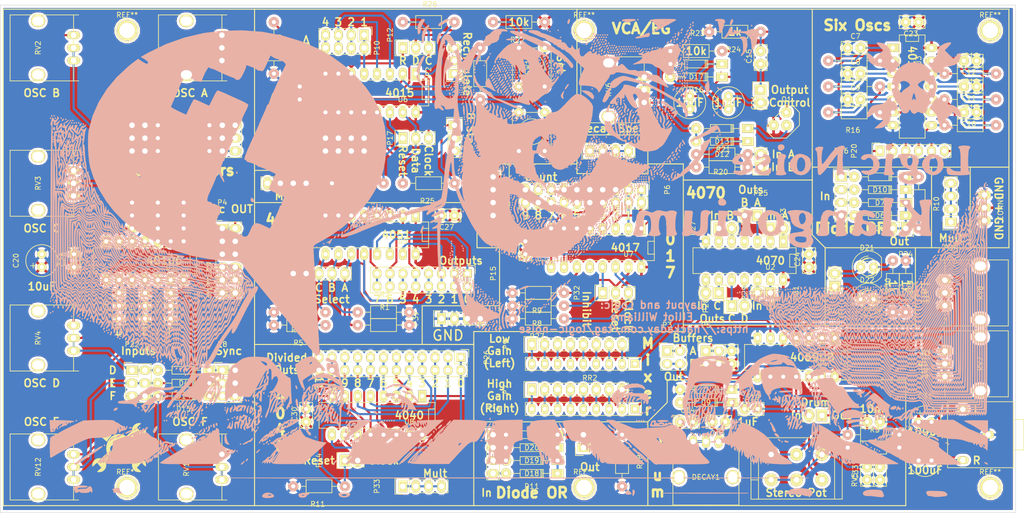
<source format=kicad_pcb>
(kicad_pcb (version 4) (host pcbnew "(2015-04-14 BZR 5600)-product")
  (layers (0 F.Cu signal) (31 B.Cu signal) (34 B.Paste user hide) (35 F.Paste user hide) (36 B.SilkS user) (37 F.SilkS user) (38 B.Mask user hide) (39 F.Mask user hide) (44 Edge.Cuts user))
  (net 0 "")
  (net 1 "Net-(C7-Pad2)")
  (net 2 "Net-(C8-Pad2)")
  (net 3 "Net-(C9-Pad2)")
  (net 4 "Net-(C10-Pad2)")
  (net 5 "Net-(C11-Pad2)")
  (net 6 "Net-(C12-Pad2)")
  (net 7 "Net-(C13-Pad2)")
  (net 8 "Net-(C14-Pad1)")
  (net 9 "Net-(C15-Pad2)")
  (net 10 /bass_drum/DrumOut)
  (net 11 "Net-(C16-Pad2)")
  (net 12 "Net-(C19-Pad1)")
  (net 13 /40106_oscillators/SyncA)
  (net 14 /40106_oscillators/SyncB)
  (net 15 /40106_oscillators/SyncC)
  (net 16 /40106_oscillators/SyncD)
  (net 17 /utility/Diode_OR_A_IN1)
  (net 18 /utility/Diode_OR_A_OUT)
  (net 19 /utility/Diode_OR_A_IN2)
  (net 20 /utility/Diode_OR_A_IN3)
  (net 21 /4015/DataB)
  (net 22 /4015/4A)
  (net 23 /4015/DataA)
  (net 24 /4015/4B)
  (net 25 /40106_oscillators/OutA)
  (net 26 /40106_oscillators/OutB)
  (net 27 /40106_oscillators/OutC)
  (net 28 /40106_oscillators/OutD)
  (net 29 /40106_oscillators/OutE)
  (net 30 /40106_oscillators/OutF)
  (net 31 /4017/Clock)
  (net 32 /4017/ClockEnable)
  (net 33 /4017/Reset)
  (net 34 /4017/Q0)
  (net 35 /4017/Q1)
  (net 36 /4017/Q2)
  (net 37 /4017/Q3)
  (net 38 /4017/Q4)
  (net 39 /4017/Q5)
  (net 40 /4017/Q6)
  (net 41 /4017/Q7)
  (net 42 /4017/Q8)
  (net 43 /4017/Q9)
  (net 44 /bass_drum/OD_A_IN)
  (net 45 /bass_drum/Buffer_A_In)
  (net 46 /bass_drum/Buffer_B_In)
  (net 47 "Net-(P9-Pad1)")
  (net 48 /bass_drum/Buffer_A_Out)
  (net 49 /bass_drum/Buffer_B_Out)
  (net 50 /4015/ClockA)
  (net 51 /4015/ResetA)
  (net 52 /4015/1A)
  (net 53 /4015/2A)
  (net 54 /4015/3A)
  (net 55 /4051/A)
  (net 56 /4051/B)
  (net 57 /4051/C)
  (net 58 /4051/Inhibit)
  (net 59 /4051/X)
  (net 60 /4051/X0)
  (net 61 /4051/X1)
  (net 62 /4051/X2)
  (net 63 /4051/X3)
  (net 64 /4051/X4)
  (net 65 /4051/X5)
  (net 66 /4051/X6)
  (net 67 /4051/X7)
  (net 68 /4015/ClockB)
  (net 69 /4015/ResetB)
  (net 70 /4015/1B)
  (net 71 /4015/2B)
  (net 72 /4015/3B)
  (net 73 /bass_drum/OD_A_OUT)
  (net 74 "Net-(P18-Pad1)")
  (net 75 /40106_oscillators/SyncE)
  (net 76 /40106_oscillators/SyncF)
  (net 77 /40106_oscillators/InE)
  (net 78 /40106_oscillators/InA)
  (net 79 /40106_oscillators/InB)
  (net 80 /40106_oscillators/InF)
  (net 81 /40106_oscillators/InC)
  (net 82 /40106_oscillators/InD)
  (net 83 "Net-(C13-Pad1)")
  (net 84 /bass_drum/Drum_Pulse)
  (net 85 "Net-(P7-Pad1)")
  (net 86 "Net-(P7-Pad2)")
  (net 87 "Net-(P7-Pad3)")
  (net 88 "Net-(P7-Pad4)")
  (net 89 "Net-(P7-Pad5)")
  (net 90 "Net-(P7-Pad6)")
  (net 91 "Net-(P7-Pad7)")
  (net 92 "Net-(P7-Pad8)")
  (net 93 "Net-(P9-Pad2)")
  (net 94 "Net-(P9-Pad3)")
  (net 95 "Net-(P9-Pad4)")
  (net 96 "Net-(P9-Pad5)")
  (net 97 "Net-(P9-Pad6)")
  (net 98 "Net-(P9-Pad7)")
  (net 99 "Net-(P9-Pad8)")
  (net 100 /4040/Clock)
  (net 101 /4040/Reset)
  (net 102 /4040/Q0)
  (net 103 /4040/Q1)
  (net 104 /4040/Q2)
  (net 105 /4040/Q3)
  (net 106 /4040/Q4)
  (net 107 /4040/Q5)
  (net 108 /4040/Q6)
  (net 109 /4040/Q7)
  (net 110 /4040/Q8)
  (net 111 /4040/Q9)
  (net 112 /4040/Q10)
  (net 113 /4040/Q11)
  (net 114 "Net-(R22-Pad2)")
  (net 115 "Net-(C31-Pad2)")
  (net 116 "Net-(C32-Pad2)")
  (net 117 "Net-(C21-Pad2)")
  (net 118 "Net-(C22-Pad1)")
  (net 119 "Net-(C33-Pad2)")
  (net 120 /vca_eg/audio_out)
  (net 121 /vca_eg/control_pulse_in)
  (net 122 /utility/Diode_OR_A_IN4)
  (net 123 "Net-(D12-Pad1)")
  (net 124 "Net-(D12-Pad2)")
  (net 125 "Net-(D13-Pad2)")
  (net 126 /xor/in_A2)
  (net 127 /xor/in_A1)
  (net 128 /six_oscs/out_A)
  (net 129 /six_oscs/out_B)
  (net 130 /six_oscs/out_C)
  (net 131 /six_oscs/out_D)
  (net 132 /six_oscs/out_E)
  (net 133 /six_oscs/out_F)
  (net 134 /xor/out_A)
  (net 135 /xor/out_B)
  (net 136 /vca_eg/audio_in_B)
  (net 137 /vca_eg/audio_in_A)
  (net 138 /xor/in_B2)
  (net 139 /xor/in_B1)
  (net 140 /xor/out_C)
  (net 141 /xor/out_D)
  (net 142 /xor/in_C2)
  (net 143 /xor/in_C1)
  (net 144 /xor/in_D2)
  (net 145 /xor/in_D1)
  (net 146 "Net-(P33-Pad1)")
  (net 147 "Net-(P34-Pad1)")
  (net 148 "Net-(P35-Pad1)")
  (net 149 GND)
  (net 150 "Net-(JP1-Pad2)")
  (net 151 "Net-(JP2-Pad2)")
  (net 152 /utility/Diode_OR_B_IN1)
  (net 153 /utility/Diode_OR_B_OUT)
  (net 154 /utility/Diode_OR_B_IN2)
  (net 155 /utility/Diode_OR_B_IN3)
  (net 156 /utility/Diode_OR_B_IN4)
  (net 157 /utility/LED1)
  (net 158 "Net-(D21-Pad2)")
  (net 159 /utility/LED2)
  (net 160 "Net-(D22-Pad2)")
  (net 161 VCC)
  (net 162 /bass_drum/OD_B_OUT)
  (net 163 /bass_drum/OD_B_IN)
  (module Discret:C1 (layer F.Cu) (at 170.18 132.08)
    (fp_text reference C14 (at 0.254 -2.286) (layer F.SilkS))
    (fp_text value 0.1uF)
    (pad 1 thru_hole circle (at -1.27 0) (size 2.032 2.032) (drill 0.8128) (layers *.Cu *.Mask F.SilkS) (net 8 "Net-(C14-Pad1)"))
    (pad 2 thru_hole circle (at 1.27 0) (size 2.032 2.032) (drill 0.8128) (layers *.Cu *.Mask F.SilkS) (net 83 "Net-(C13-Pad1)"))
  )
  (module elliot:cap_2+3 (layer F.Cu) (at 63.5 109.22 270)
    (fp_text reference C1 (at 0 2.54 270) (layer F.SilkS))
    (fp_text value C)
    (pad 1 thru_hole rect (at -2.54 0 270) (size 1.524 1.778) (drill 0.8128) (layers *.Cu *.Mask F.SilkS) (net 77 /40106_oscillators/InE))
    (pad 2 thru_hole circle (at 0 0 270) (size 1.778 1.778) (drill 0.8128) (layers *.Cu *.Mask F.SilkS) (net 149 GND))
    (pad 2 thru_hole circle (at 2.54 0 270) (size 1.778 1.778) (drill 0.8128) (layers *.Cu *.Mask F.SilkS) (net 149 GND))
  )
  (module Potentiometers:Potentiometer_Alps-RK16-double (layer F.Cu) (at 196.85 143.51 270)
    (fp_text reference RV5 (at 0 -6.42874 270) (layer F.SilkS))
    (fp_text value DUAL_POT)
    (pad 6 thru_hole circle (at -5.00126 10.00252 270) (size 2.49936 2.49936) (drill 1.0922) (layers *.Cu *.Mask F.SilkS) (net 8 "Net-(C14-Pad1)"))
    (pad 5 thru_hole circle (at -5.00126 5.00126 270) (size 2.49936 2.49936) (drill 1.0922) (layers *.Cu *.Mask F.SilkS) (net 8 "Net-(C14-Pad1)"))
    (pad 4 thru_hole circle (at -5.00126 0 270) (size 2.49936 2.49936) (drill 1.0922) (layers *.Cu *.Mask F.SilkS) (net 119 "Net-(C33-Pad2)"))
    (pad 2 thru_hole circle (at 0 5.00126 270) (size 2.49936 2.49936) (drill 1.0922) (layers *.Cu *.Mask F.SilkS) (net 119 "Net-(C33-Pad2)"))
    (pad 3 thru_hole circle (at 0 10.00252 270) (size 2.49936 2.49936) (drill 1.0922) (layers *.Cu *.Mask F.SilkS) (net 119 "Net-(C33-Pad2)"))
    (pad 1 thru_hole circle (at 0 0 270) (size 2.49936 2.49936) (drill 1.0922) (layers *.Cu *.Mask F.SilkS) (net 7 "Net-(C13-Pad2)"))
  )
  (module Discret:C1 (layer F.Cu) (at 184.785 60.325 90)
    (fp_text reference C15 (at 0.254 -2.286 90) (layer F.SilkS))
    (fp_text value 1uF)
    (pad 1 thru_hole circle (at -1.27 0 90) (size 2.032 2.032) (drill 0.8128) (layers *.Cu *.Mask F.SilkS) (net 120 /vca_eg/audio_out))
    (pad 2 thru_hole circle (at 1.27 0 90) (size 2.032 2.032) (drill 0.8128) (layers *.Cu *.Mask F.SilkS) (net 9 "Net-(C15-Pad2)"))
  )
  (module Pin_Headers:Pin_Header_Straight_2x08 (layer F.Cu) (at 127 102.87 270)
    (fp_text reference P15 (at 0 -5.1 270) (layer F.SilkS))
    (fp_text value CONN_02X08)
    (pad 1 thru_hole rect (at 0 0 270) (size 1.7272 1.7272) (drill 1.016) (layers *.Cu *.Mask F.SilkS) (net 60 /4051/X0))
    (pad 2 thru_hole oval (at 2.54 0 270) (size 2.032 1.7272) (drill 1.016) (layers *.Cu *.Mask F.SilkS) (net 60 /4051/X0))
    (pad 3 thru_hole oval (at 0 2.54 270) (size 2.032 1.7272) (drill 1.016) (layers *.Cu *.Mask F.SilkS) (net 61 /4051/X1))
    (pad 4 thru_hole oval (at 2.54 2.54 270) (size 2.032 1.7272) (drill 1.016) (layers *.Cu *.Mask F.SilkS) (net 61 /4051/X1))
    (pad 5 thru_hole oval (at 0 5.08 270) (size 2.032 1.7272) (drill 1.016) (layers *.Cu *.Mask F.SilkS) (net 62 /4051/X2))
    (pad 6 thru_hole oval (at 2.54 5.08 270) (size 2.032 1.7272) (drill 1.016) (layers *.Cu *.Mask F.SilkS) (net 62 /4051/X2))
    (pad 7 thru_hole oval (at 0 7.62 270) (size 2.032 1.7272) (drill 1.016) (layers *.Cu *.Mask F.SilkS) (net 63 /4051/X3))
    (pad 8 thru_hole oval (at 2.54 7.62 270) (size 2.032 1.7272) (drill 1.016) (layers *.Cu *.Mask F.SilkS) (net 63 /4051/X3))
    (pad 9 thru_hole oval (at 0 10.16 270) (size 2.032 1.7272) (drill 1.016) (layers *.Cu *.Mask F.SilkS) (net 64 /4051/X4))
    (pad 10 thru_hole oval (at 2.54 10.16 270) (size 2.032 1.7272) (drill 1.016) (layers *.Cu *.Mask F.SilkS) (net 64 /4051/X4))
    (pad 11 thru_hole oval (at 0 12.7 270) (size 2.032 1.7272) (drill 1.016) (layers *.Cu *.Mask F.SilkS) (net 65 /4051/X5))
    (pad 12 thru_hole oval (at 2.54 12.7 270) (size 2.032 1.7272) (drill 1.016) (layers *.Cu *.Mask F.SilkS) (net 65 /4051/X5))
    (pad 13 thru_hole oval (at 0 15.24 270) (size 2.032 1.7272) (drill 1.016) (layers *.Cu *.Mask F.SilkS) (net 66 /4051/X6))
    (pad 14 thru_hole oval (at 2.54 15.24 270) (size 2.032 1.7272) (drill 1.016) (layers *.Cu *.Mask F.SilkS) (net 66 /4051/X6))
    (pad 15 thru_hole oval (at 0 17.78 270) (size 2.032 1.7272) (drill 1.016) (layers *.Cu *.Mask F.SilkS) (net 67 /4051/X7))
    (pad 16 thru_hole oval (at 2.54 17.78 270) (size 2.032 1.7272) (drill 1.016) (layers *.Cu *.Mask F.SilkS) (net 67 /4051/X7))
  )
  (module Pin_Headers:Pin_Header_Straight_2x06 (layer F.Cu) (at 78.74 93.98)
    (fp_text reference P4 (at 0 -5.1) (layer F.SilkS))
    (fp_text value CONN_02X06)
    (pad 1 thru_hole rect (at 0 0) (size 2.286 1.7272) (drill 1.0922) (layers *.Cu *.Mask F.SilkS) (net 25 /40106_oscillators/OutA))
    (pad 2 thru_hole oval (at 2.54 0) (size 2.286 1.7272) (drill 1.0922) (layers *.Cu *.Mask F.SilkS) (net 25 /40106_oscillators/OutA))
    (pad 3 thru_hole oval (at 0 2.54) (size 2.286 1.7272) (drill 1.0922) (layers *.Cu *.Mask F.SilkS) (net 26 /40106_oscillators/OutB))
    (pad 4 thru_hole oval (at 2.54 2.54) (size 2.286 1.7272) (drill 1.0922) (layers *.Cu *.Mask F.SilkS) (net 26 /40106_oscillators/OutB))
    (pad 5 thru_hole oval (at 0 5.08) (size 2.286 1.7272) (drill 1.0922) (layers *.Cu *.Mask F.SilkS) (net 27 /40106_oscillators/OutC))
    (pad 6 thru_hole oval (at 2.54 5.08) (size 2.286 1.7272) (drill 1.0922) (layers *.Cu *.Mask F.SilkS) (net 27 /40106_oscillators/OutC))
    (pad 7 thru_hole oval (at 0 7.62) (size 2.286 1.7272) (drill 1.0922) (layers *.Cu *.Mask F.SilkS) (net 28 /40106_oscillators/OutD))
    (pad 8 thru_hole oval (at 2.54 7.62) (size 2.286 1.7272) (drill 1.0922) (layers *.Cu *.Mask F.SilkS) (net 28 /40106_oscillators/OutD))
    (pad 9 thru_hole oval (at 0 10.16) (size 2.286 1.7272) (drill 1.0922) (layers *.Cu *.Mask F.SilkS) (net 29 /40106_oscillators/OutE))
    (pad 10 thru_hole oval (at 2.54 10.16) (size 2.286 1.7272) (drill 1.0922) (layers *.Cu *.Mask F.SilkS) (net 29 /40106_oscillators/OutE))
    (pad 11 thru_hole oval (at 0 12.7) (size 2.286 1.7272) (drill 1.0922) (layers *.Cu *.Mask F.SilkS) (net 30 /40106_oscillators/OutF))
    (pad 12 thru_hole oval (at 2.54 12.7) (size 2.286 1.7272) (drill 1.0922) (layers *.Cu *.Mask F.SilkS) (net 30 /40106_oscillators/OutF))
  )
  (module Pin_Headers:Pin_Header_Straight_2x03 (layer F.Cu) (at 60.96 121.92)
    (fp_text reference P22 (at 0 -5.1) (layer F.SilkS))
    (fp_text value CONN_02X03)
    (pad 1 thru_hole rect (at 0 0) (size 2.286 1.7272) (drill 1.0922) (layers *.Cu *.Mask F.SilkS) (net 82 /40106_oscillators/InD))
    (pad 2 thru_hole oval (at 2.54 0) (size 2.286 1.7272) (drill 1.0922) (layers *.Cu *.Mask F.SilkS) (net 82 /40106_oscillators/InD))
    (pad 3 thru_hole oval (at 0 2.54) (size 2.286 1.7272) (drill 1.0922) (layers *.Cu *.Mask F.SilkS) (net 77 /40106_oscillators/InE))
    (pad 4 thru_hole oval (at 2.54 2.54) (size 2.286 1.7272) (drill 1.0922) (layers *.Cu *.Mask F.SilkS) (net 77 /40106_oscillators/InE))
    (pad 5 thru_hole oval (at 0 5.08) (size 2.286 1.7272) (drill 1.0922) (layers *.Cu *.Mask F.SilkS) (net 80 /40106_oscillators/InF))
    (pad 6 thru_hole oval (at 2.54 5.08) (size 2.286 1.7272) (drill 1.0922) (layers *.Cu *.Mask F.SilkS) (net 80 /40106_oscillators/InF))
  )
  (module Pin_Headers:Pin_Header_Straight_2x03 (layer F.Cu) (at 78.74 121.92)
    (fp_text reference P8 (at 0 -5.1) (layer F.SilkS))
    (fp_text value CONN_02X03)
    (pad 1 thru_hole rect (at 0 0) (size 2.286 1.7272) (drill 1.0922) (layers *.Cu *.Mask F.SilkS) (net 16 /40106_oscillators/SyncD))
    (pad 2 thru_hole oval (at 2.54 0) (size 2.286 1.7272) (drill 1.0922) (layers *.Cu *.Mask F.SilkS) (net 16 /40106_oscillators/SyncD))
    (pad 3 thru_hole oval (at 0 2.54) (size 2.286 1.7272) (drill 1.0922) (layers *.Cu *.Mask F.SilkS) (net 75 /40106_oscillators/SyncE))
    (pad 4 thru_hole oval (at 2.54 2.54) (size 2.286 1.7272) (drill 1.0922) (layers *.Cu *.Mask F.SilkS) (net 75 /40106_oscillators/SyncE))
    (pad 5 thru_hole oval (at 0 5.08) (size 2.286 1.7272) (drill 1.0922) (layers *.Cu *.Mask F.SilkS) (net 76 /40106_oscillators/SyncF))
    (pad 6 thru_hole oval (at 2.54 5.08) (size 2.286 1.7272) (drill 1.0922) (layers *.Cu *.Mask F.SilkS) (net 76 /40106_oscillators/SyncF))
  )
  (module Pin_Headers:Pin_Header_Straight_2x03 (layer F.Cu) (at 60.96 73.66)
    (fp_text reference P21 (at 0 -5.1) (layer F.SilkS))
    (fp_text value CONN_02X03)
    (pad 1 thru_hole rect (at 0 0) (size 2.286 1.7272) (drill 1.0922) (layers *.Cu *.Mask F.SilkS) (net 78 /40106_oscillators/InA))
    (pad 2 thru_hole oval (at 2.54 0) (size 2.286 1.7272) (drill 1.0922) (layers *.Cu *.Mask F.SilkS) (net 78 /40106_oscillators/InA))
    (pad 3 thru_hole oval (at 0 2.54) (size 2.286 1.7272) (drill 1.0922) (layers *.Cu *.Mask F.SilkS) (net 79 /40106_oscillators/InB))
    (pad 4 thru_hole oval (at 2.54 2.54) (size 2.286 1.7272) (drill 1.0922) (layers *.Cu *.Mask F.SilkS) (net 79 /40106_oscillators/InB))
    (pad 5 thru_hole oval (at 0 5.08) (size 2.286 1.7272) (drill 1.0922) (layers *.Cu *.Mask F.SilkS) (net 81 /40106_oscillators/InC))
    (pad 6 thru_hole oval (at 2.54 5.08) (size 2.286 1.7272) (drill 1.0922) (layers *.Cu *.Mask F.SilkS) (net 81 /40106_oscillators/InC))
  )
  (module Pin_Headers:Pin_Header_Straight_2x03 (layer F.Cu) (at 78.74 73.66)
    (fp_text reference P1 (at 0 -5.1) (layer F.SilkS))
    (fp_text value CONN_02X03)
    (pad 1 thru_hole rect (at 0 0) (size 2.286 1.7272) (drill 1.0922) (layers *.Cu *.Mask F.SilkS) (net 13 /40106_oscillators/SyncA))
    (pad 2 thru_hole oval (at 2.54 0) (size 2.286 1.7272) (drill 1.0922) (layers *.Cu *.Mask F.SilkS) (net 13 /40106_oscillators/SyncA))
    (pad 3 thru_hole oval (at 0 2.54) (size 2.286 1.7272) (drill 1.0922) (layers *.Cu *.Mask F.SilkS) (net 14 /40106_oscillators/SyncB))
    (pad 4 thru_hole oval (at 2.54 2.54) (size 2.286 1.7272) (drill 1.0922) (layers *.Cu *.Mask F.SilkS) (net 14 /40106_oscillators/SyncB))
    (pad 5 thru_hole oval (at 0 5.08) (size 2.286 1.7272) (drill 1.0922) (layers *.Cu *.Mask F.SilkS) (net 15 /40106_oscillators/SyncC))
    (pad 6 thru_hole oval (at 2.54 5.08) (size 2.286 1.7272) (drill 1.0922) (layers *.Cu *.Mask F.SilkS) (net 15 /40106_oscillators/SyncC))
  )
  (module Pin_Headers:Pin_Header_Straight_2x10 (layer F.Cu) (at 161.29 86.36 270)
    (fp_text reference P6 (at 0 -5.1 270) (layer F.SilkS))
    (fp_text value "4017 Outs")
    (pad 1 thru_hole rect (at 0 0 270) (size 1.7272 1.7272) (drill 1.016) (layers *.Cu *.Mask F.SilkS) (net 34 /4017/Q0))
    (pad 2 thru_hole oval (at 2.54 0 270) (size 2.286 1.7272) (drill 1.0922) (layers *.Cu *.Mask F.SilkS) (net 34 /4017/Q0))
    (pad 3 thru_hole oval (at 0 2.54 270) (size 2.286 1.7272) (drill 1.0922) (layers *.Cu *.Mask F.SilkS) (net 35 /4017/Q1))
    (pad 4 thru_hole oval (at 2.54 2.54 270) (size 2.286 1.7272) (drill 1.0922) (layers *.Cu *.Mask F.SilkS) (net 35 /4017/Q1))
    (pad 5 thru_hole oval (at 0 5.08 270) (size 2.286 1.7272) (drill 1.0922) (layers *.Cu *.Mask F.SilkS) (net 36 /4017/Q2))
    (pad 6 thru_hole oval (at 2.54 5.08 270) (size 2.286 1.7272) (drill 1.0922) (layers *.Cu *.Mask F.SilkS) (net 36 /4017/Q2))
    (pad 7 thru_hole oval (at 0 7.62 270) (size 2.286 1.7272) (drill 1.0922) (layers *.Cu *.Mask F.SilkS) (net 37 /4017/Q3))
    (pad 8 thru_hole oval (at 2.54 7.62 270) (size 2.286 1.7272) (drill 1.0922) (layers *.Cu *.Mask F.SilkS) (net 37 /4017/Q3))
    (pad 9 thru_hole oval (at 0 10.16 270) (size 2.286 1.7272) (drill 1.0922) (layers *.Cu *.Mask F.SilkS) (net 38 /4017/Q4))
    (pad 10 thru_hole oval (at 2.54 10.16 270) (size 2.286 1.7272) (drill 1.0922) (layers *.Cu *.Mask F.SilkS) (net 38 /4017/Q4))
    (pad 11 thru_hole oval (at 0 12.7 270) (size 2.286 1.7272) (drill 1.0922) (layers *.Cu *.Mask F.SilkS) (net 39 /4017/Q5))
    (pad 12 thru_hole oval (at 2.54 12.7 270) (size 2.286 1.7272) (drill 1.0922) (layers *.Cu *.Mask F.SilkS) (net 39 /4017/Q5))
    (pad 13 thru_hole oval (at 0 15.24 270) (size 2.286 1.7272) (drill 1.0922) (layers *.Cu *.Mask F.SilkS) (net 40 /4017/Q6))
    (pad 14 thru_hole oval (at 2.54 15.24 270) (size 2.286 1.7272) (drill 1.0922) (layers *.Cu *.Mask F.SilkS) (net 40 /4017/Q6))
    (pad 15 thru_hole oval (at 0 17.78 270) (size 2.286 1.7272) (drill 1.0922) (layers *.Cu *.Mask F.SilkS) (net 41 /4017/Q7))
    (pad 16 thru_hole oval (at 2.54 17.78 270) (size 2.286 1.7272) (drill 1.0922) (layers *.Cu *.Mask F.SilkS) (net 41 /4017/Q7))
    (pad 17 thru_hole oval (at 0 20.32 270) (size 2.286 1.7272) (drill 1.0922) (layers *.Cu *.Mask F.SilkS) (net 42 /4017/Q8))
    (pad 18 thru_hole oval (at 2.54 20.32 270) (size 2.286 1.7272) (drill 1.0922) (layers *.Cu *.Mask F.SilkS) (net 42 /4017/Q8))
    (pad 19 thru_hole oval (at 0 22.86 270) (size 2.286 1.7272) (drill 1.0922) (layers *.Cu *.Mask F.SilkS) (net 43 /4017/Q9))
    (pad 20 thru_hole oval (at 2.54 22.86 270) (size 2.286 1.7272) (drill 1.0922) (layers *.Cu *.Mask F.SilkS) (net 43 /4017/Q9))
  )
  (module Pin_Headers:Pin_Header_Straight_2x04 (layer F.Cu) (at 106.68 55.88 270)
    (fp_text reference P12 (at 0 -5.1 270) (layer F.SilkS))
    (fp_text value CONN_02X04)
    (pad 1 thru_hole rect (at 0 0 270) (size 2.032 1.7272) (drill 1.0922) (layers *.Cu *.Mask F.SilkS) (net 52 /4015/1A))
    (pad 2 thru_hole oval (at 2.54 0 270) (size 2.286 1.7272) (drill 1.0922) (layers *.Cu *.Mask F.SilkS) (net 52 /4015/1A))
    (pad 3 thru_hole oval (at 0 2.54 270) (size 2.286 1.7272) (drill 1.0922) (layers *.Cu *.Mask F.SilkS) (net 53 /4015/2A))
    (pad 4 thru_hole oval (at 2.54 2.54 270) (size 2.286 1.7272) (drill 1.0922) (layers *.Cu *.Mask F.SilkS) (net 53 /4015/2A))
    (pad 5 thru_hole oval (at 0 5.08 270) (size 2.286 1.7272) (drill 1.0922) (layers *.Cu *.Mask F.SilkS) (net 54 /4015/3A))
    (pad 6 thru_hole oval (at 2.54 5.08 270) (size 2.286 1.7272) (drill 1.0922) (layers *.Cu *.Mask F.SilkS) (net 54 /4015/3A))
    (pad 7 thru_hole oval (at 0 7.62 270) (size 2.286 1.7272) (drill 1.0922) (layers *.Cu *.Mask F.SilkS) (net 22 /4015/4A))
    (pad 8 thru_hole oval (at 2.54 7.62 270) (size 2.286 1.7272) (drill 1.0922) (layers *.Cu *.Mask F.SilkS) (net 22 /4015/4A))
  )
  (module Pin_Headers:Pin_Header_Straight_2x04 (layer F.Cu) (at 106.68 76.2 270)
    (fp_text reference P17 (at 0 -5.1 270) (layer F.SilkS))
    (fp_text value CONN_02X04)
    (pad 1 thru_hole rect (at 0 0 270) (size 2.032 1.7272) (drill 1.0922) (layers *.Cu *.Mask F.SilkS) (net 70 /4015/1B))
    (pad 2 thru_hole oval (at 2.54 0 270) (size 2.286 1.7272) (drill 1.0922) (layers *.Cu *.Mask F.SilkS) (net 70 /4015/1B))
    (pad 3 thru_hole oval (at 0 2.54 270) (size 2.286 1.7272) (drill 1.0922) (layers *.Cu *.Mask F.SilkS) (net 71 /4015/2B))
    (pad 4 thru_hole oval (at 2.54 2.54 270) (size 2.286 1.7272) (drill 1.0922) (layers *.Cu *.Mask F.SilkS) (net 71 /4015/2B))
    (pad 5 thru_hole oval (at 0 5.08 270) (size 2.286 1.7272) (drill 1.0922) (layers *.Cu *.Mask F.SilkS) (net 72 /4015/3B))
    (pad 6 thru_hole oval (at 2.54 5.08 270) (size 2.286 1.7272) (drill 1.0922) (layers *.Cu *.Mask F.SilkS) (net 72 /4015/3B))
    (pad 7 thru_hole oval (at 0 7.62 270) (size 2.286 1.7272) (drill 1.0922) (layers *.Cu *.Mask F.SilkS) (net 24 /4015/4B))
    (pad 8 thru_hole oval (at 2.54 7.62 270) (size 2.286 1.7272) (drill 1.0922) (layers *.Cu *.Mask F.SilkS) (net 24 /4015/4B))
  )
  (module Pin_Headers:Pin_Header_Straight_2x12 (layer F.Cu) (at 125.73 119.38 270)
    (fp_text reference P26 (at 0 -5.1 270) (layer F.SilkS))
    (fp_text value CONN_02X12)
    (pad 1 thru_hole rect (at 0 0 270) (size 1.7272 1.7272) (drill 1.016) (layers *.Cu *.Mask F.SilkS) (net 102 /4040/Q0))
    (pad 2 thru_hole oval (at 2.54 0 270) (size 2.032 1.7272) (drill 1.016) (layers *.Cu *.Mask F.SilkS) (net 102 /4040/Q0))
    (pad 3 thru_hole oval (at 0 2.54 270) (size 2.032 1.7272) (drill 1.016) (layers *.Cu *.Mask F.SilkS) (net 103 /4040/Q1))
    (pad 4 thru_hole oval (at 2.54 2.54 270) (size 2.032 1.7272) (drill 1.016) (layers *.Cu *.Mask F.SilkS) (net 103 /4040/Q1))
    (pad 5 thru_hole oval (at 0 5.08 270) (size 2.032 1.7272) (drill 1.016) (layers *.Cu *.Mask F.SilkS) (net 104 /4040/Q2))
    (pad 6 thru_hole oval (at 2.54 5.08 270) (size 2.032 1.7272) (drill 1.016) (layers *.Cu *.Mask F.SilkS) (net 104 /4040/Q2))
    (pad 7 thru_hole oval (at 0 7.62 270) (size 2.032 1.7272) (drill 1.016) (layers *.Cu *.Mask F.SilkS) (net 105 /4040/Q3))
    (pad 8 thru_hole oval (at 2.54 7.62 270) (size 2.032 1.7272) (drill 1.016) (layers *.Cu *.Mask F.SilkS) (net 105 /4040/Q3))
    (pad 9 thru_hole oval (at 0 10.16 270) (size 2.032 1.7272) (drill 1.016) (layers *.Cu *.Mask F.SilkS) (net 106 /4040/Q4))
    (pad 10 thru_hole oval (at 2.54 10.16 270) (size 2.032 1.7272) (drill 1.016) (layers *.Cu *.Mask F.SilkS) (net 106 /4040/Q4))
    (pad 11 thru_hole oval (at 0 12.7 270) (size 2.032 1.7272) (drill 1.016) (layers *.Cu *.Mask F.SilkS) (net 107 /4040/Q5))
    (pad 12 thru_hole oval (at 2.54 12.7 270) (size 2.032 1.7272) (drill 1.016) (layers *.Cu *.Mask F.SilkS) (net 107 /4040/Q5))
    (pad 13 thru_hole oval (at 0 15.24 270) (size 2.032 1.7272) (drill 1.016) (layers *.Cu *.Mask F.SilkS) (net 108 /4040/Q6))
    (pad 14 thru_hole oval (at 2.54 15.24 270) (size 2.032 1.7272) (drill 1.016) (layers *.Cu *.Mask F.SilkS) (net 108 /4040/Q6))
    (pad 15 thru_hole oval (at 0 17.78 270) (size 2.032 1.7272) (drill 1.016) (layers *.Cu *.Mask F.SilkS) (net 109 /4040/Q7))
    (pad 16 thru_hole oval (at 2.54 17.78 270) (size 2.032 1.7272) (drill 1.016) (layers *.Cu *.Mask F.SilkS) (net 109 /4040/Q7))
    (pad 17 thru_hole oval (at 0 20.32 270) (size 2.032 1.7272) (drill 1.016) (layers *.Cu *.Mask F.SilkS) (net 110 /4040/Q8))
    (pad 18 thru_hole oval (at 2.54 20.32 270) (size 2.032 1.7272) (drill 1.016) (layers *.Cu *.Mask F.SilkS) (net 110 /4040/Q8))
    (pad 19 thru_hole oval (at 0 22.86 270) (size 2.032 1.7272) (drill 1.016) (layers *.Cu *.Mask F.SilkS) (net 111 /4040/Q9))
    (pad 20 thru_hole oval (at 2.54 22.86 270) (size 2.032 1.7272) (drill 1.016) (layers *.Cu *.Mask F.SilkS) (net 111 /4040/Q9))
    (pad 21 thru_hole oval (at 0 25.4 270) (size 2.032 1.7272) (drill 1.016) (layers *.Cu *.Mask F.SilkS) (net 112 /4040/Q10))
    (pad 22 thru_hole oval (at 2.54 25.4 270) (size 2.032 1.7272) (drill 1.016) (layers *.Cu *.Mask F.SilkS) (net 112 /4040/Q10))
    (pad 23 thru_hole oval (at 0 27.94 270) (size 2.032 1.7272) (drill 1.016) (layers *.Cu *.Mask F.SilkS) (net 113 /4040/Q11))
    (pad 24 thru_hole oval (at 2.54 27.94 270) (size 2.032 1.7272) (drill 1.016) (layers *.Cu *.Mask F.SilkS) (net 113 /4040/Q11))
  )
  (module Discret:r_pack8 (layer F.Cu) (at 149.86 129.54 180)
    (fp_text reference RR1 (at -1.27 -2.794 180) (layer F.SilkS))
    (fp_text value "RR8 - 100k")
    (pad 1 thru_hole rect (at -10.16 0 180) (size 1.651 1.651) (drill 0.8128) (layers *.Cu *.Mask F.SilkS) (net 45 /bass_drum/Buffer_A_In))
    (pad 2 thru_hole oval (at -7.62 0 180) (size 1.397 2.032) (drill 0.8128) (layers *.Cu *.Mask F.SilkS) (net 92 "Net-(P7-Pad8)"))
    (pad 3 thru_hole oval (at -5.08 0 180) (size 1.397 2.032) (drill 0.8128) (layers *.Cu *.Mask F.SilkS) (net 91 "Net-(P7-Pad7)"))
    (pad 4 thru_hole oval (at -2.54 0 180) (size 1.397 2.032) (drill 0.8128) (layers *.Cu *.Mask F.SilkS) (net 90 "Net-(P7-Pad6)"))
    (pad 5 thru_hole oval (at 0 0 180) (size 1.397 2.032) (drill 0.8128) (layers *.Cu *.Mask F.SilkS) (net 89 "Net-(P7-Pad5)"))
    (pad 6 thru_hole oval (at 2.54 0 180) (size 1.397 2.032) (drill 0.8128) (layers *.Cu *.Mask F.SilkS) (net 88 "Net-(P7-Pad4)"))
    (pad 7 thru_hole oval (at 5.08 0 180) (size 1.397 2.032) (drill 0.8128) (layers *.Cu *.Mask F.SilkS) (net 87 "Net-(P7-Pad3)"))
    (pad 8 thru_hole oval (at 7.62 0 180) (size 1.397 2.032) (drill 0.8128) (layers *.Cu *.Mask F.SilkS) (net 86 "Net-(P7-Pad2)"))
    (pad 9 thru_hole oval (at 10.16 0 180) (size 1.397 2.032) (drill 0.8128) (layers *.Cu *.Mask F.SilkS) (net 85 "Net-(P7-Pad1)"))
  )
  (module Discret:r_pack8 (layer F.Cu) (at 149.86 120.65 180)
    (fp_text reference RR2 (at -1.27 -2.794 180) (layer F.SilkS))
    (fp_text value "RR8 - 1M")
    (pad 1 thru_hole rect (at -10.16 0 180) (size 1.651 1.651) (drill 0.8128) (layers *.Cu *.Mask F.SilkS) (net 46 /bass_drum/Buffer_B_In))
    (pad 2 thru_hole oval (at -7.62 0 180) (size 1.397 2.032) (drill 0.8128) (layers *.Cu *.Mask F.SilkS) (net 99 "Net-(P9-Pad8)"))
    (pad 3 thru_hole oval (at -5.08 0 180) (size 1.397 2.032) (drill 0.8128) (layers *.Cu *.Mask F.SilkS) (net 98 "Net-(P9-Pad7)"))
    (pad 4 thru_hole oval (at -2.54 0 180) (size 1.397 2.032) (drill 0.8128) (layers *.Cu *.Mask F.SilkS) (net 97 "Net-(P9-Pad6)"))
    (pad 5 thru_hole oval (at 0 0 180) (size 1.397 2.032) (drill 0.8128) (layers *.Cu *.Mask F.SilkS) (net 96 "Net-(P9-Pad5)"))
    (pad 6 thru_hole oval (at 2.54 0 180) (size 1.397 2.032) (drill 0.8128) (layers *.Cu *.Mask F.SilkS) (net 95 "Net-(P9-Pad4)"))
    (pad 7 thru_hole oval (at 5.08 0 180) (size 1.397 2.032) (drill 0.8128) (layers *.Cu *.Mask F.SilkS) (net 94 "Net-(P9-Pad3)"))
    (pad 8 thru_hole oval (at 7.62 0 180) (size 1.397 2.032) (drill 0.8128) (layers *.Cu *.Mask F.SilkS) (net 93 "Net-(P9-Pad2)"))
    (pad 9 thru_hole oval (at 10.16 0 180) (size 1.397 2.032) (drill 0.8128) (layers *.Cu *.Mask F.SilkS) (net 47 "Net-(P9-Pad1)"))
  )
  (module elliot:cap_2+3 (layer F.Cu) (at 71.12 91.44 90)
    (fp_text reference C2 (at 0 2.54 90) (layer F.SilkS))
    (fp_text value C)
    (pad 1 thru_hole rect (at -2.54 0 90) (size 1.524 1.778) (drill 0.8128) (layers *.Cu *.Mask F.SilkS) (net 78 /40106_oscillators/InA))
    (pad 2 thru_hole circle (at 0 0 90) (size 1.778 1.778) (drill 0.8128) (layers *.Cu *.Mask F.SilkS) (net 149 GND))
    (pad 2 thru_hole circle (at 2.54 0 90) (size 1.778 1.778) (drill 0.8128) (layers *.Cu *.Mask F.SilkS) (net 149 GND))
  )
  (module elliot:cap_2+3 (layer F.Cu) (at 66.04 91.44 90)
    (fp_text reference C3 (at 0 2.54 90) (layer F.SilkS))
    (fp_text value C)
    (pad 1 thru_hole rect (at -2.54 0 90) (size 1.524 1.778) (drill 0.8128) (layers *.Cu *.Mask F.SilkS) (net 79 /40106_oscillators/InB))
    (pad 2 thru_hole circle (at 0 0 90) (size 1.778 1.778) (drill 0.8128) (layers *.Cu *.Mask F.SilkS) (net 149 GND))
    (pad 2 thru_hole circle (at 2.54 0 90) (size 1.778 1.778) (drill 0.8128) (layers *.Cu *.Mask F.SilkS) (net 149 GND))
  )
  (module elliot:cap_2+3 (layer F.Cu) (at 68.58 109.22 270)
    (fp_text reference C4 (at 0 2.54 270) (layer F.SilkS))
    (fp_text value C)
    (pad 1 thru_hole rect (at -2.54 0 270) (size 1.524 1.778) (drill 0.8128) (layers *.Cu *.Mask F.SilkS) (net 80 /40106_oscillators/InF))
    (pad 2 thru_hole circle (at 0 0 270) (size 1.778 1.778) (drill 0.8128) (layers *.Cu *.Mask F.SilkS) (net 149 GND))
    (pad 2 thru_hole circle (at 2.54 0 270) (size 1.778 1.778) (drill 0.8128) (layers *.Cu *.Mask F.SilkS) (net 149 GND))
  )
  (module elliot:cap_2+3 (layer F.Cu) (at 60.96 91.44 90)
    (fp_text reference C5 (at 0 2.54 90) (layer F.SilkS))
    (fp_text value C)
    (pad 1 thru_hole rect (at -2.54 0 90) (size 1.524 1.778) (drill 0.8128) (layers *.Cu *.Mask F.SilkS) (net 81 /40106_oscillators/InC))
    (pad 2 thru_hole circle (at 0 0 90) (size 1.778 1.778) (drill 0.8128) (layers *.Cu *.Mask F.SilkS) (net 149 GND))
    (pad 2 thru_hole circle (at 2.54 0 90) (size 1.778 1.778) (drill 0.8128) (layers *.Cu *.Mask F.SilkS) (net 149 GND))
  )
  (module elliot:cap_2+3 (layer F.Cu) (at 58.42 109.22 270)
    (fp_text reference C6 (at 0 2.54 270) (layer F.SilkS))
    (fp_text value C)
    (pad 1 thru_hole rect (at -2.54 0 270) (size 1.524 1.778) (drill 0.8128) (layers *.Cu *.Mask F.SilkS) (net 82 /40106_oscillators/InD))
    (pad 2 thru_hole circle (at 0 0 270) (size 1.778 1.778) (drill 0.8128) (layers *.Cu *.Mask F.SilkS) (net 149 GND))
    (pad 2 thru_hole circle (at 2.54 0 270) (size 1.778 1.778) (drill 0.8128) (layers *.Cu *.Mask F.SilkS) (net 149 GND))
  )
  (module Discret:C1 (layer F.Cu) (at 203.2 58.42)
    (fp_text reference C7 (at 0.254 -2.286) (layer F.SilkS))
    (fp_text value 0.1uF)
    (pad 1 thru_hole circle (at -1.27 0) (size 2.032 2.032) (drill 0.8128) (layers *.Cu *.Mask F.SilkS) (net 149 GND))
    (pad 2 thru_hole circle (at 1.27 0) (size 2.032 2.032) (drill 0.8128) (layers *.Cu *.Mask F.SilkS) (net 1 "Net-(C7-Pad2)"))
  )
  (module Discret:C1 (layer F.Cu) (at 203.2 63.5)
    (fp_text reference C8 (at 0.254 -2.286) (layer F.SilkS))
    (fp_text value 0.1uF)
    (pad 1 thru_hole circle (at -1.27 0) (size 2.032 2.032) (drill 0.8128) (layers *.Cu *.Mask F.SilkS) (net 149 GND))
    (pad 2 thru_hole circle (at 1.27 0) (size 2.032 2.032) (drill 0.8128) (layers *.Cu *.Mask F.SilkS) (net 2 "Net-(C8-Pad2)"))
  )
  (module Discret:C1 (layer F.Cu) (at 203.2 68.58)
    (fp_text reference C9 (at 0.254 -2.286) (layer F.SilkS))
    (fp_text value 0.1uF)
    (pad 1 thru_hole circle (at -1.27 0) (size 2.032 2.032) (drill 0.8128) (layers *.Cu *.Mask F.SilkS) (net 149 GND))
    (pad 2 thru_hole circle (at 1.27 0) (size 2.032 2.032) (drill 0.8128) (layers *.Cu *.Mask F.SilkS) (net 3 "Net-(C9-Pad2)"))
  )
  (module Discret:C1 (layer F.Cu) (at 226.06 71.12 180)
    (fp_text reference C10 (at 0.254 -2.286 180) (layer F.SilkS))
    (fp_text value 0.1uF)
    (pad 1 thru_hole circle (at -1.27 0 180) (size 2.032 2.032) (drill 0.8128) (layers *.Cu *.Mask F.SilkS) (net 149 GND))
    (pad 2 thru_hole circle (at 1.27 0 180) (size 2.032 2.032) (drill 0.8128) (layers *.Cu *.Mask F.SilkS) (net 4 "Net-(C10-Pad2)"))
  )
  (module Discret:C1 (layer F.Cu) (at 226.06 66.04 180)
    (fp_text reference C11 (at 0.254 -2.286 180) (layer F.SilkS))
    (fp_text value 0.1uF)
    (pad 1 thru_hole circle (at -1.27 0 180) (size 2.032 2.032) (drill 0.8128) (layers *.Cu *.Mask F.SilkS) (net 149 GND))
    (pad 2 thru_hole circle (at 1.27 0 180) (size 2.032 2.032) (drill 0.8128) (layers *.Cu *.Mask F.SilkS) (net 5 "Net-(C11-Pad2)"))
  )
  (module Discret:C1 (layer F.Cu) (at 226.06 60.96 180)
    (fp_text reference C12 (at 0.254 -2.286 180) (layer F.SilkS))
    (fp_text value 0.1uF)
    (pad 1 thru_hole circle (at -1.27 0 180) (size 2.032 2.032) (drill 0.8128) (layers *.Cu *.Mask F.SilkS) (net 149 GND))
    (pad 2 thru_hole circle (at 1.27 0 180) (size 2.032 2.032) (drill 0.8128) (layers *.Cu *.Mask F.SilkS) (net 6 "Net-(C12-Pad2)"))
  )
  (module Discret:C1 (layer F.Cu) (at 176.53 132.08 180)
    (fp_text reference C13 (at 0.254 -2.286 180) (layer F.SilkS))
    (fp_text value 0.1uF)
    (pad 1 thru_hole circle (at -1.27 0 180) (size 2.032 2.032) (drill 0.8128) (layers *.Cu *.Mask F.SilkS) (net 83 "Net-(C13-Pad1)"))
    (pad 2 thru_hole circle (at 1.27 0 180) (size 2.032 2.032) (drill 0.8128) (layers *.Cu *.Mask F.SilkS) (net 7 "Net-(C13-Pad2)"))
  )
  (module Discret:C1 (layer F.Cu) (at 207.01 132.08)
    (fp_text reference C16 (at 0.254 -2.286) (layer F.SilkS))
    (fp_text value 0.01uF)
    (pad 1 thru_hole circle (at -1.27 0) (size 2.032 2.032) (drill 0.8128) (layers *.Cu *.Mask F.SilkS) (net 10 /bass_drum/DrumOut))
    (pad 2 thru_hole circle (at 1.27 0) (size 2.032 2.032) (drill 0.8128) (layers *.Cu *.Mask F.SilkS) (net 11 "Net-(C16-Pad2)"))
  )
  (module Diodes_ThroughHole:Diode_DO-35_SOD27_Horizontal_RM10 (layer F.Cu) (at 71.12 73.66)
    (fp_text reference D1 (at 0 2.54) (layer F.SilkS))
    (fp_text value D)
    (pad 1 thru_hole circle (at -5.08 0) (size 2.032 2.032) (drill 0.8128) (layers *.Cu *.Mask F.SilkS) (net 78 /40106_oscillators/InA))
    (pad 2 thru_hole rect (at 5.08 0) (size 2.286 1.69926) (drill 0.8128) (layers *.Cu *.Mask F.SilkS) (net 13 /40106_oscillators/SyncA))
  )
  (module Diodes_ThroughHole:Diode_DO-35_SOD27_Horizontal_RM10 (layer F.Cu) (at 71.12 76.2)
    (fp_text reference D2 (at 0 2.54) (layer F.SilkS))
    (fp_text value D)
    (pad 1 thru_hole circle (at -5.08 0) (size 2.032 2.032) (drill 0.8128) (layers *.Cu *.Mask F.SilkS) (net 79 /40106_oscillators/InB))
    (pad 2 thru_hole rect (at 5.08 0) (size 2.286 1.69926) (drill 0.8128) (layers *.Cu *.Mask F.SilkS) (net 14 /40106_oscillators/SyncB))
  )
  (module Diodes_ThroughHole:Diode_DO-35_SOD27_Horizontal_RM10 (layer F.Cu) (at 71.12 78.74)
    (fp_text reference D3 (at 0 2.54) (layer F.SilkS))
    (fp_text value D)
    (pad 1 thru_hole circle (at -5.08 0) (size 2.032 2.032) (drill 0.8128) (layers *.Cu *.Mask F.SilkS) (net 81 /40106_oscillators/InC))
    (pad 2 thru_hole rect (at 5.08 0) (size 2.286 1.69926) (drill 0.8128) (layers *.Cu *.Mask F.SilkS) (net 15 /40106_oscillators/SyncC))
  )
  (module Diodes_ThroughHole:Diode_DO-35_SOD27_Horizontal_RM10 (layer F.Cu) (at 71.12 121.92)
    (fp_text reference D4 (at 0 2.54) (layer F.SilkS))
    (fp_text value D)
    (pad 1 thru_hole circle (at -5.08 0) (size 2.032 2.032) (drill 0.8128) (layers *.Cu *.Mask F.SilkS) (net 82 /40106_oscillators/InD))
    (pad 2 thru_hole rect (at 5.08 0) (size 2.286 1.69926) (drill 0.8128) (layers *.Cu *.Mask F.SilkS) (net 16 /40106_oscillators/SyncD))
  )
  (module Diodes_ThroughHole:Diode_DO-35_SOD27_Horizontal_RM10 (layer F.Cu) (at 173.99 128.27)
    (fp_text reference D8 (at 0 2.54) (layer F.SilkS))
    (fp_text value D)
    (pad 1 thru_hole circle (at -5.08 0) (size 2.032 2.032) (drill 0.8128) (layers *.Cu *.Mask F.SilkS) (net 12 "Net-(C19-Pad1)"))
    (pad 2 thru_hole rect (at 5.08 0) (size 2.286 1.69926) (drill 0.8128) (layers *.Cu *.Mask F.SilkS) (net 83 "Net-(C13-Pad1)"))
  )
  (module Diodes_ThroughHole:Diode_DO-35_SOD27_Horizontal_RM10 (layer F.Cu) (at 173.99 125.73)
    (fp_text reference D9 (at 0 2.54) (layer F.SilkS))
    (fp_text value D)
    (pad 1 thru_hole circle (at -5.08 0) (size 2.032 2.032) (drill 0.8128) (layers *.Cu *.Mask F.SilkS) (net 149 GND))
    (pad 2 thru_hole rect (at 5.08 0) (size 2.286 1.69926) (drill 0.8128) (layers *.Cu *.Mask F.SilkS) (net 12 "Net-(C19-Pad1)"))
  )
  (module Resistors_ThroughHole:Resistor_Horizontal_RM10mm (layer F.Cu) (at 207.01 137.16)
    (fp_text reference R3 (at 0.24892 -3.50012) (layer F.SilkS))
    (fp_text value 100k)
    (pad 1 thru_hole circle (at -5.08 0) (size 2.032 2.032) (drill 0.8128) (layers *.Cu *.SilkS *.Mask) (net 10 /bass_drum/DrumOut))
    (pad 2 thru_hole circle (at 5.08 0) (size 2.032 2.032) (drill 0.8128) (layers *.Cu *.SilkS *.Mask) (net 11 "Net-(C16-Pad2)"))
  )
  (module Resistors_ThroughHole:Resistor_Horizontal_RM10mm (layer F.Cu) (at 207.01 134.62 180)
    (fp_text reference R4 (at 0.24892 -3.50012 180) (layer F.SilkS))
    (fp_text value 100k)
    (pad 1 thru_hole circle (at -5.08 0 180) (size 2.032 2.032) (drill 0.8128) (layers *.Cu *.SilkS *.Mask) (net 11 "Net-(C16-Pad2)"))
    (pad 2 thru_hole circle (at 5.08 0 180) (size 2.032 2.032) (drill 0.8128) (layers *.Cu *.SilkS *.Mask) (net 8 "Net-(C14-Pad1)"))
  )
  (module Resistors_ThroughHole:Resistor_Horizontal_RM10mm (layer F.Cu) (at 93.98 113.03 180)
    (fp_text reference R5 (at 0.24892 -3.50012 180) (layer F.SilkS))
    (fp_text value 100k)
    (pad 1 thru_hole circle (at -5.08 0 180) (size 2.032 2.032) (drill 0.8128) (layers *.Cu *.SilkS *.Mask) (net 58 /4051/Inhibit))
    (pad 2 thru_hole circle (at 5.08 0 180) (size 2.032 2.032) (drill 0.8128) (layers *.Cu *.SilkS *.Mask) (net 149 GND))
  )
  (module Resistors_ThroughHole:Resistor_Horizontal_RM10mm (layer F.Cu) (at 88.9 58.42 270)
    (fp_text reference R6 (at 0.24892 -3.50012 270) (layer F.SilkS))
    (fp_text value 100k)
    (pad 1 thru_hole circle (at -5.08 0 270) (size 2.032 2.032) (drill 0.8128) (layers *.Cu *.SilkS *.Mask) (net 51 /4015/ResetA))
    (pad 2 thru_hole circle (at 5.08 0 270) (size 2.032 2.032) (drill 0.8128) (layers *.Cu *.SilkS *.Mask) (net 149 GND))
  )
  (module Resistors_ThroughHole:Resistor_Horizontal_RM10mm (layer F.Cu) (at 105.41 85.09 180)
    (fp_text reference R7 (at 0.24892 -3.50012 180) (layer F.SilkS))
    (fp_text value 100k)
    (pad 1 thru_hole circle (at -5.08 0 180) (size 2.032 2.032) (drill 0.8128) (layers *.Cu *.SilkS *.Mask) (net 69 /4015/ResetB))
    (pad 2 thru_hole circle (at 5.08 0 180) (size 2.032 2.032) (drill 0.8128) (layers *.Cu *.SilkS *.Mask) (net 149 GND))
  )
  (module Resistors_ThroughHole:Resistor_Horizontal_RM10mm (layer F.Cu) (at 140.97 109.22 180)
    (fp_text reference R8 (at 0.24892 -3.50012 180) (layer F.SilkS))
    (fp_text value 100k)
    (pad 1 thru_hole circle (at -5.08 0 180) (size 2.032 2.032) (drill 0.8128) (layers *.Cu *.SilkS *.Mask) (net 32 /4017/ClockEnable))
    (pad 2 thru_hole circle (at 5.08 0 180) (size 2.032 2.032) (drill 0.8128) (layers *.Cu *.SilkS *.Mask) (net 149 GND))
  )
  (module Resistors_ThroughHole:Resistor_Horizontal_RM10mm (layer F.Cu) (at 140.97 106.68 180)
    (fp_text reference R9 (at 0.24892 -3.50012 180) (layer F.SilkS))
    (fp_text value 100k)
    (pad 1 thru_hole circle (at -5.08 0 180) (size 2.032 2.032) (drill 0.8128) (layers *.Cu *.SilkS *.Mask) (net 33 /4017/Reset))
    (pad 2 thru_hole circle (at 5.08 0 180) (size 2.032 2.032) (drill 0.8128) (layers *.Cu *.SilkS *.Mask) (net 149 GND))
  )
  (module Housings_DIP:DIP-14__300_ELL (layer F.Cu) (at 63.5 100.33 180)
    (fp_text reference U1 (at -5.08 -1.27 180) (layer F.SilkS))
    (fp_text value 40106)
    (pad 1 thru_hole rect (at -7.62 3.81 180) (size 1.5748 2.286) (drill 0.8128) (layers *.Cu *.Mask F.SilkS) (net 78 /40106_oscillators/InA))
    (pad 2 thru_hole oval (at -5.08 3.81 180) (size 1.5748 2.286) (drill 0.8128) (layers *.Cu *.Mask F.SilkS) (net 25 /40106_oscillators/OutA))
    (pad 3 thru_hole oval (at -2.54 3.81 180) (size 1.5748 2.286) (drill 0.8128) (layers *.Cu *.Mask F.SilkS) (net 79 /40106_oscillators/InB))
    (pad 4 thru_hole oval (at 0 3.81 180) (size 1.5748 2.286) (drill 0.8128) (layers *.Cu *.Mask F.SilkS) (net 26 /40106_oscillators/OutB))
    (pad 5 thru_hole oval (at 2.54 3.81 180) (size 1.5748 2.286) (drill 0.8128) (layers *.Cu *.Mask F.SilkS) (net 81 /40106_oscillators/InC))
    (pad 6 thru_hole oval (at 5.08 3.81 180) (size 1.5748 2.286) (drill 0.8128) (layers *.Cu *.Mask F.SilkS) (net 27 /40106_oscillators/OutC))
    (pad 7 thru_hole oval (at 7.62 3.81 180) (size 1.5748 2.286) (drill 0.8128) (layers *.Cu *.Mask F.SilkS) (net 149 GND))
    (pad 8 thru_hole oval (at 7.62 -3.81 180) (size 1.5748 2.286) (drill 0.8128) (layers *.Cu *.Mask F.SilkS) (net 28 /40106_oscillators/OutD))
    (pad 9 thru_hole oval (at 5.08 -3.81 180) (size 1.5748 2.286) (drill 0.8128) (layers *.Cu *.Mask F.SilkS) (net 82 /40106_oscillators/InD))
    (pad 10 thru_hole oval (at 2.54 -3.81 180) (size 1.5748 2.286) (drill 0.8128) (layers *.Cu *.Mask F.SilkS) (net 29 /40106_oscillators/OutE))
    (pad 11 thru_hole oval (at 0 -3.81 180) (size 1.5748 2.286) (drill 0.8128) (layers *.Cu *.Mask F.SilkS) (net 77 /40106_oscillators/InE))
    (pad 12 thru_hole oval (at -2.54 -3.81 180) (size 1.5748 2.286) (drill 0.8128) (layers *.Cu *.Mask F.SilkS) (net 30 /40106_oscillators/OutF))
    (pad 13 thru_hole oval (at -5.08 -3.81 180) (size 1.5748 2.286) (drill 0.8128) (layers *.Cu *.Mask F.SilkS) (net 80 /40106_oscillators/InF))
    (pad 14 thru_hole oval (at -7.62 -3.81 180) (size 1.5748 2.286) (drill 0.8128) (layers *.Cu *.Mask F.SilkS) (net 161 VCC))
  )
  (module Housings_DIP:DIP-14__300_ELL (layer F.Cu) (at 181.61 100.33 180)
    (fp_text reference U2 (at -5.08 -1.27 180) (layer F.SilkS))
    (fp_text value 4070)
    (pad 1 thru_hole rect (at -7.62 3.81 180) (size 1.5748 2.286) (drill 0.8128) (layers *.Cu *.Mask F.SilkS) (net 127 /xor/in_A1))
    (pad 2 thru_hole oval (at -5.08 3.81 180) (size 1.5748 2.286) (drill 0.8128) (layers *.Cu *.Mask F.SilkS) (net 126 /xor/in_A2))
    (pad 3 thru_hole oval (at -2.54 3.81 180) (size 1.5748 2.286) (drill 0.8128) (layers *.Cu *.Mask F.SilkS) (net 134 /xor/out_A))
    (pad 4 thru_hole oval (at 0 3.81 180) (size 1.5748 2.286) (drill 0.8128) (layers *.Cu *.Mask F.SilkS) (net 135 /xor/out_B))
    (pad 5 thru_hole oval (at 2.54 3.81 180) (size 1.5748 2.286) (drill 0.8128) (layers *.Cu *.Mask F.SilkS) (net 139 /xor/in_B1))
    (pad 6 thru_hole oval (at 5.08 3.81 180) (size 1.5748 2.286) (drill 0.8128) (layers *.Cu *.Mask F.SilkS) (net 138 /xor/in_B2))
    (pad 7 thru_hole oval (at 7.62 3.81 180) (size 1.5748 2.286) (drill 0.8128) (layers *.Cu *.Mask F.SilkS) (net 149 GND))
    (pad 8 thru_hole oval (at 7.62 -3.81 180) (size 1.5748 2.286) (drill 0.8128) (layers *.Cu *.Mask F.SilkS) (net 143 /xor/in_C1))
    (pad 9 thru_hole oval (at 5.08 -3.81 180) (size 1.5748 2.286) (drill 0.8128) (layers *.Cu *.Mask F.SilkS) (net 142 /xor/in_C2))
    (pad 10 thru_hole oval (at 2.54 -3.81 180) (size 1.5748 2.286) (drill 0.8128) (layers *.Cu *.Mask F.SilkS) (net 140 /xor/out_C))
    (pad 11 thru_hole oval (at 0 -3.81 180) (size 1.5748 2.286) (drill 0.8128) (layers *.Cu *.Mask F.SilkS) (net 141 /xor/out_D))
    (pad 12 thru_hole oval (at -2.54 -3.81 180) (size 1.5748 2.286) (drill 0.8128) (layers *.Cu *.Mask F.SilkS) (net 145 /xor/in_D1))
    (pad 13 thru_hole oval (at -5.08 -3.81 180) (size 1.5748 2.286) (drill 0.8128) (layers *.Cu *.Mask F.SilkS) (net 144 /xor/in_D2))
    (pad 14 thru_hole oval (at -7.62 -3.81 180) (size 1.5748 2.286) (drill 0.8128) (layers *.Cu *.Mask F.SilkS) (net 161 VCC))
  )
  (module Housings_DIP:DIP-14__300_ELL (layer F.Cu) (at 214.63 66.04 270)
    (fp_text reference U3 (at -5.08 -1.27 270) (layer F.SilkS))
    (fp_text value 40106)
    (pad 1 thru_hole rect (at -7.62 3.81 270) (size 1.5748 2.286) (drill 0.8128) (layers *.Cu *.Mask F.SilkS) (net 1 "Net-(C7-Pad2)"))
    (pad 2 thru_hole oval (at -5.08 3.81 270) (size 1.5748 2.286) (drill 0.8128) (layers *.Cu *.Mask F.SilkS) (net 128 /six_oscs/out_A))
    (pad 3 thru_hole oval (at -2.54 3.81 270) (size 1.5748 2.286) (drill 0.8128) (layers *.Cu *.Mask F.SilkS) (net 2 "Net-(C8-Pad2)"))
    (pad 4 thru_hole oval (at 0 3.81 270) (size 1.5748 2.286) (drill 0.8128) (layers *.Cu *.Mask F.SilkS) (net 129 /six_oscs/out_B))
    (pad 5 thru_hole oval (at 2.54 3.81 270) (size 1.5748 2.286) (drill 0.8128) (layers *.Cu *.Mask F.SilkS) (net 3 "Net-(C9-Pad2)"))
    (pad 6 thru_hole oval (at 5.08 3.81 270) (size 1.5748 2.286) (drill 0.8128) (layers *.Cu *.Mask F.SilkS) (net 130 /six_oscs/out_C))
    (pad 7 thru_hole oval (at 7.62 3.81 270) (size 1.5748 2.286) (drill 0.8128) (layers *.Cu *.Mask F.SilkS) (net 149 GND))
    (pad 8 thru_hole oval (at 7.62 -3.81 270) (size 1.5748 2.286) (drill 0.8128) (layers *.Cu *.Mask F.SilkS) (net 131 /six_oscs/out_D))
    (pad 9 thru_hole oval (at 5.08 -3.81 270) (size 1.5748 2.286) (drill 0.8128) (layers *.Cu *.Mask F.SilkS) (net 4 "Net-(C10-Pad2)"))
    (pad 10 thru_hole oval (at 2.54 -3.81 270) (size 1.5748 2.286) (drill 0.8128) (layers *.Cu *.Mask F.SilkS) (net 132 /six_oscs/out_E))
    (pad 11 thru_hole oval (at 0 -3.81 270) (size 1.5748 2.286) (drill 0.8128) (layers *.Cu *.Mask F.SilkS) (net 5 "Net-(C11-Pad2)"))
    (pad 12 thru_hole oval (at -2.54 -3.81 270) (size 1.5748 2.286) (drill 0.8128) (layers *.Cu *.Mask F.SilkS) (net 133 /six_oscs/out_F))
    (pad 13 thru_hole oval (at -5.08 -3.81 270) (size 1.5748 2.286) (drill 0.8128) (layers *.Cu *.Mask F.SilkS) (net 6 "Net-(C12-Pad2)"))
    (pad 14 thru_hole oval (at -7.62 -3.81 270) (size 1.5748 2.286) (drill 0.8128) (layers *.Cu *.Mask F.SilkS) (net 161 VCC))
  )
  (module Housings_DIP:DIP-14__300_ELL (layer F.Cu) (at 191.77 119.38 180)
    (fp_text reference U4 (at -5.08 -1.27 180) (layer F.SilkS))
    (fp_text value 4069)
    (pad 1 thru_hole rect (at -7.62 3.81 180) (size 1.5748 2.286) (drill 0.8128) (layers *.Cu *.Mask F.SilkS) (net 45 /bass_drum/Buffer_A_In))
    (pad 2 thru_hole oval (at -5.08 3.81 180) (size 1.5748 2.286) (drill 0.8128) (layers *.Cu *.Mask F.SilkS) (net 48 /bass_drum/Buffer_A_Out))
    (pad 3 thru_hole oval (at -2.54 3.81 180) (size 1.5748 2.286) (drill 0.8128) (layers *.Cu *.Mask F.SilkS) (net 46 /bass_drum/Buffer_B_In))
    (pad 4 thru_hole oval (at 0 3.81 180) (size 1.5748 2.286) (drill 0.8128) (layers *.Cu *.Mask F.SilkS) (net 49 /bass_drum/Buffer_B_Out))
    (pad 5 thru_hole oval (at 2.54 3.81 180) (size 1.5748 2.286) (drill 0.8128) (layers *.Cu *.Mask F.SilkS) (net 44 /bass_drum/OD_A_IN))
    (pad 6 thru_hole oval (at 5.08 3.81 180) (size 1.5748 2.286) (drill 0.8128) (layers *.Cu *.Mask F.SilkS) (net 73 /bass_drum/OD_A_OUT))
    (pad 7 thru_hole oval (at 7.62 3.81 180) (size 1.5748 2.286) (drill 0.8128) (layers *.Cu *.Mask F.SilkS) (net 149 GND))
    (pad 8 thru_hole oval (at 7.62 -3.81 180) (size 1.5748 2.286) (drill 0.8128) (layers *.Cu *.Mask F.SilkS) (net 162 /bass_drum/OD_B_OUT))
    (pad 9 thru_hole oval (at 5.08 -3.81 180) (size 1.5748 2.286) (drill 0.8128) (layers *.Cu *.Mask F.SilkS) (net 163 /bass_drum/OD_B_IN))
    (pad 10 thru_hole oval (at 2.54 -3.81 180) (size 1.5748 2.286) (drill 0.8128) (layers *.Cu *.Mask F.SilkS) (net 8 "Net-(C14-Pad1)"))
    (pad 11 thru_hole oval (at 0 -3.81 180) (size 1.5748 2.286) (drill 0.8128) (layers *.Cu *.Mask F.SilkS) (net 7 "Net-(C13-Pad2)"))
    (pad 12 thru_hole oval (at -2.54 -3.81 180) (size 1.5748 2.286) (drill 0.8128) (layers *.Cu *.Mask F.SilkS) (net 10 /bass_drum/DrumOut))
    (pad 13 thru_hole oval (at -5.08 -3.81 180) (size 1.5748 2.286) (drill 0.8128) (layers *.Cu *.Mask F.SilkS) (net 11 "Net-(C16-Pad2)"))
    (pad 14 thru_hole oval (at -7.62 -3.81 180) (size 1.5748 2.286) (drill 0.8128) (layers *.Cu *.Mask F.SilkS) (net 161 VCC))
  )
  (module Housings_DIP:DIP-16__300_ELL (layer F.Cu) (at 107.95 95.25 180)
    (fp_text reference U5 (at -6.35 -1.27 180) (layer F.SilkS))
    (fp_text value 4051)
    (pad 1 thru_hole rect (at -8.89 3.81 180) (size 1.5748 2.286) (drill 0.8128) (layers *.Cu *.Mask F.SilkS) (net 64 /4051/X4))
    (pad 2 thru_hole oval (at -6.35 3.81 180) (size 1.5748 2.286) (drill 0.8128) (layers *.Cu *.Mask F.SilkS) (net 66 /4051/X6))
    (pad 3 thru_hole oval (at -3.81 3.81 180) (size 1.5748 2.286) (drill 0.8128) (layers *.Cu *.Mask F.SilkS) (net 59 /4051/X))
    (pad 4 thru_hole oval (at -1.27 3.81 180) (size 1.5748 2.286) (drill 0.8128) (layers *.Cu *.Mask F.SilkS) (net 67 /4051/X7))
    (pad 5 thru_hole oval (at 1.27 3.81 180) (size 1.5748 2.286) (drill 0.8128) (layers *.Cu *.Mask F.SilkS) (net 65 /4051/X5))
    (pad 6 thru_hole oval (at 3.81 3.81 180) (size 1.5748 2.286) (drill 0.8128) (layers *.Cu *.Mask F.SilkS) (net 58 /4051/Inhibit))
    (pad 7 thru_hole oval (at 6.35 3.81 180) (size 1.5748 2.286) (drill 0.8128) (layers *.Cu *.Mask F.SilkS) (net 149 GND))
    (pad 8 thru_hole oval (at 8.89 3.81 180) (size 1.5748 2.286) (drill 0.8128) (layers *.Cu *.Mask F.SilkS) (net 149 GND))
    (pad 9 thru_hole oval (at 8.89 -3.81 180) (size 1.5748 2.286) (drill 0.8128) (layers *.Cu *.Mask F.SilkS) (net 57 /4051/C))
    (pad 10 thru_hole oval (at 6.35 -3.81 180) (size 1.5748 2.286) (drill 0.8128) (layers *.Cu *.Mask F.SilkS) (net 56 /4051/B))
    (pad 11 thru_hole oval (at 3.81 -3.81 180) (size 1.5748 2.286) (drill 0.8128) (layers *.Cu *.Mask F.SilkS) (net 55 /4051/A))
    (pad 12 thru_hole oval (at 1.27 -3.81 180) (size 1.5748 2.286) (drill 0.8128) (layers *.Cu *.Mask F.SilkS) (net 63 /4051/X3))
    (pad 13 thru_hole oval (at -1.27 -3.81 180) (size 1.5748 2.286) (drill 0.8128) (layers *.Cu *.Mask F.SilkS) (net 60 /4051/X0))
    (pad 14 thru_hole oval (at -3.81 -3.81 180) (size 1.5748 2.286) (drill 0.8128) (layers *.Cu *.Mask F.SilkS) (net 61 /4051/X1))
    (pad 15 thru_hole oval (at -6.35 -3.81 180) (size 1.5748 2.286) (drill 0.8128) (layers *.Cu *.Mask F.SilkS) (net 62 /4051/X2))
    (pad 16 thru_hole oval (at -8.89 -3.81 180) (size 1.5748 2.286) (drill 0.8128) (layers *.Cu *.Mask F.SilkS) (net 161 VCC))
  )
  (module Housings_DIP:DIP-16__300_ELL (layer F.Cu) (at 107.95 67.31 180)
    (fp_text reference U6 (at -6.35 -1.27 180) (layer F.SilkS))
    (fp_text value 4015)
    (pad 1 thru_hole rect (at -8.89 3.81 180) (size 1.5748 2.286) (drill 0.8128) (layers *.Cu *.Mask F.SilkS) (net 68 /4015/ClockB))
    (pad 2 thru_hole oval (at -6.35 3.81 180) (size 1.5748 2.286) (drill 0.8128) (layers *.Cu *.Mask F.SilkS) (net 24 /4015/4B))
    (pad 3 thru_hole oval (at -3.81 3.81 180) (size 1.5748 2.286) (drill 0.8128) (layers *.Cu *.Mask F.SilkS) (net 54 /4015/3A))
    (pad 4 thru_hole oval (at -1.27 3.81 180) (size 1.5748 2.286) (drill 0.8128) (layers *.Cu *.Mask F.SilkS) (net 53 /4015/2A))
    (pad 5 thru_hole oval (at 1.27 3.81 180) (size 1.5748 2.286) (drill 0.8128) (layers *.Cu *.Mask F.SilkS) (net 52 /4015/1A))
    (pad 6 thru_hole oval (at 3.81 3.81 180) (size 1.5748 2.286) (drill 0.8128) (layers *.Cu *.Mask F.SilkS) (net 51 /4015/ResetA))
    (pad 7 thru_hole oval (at 6.35 3.81 180) (size 1.5748 2.286) (drill 0.8128) (layers *.Cu *.Mask F.SilkS) (net 23 /4015/DataA))
    (pad 8 thru_hole oval (at 8.89 3.81 180) (size 1.5748 2.286) (drill 0.8128) (layers *.Cu *.Mask F.SilkS) (net 149 GND))
    (pad 9 thru_hole oval (at 8.89 -3.81 180) (size 1.5748 2.286) (drill 0.8128) (layers *.Cu *.Mask F.SilkS) (net 50 /4015/ClockA))
    (pad 10 thru_hole oval (at 6.35 -3.81 180) (size 1.5748 2.286) (drill 0.8128) (layers *.Cu *.Mask F.SilkS) (net 22 /4015/4A))
    (pad 11 thru_hole oval (at 3.81 -3.81 180) (size 1.5748 2.286) (drill 0.8128) (layers *.Cu *.Mask F.SilkS) (net 72 /4015/3B))
    (pad 12 thru_hole oval (at 1.27 -3.81 180) (size 1.5748 2.286) (drill 0.8128) (layers *.Cu *.Mask F.SilkS) (net 71 /4015/2B))
    (pad 13 thru_hole oval (at -1.27 -3.81 180) (size 1.5748 2.286) (drill 0.8128) (layers *.Cu *.Mask F.SilkS) (net 70 /4015/1B))
    (pad 14 thru_hole oval (at -3.81 -3.81 180) (size 1.5748 2.286) (drill 0.8128) (layers *.Cu *.Mask F.SilkS) (net 69 /4015/ResetB))
    (pad 15 thru_hole oval (at -6.35 -3.81 180) (size 1.5748 2.286) (drill 0.8128) (layers *.Cu *.Mask F.SilkS) (net 21 /4015/DataB))
    (pad 16 thru_hole oval (at -8.89 -3.81 180) (size 1.5748 2.286) (drill 0.8128) (layers *.Cu *.Mask F.SilkS) (net 161 VCC))
  )
  (module Housings_DIP:DIP-16__300_ELL (layer F.Cu) (at 152.4 97.79 180)
    (fp_text reference U7 (at -6.35 -1.27 180) (layer F.SilkS))
    (fp_text value 4017)
    (pad 1 thru_hole rect (at -8.89 3.81 180) (size 1.5748 2.286) (drill 0.8128) (layers *.Cu *.Mask F.SilkS) (net 39 /4017/Q5))
    (pad 2 thru_hole oval (at -6.35 3.81 180) (size 1.5748 2.286) (drill 0.8128) (layers *.Cu *.Mask F.SilkS) (net 35 /4017/Q1))
    (pad 3 thru_hole oval (at -3.81 3.81 180) (size 1.5748 2.286) (drill 0.8128) (layers *.Cu *.Mask F.SilkS) (net 34 /4017/Q0))
    (pad 4 thru_hole oval (at -1.27 3.81 180) (size 1.5748 2.286) (drill 0.8128) (layers *.Cu *.Mask F.SilkS) (net 36 /4017/Q2))
    (pad 5 thru_hole oval (at 1.27 3.81 180) (size 1.5748 2.286) (drill 0.8128) (layers *.Cu *.Mask F.SilkS) (net 40 /4017/Q6))
    (pad 6 thru_hole oval (at 3.81 3.81 180) (size 1.5748 2.286) (drill 0.8128) (layers *.Cu *.Mask F.SilkS) (net 41 /4017/Q7))
    (pad 7 thru_hole oval (at 6.35 3.81 180) (size 1.5748 2.286) (drill 0.8128) (layers *.Cu *.Mask F.SilkS) (net 37 /4017/Q3))
    (pad 8 thru_hole oval (at 8.89 3.81 180) (size 1.5748 2.286) (drill 0.8128) (layers *.Cu *.Mask F.SilkS) (net 149 GND))
    (pad 9 thru_hole oval (at 8.89 -3.81 180) (size 1.5748 2.286) (drill 0.8128) (layers *.Cu *.Mask F.SilkS) (net 42 /4017/Q8))
    (pad 10 thru_hole oval (at 6.35 -3.81 180) (size 1.5748 2.286) (drill 0.8128) (layers *.Cu *.Mask F.SilkS) (net 38 /4017/Q4))
    (pad 11 thru_hole oval (at 3.81 -3.81 180) (size 1.5748 2.286) (drill 0.8128) (layers *.Cu *.Mask F.SilkS) (net 43 /4017/Q9))
    (pad 12 thru_hole oval (at 1.27 -3.81 180) (size 1.5748 2.286) (drill 0.8128) (layers *.Cu *.Mask F.SilkS))
    (pad 13 thru_hole oval (at -1.27 -3.81 180) (size 1.5748 2.286) (drill 0.8128) (layers *.Cu *.Mask F.SilkS) (net 32 /4017/ClockEnable))
    (pad 14 thru_hole oval (at -3.81 -3.81 180) (size 1.5748 2.286) (drill 0.8128) (layers *.Cu *.Mask F.SilkS) (net 31 /4017/Clock))
    (pad 15 thru_hole oval (at -6.35 -3.81 180) (size 1.5748 2.286) (drill 0.8128) (layers *.Cu *.Mask F.SilkS) (net 33 /4017/Reset))
    (pad 16 thru_hole oval (at -8.89 -3.81 180) (size 1.5748 2.286) (drill 0.8128) (layers *.Cu *.Mask F.SilkS) (net 161 VCC))
  )
  (module Diodes_ThroughHole:Diode_DO-35_SOD27_Horizontal_RM10 (layer F.Cu) (at 71.12 124.46)
    (fp_text reference D14 (at 0 2.54) (layer F.SilkS))
    (fp_text value D)
    (pad 1 thru_hole circle (at -5.08 0) (size 2.032 2.032) (drill 0.8128) (layers *.Cu *.Mask F.SilkS) (net 77 /40106_oscillators/InE))
    (pad 2 thru_hole rect (at 5.08 0) (size 2.286 1.69926) (drill 0.8128) (layers *.Cu *.Mask F.SilkS) (net 75 /40106_oscillators/SyncE))
  )
  (module Diodes_ThroughHole:Diode_DO-35_SOD27_Horizontal_RM10 (layer F.Cu) (at 71.12 127)
    (fp_text reference D15 (at 0 2.54) (layer F.SilkS))
    (fp_text value D)
    (pad 1 thru_hole circle (at -5.08 0) (size 2.032 2.032) (drill 0.8128) (layers *.Cu *.Mask F.SilkS) (net 80 /40106_oscillators/InF))
    (pad 2 thru_hole rect (at 5.08 0) (size 2.286 1.69926) (drill 0.8128) (layers *.Cu *.Mask F.SilkS) (net 76 /40106_oscillators/SyncF))
  )
  (module Diodes_ThroughHole:Diode_DO-35_SOD27_Horizontal_RM10 (layer F.Cu) (at 172.085 64.135)
    (fp_text reference D16 (at 0 2.54) (layer F.SilkS))
    (fp_text value D)
    (pad 1 thru_hole circle (at -5.08 0) (size 2.032 2.032) (drill 0.8128) (layers *.Cu *.Mask F.SilkS) (net 117 "Net-(C21-Pad2)"))
    (pad 2 thru_hole rect (at 5.08 0) (size 2.286 1.69926) (drill 0.8128) (layers *.Cu *.Mask F.SilkS) (net 118 "Net-(C22-Pad1)"))
  )
  (module Diodes_ThroughHole:Diode_DO-35_SOD27_Horizontal_RM10 (layer F.Cu) (at 172.085 61.595)
    (fp_text reference D17 (at 0 2.54) (layer F.SilkS))
    (fp_text value D)
    (pad 1 thru_hole circle (at -5.08 0) (size 2.032 2.032) (drill 0.8128) (layers *.Cu *.Mask F.SilkS) (net 149 GND))
    (pad 2 thru_hole rect (at 5.08 0) (size 2.286 1.69926) (drill 0.8128) (layers *.Cu *.Mask F.SilkS) (net 117 "Net-(C21-Pad2)"))
  )
  (module Resistors_ThroughHole:Resistor_Horizontal_RM10mm (layer F.Cu) (at 203.2 60.96 180)
    (fp_text reference R14 (at 0.24892 -3.50012 180) (layer F.SilkS))
    (fp_text value 10k)
    (pad 1 thru_hole circle (at -5.08 0 180) (size 2.032 2.032) (drill 0.8128) (layers *.Cu *.SilkS *.Mask) (net 128 /six_oscs/out_A))
    (pad 2 thru_hole circle (at 5.08 0 180) (size 2.032 2.032) (drill 0.8128) (layers *.Cu *.SilkS *.Mask) (net 1 "Net-(C7-Pad2)"))
  )
  (module Resistors_ThroughHole:Resistor_Horizontal_RM10mm (layer F.Cu) (at 203.2 66.04 180)
    (fp_text reference R15 (at 0.24892 -3.50012 180) (layer F.SilkS))
    (fp_text value 33k)
    (pad 1 thru_hole circle (at -5.08 0 180) (size 2.032 2.032) (drill 0.8128) (layers *.Cu *.SilkS *.Mask) (net 129 /six_oscs/out_B))
    (pad 2 thru_hole circle (at 5.08 0 180) (size 2.032 2.032) (drill 0.8128) (layers *.Cu *.SilkS *.Mask) (net 2 "Net-(C8-Pad2)"))
  )
  (module Resistors_ThroughHole:Resistor_Horizontal_RM10mm (layer F.Cu) (at 203.2 71.12 180)
    (fp_text reference R16 (at 0.24892 -3.50012 180) (layer F.SilkS))
    (fp_text value 22k)
    (pad 1 thru_hole circle (at -5.08 0 180) (size 2.032 2.032) (drill 0.8128) (layers *.Cu *.SilkS *.Mask) (net 130 /six_oscs/out_C))
    (pad 2 thru_hole circle (at 5.08 0 180) (size 2.032 2.032) (drill 0.8128) (layers *.Cu *.SilkS *.Mask) (net 3 "Net-(C9-Pad2)"))
  )
  (module Resistors_ThroughHole:Resistor_Horizontal_RM10mm (layer F.Cu) (at 226.06 73.66)
    (fp_text reference R17 (at 0.24892 -3.50012) (layer F.SilkS))
    (fp_text value 47k)
    (pad 1 thru_hole circle (at -5.08 0) (size 2.032 2.032) (drill 0.8128) (layers *.Cu *.SilkS *.Mask) (net 131 /six_oscs/out_D))
    (pad 2 thru_hole circle (at 5.08 0) (size 2.032 2.032) (drill 0.8128) (layers *.Cu *.SilkS *.Mask) (net 4 "Net-(C10-Pad2)"))
  )
  (module Resistors_ThroughHole:Resistor_Horizontal_RM10mm (layer F.Cu) (at 226.06 68.58)
    (fp_text reference R18 (at 0.24892 -3.50012) (layer F.SilkS))
    (fp_text value 56k)
    (pad 1 thru_hole circle (at -5.08 0) (size 2.032 2.032) (drill 0.8128) (layers *.Cu *.SilkS *.Mask) (net 132 /six_oscs/out_E))
    (pad 2 thru_hole circle (at 5.08 0) (size 2.032 2.032) (drill 0.8128) (layers *.Cu *.SilkS *.Mask) (net 5 "Net-(C11-Pad2)"))
  )
  (module Resistors_ThroughHole:Resistor_Horizontal_RM10mm (layer F.Cu) (at 226.06 63.5)
    (fp_text reference R19 (at 0.24892 -3.50012) (layer F.SilkS))
    (fp_text value 39k)
    (pad 1 thru_hole circle (at -5.08 0) (size 2.032 2.032) (drill 0.8128) (layers *.Cu *.SilkS *.Mask) (net 133 /six_oscs/out_F))
    (pad 2 thru_hole circle (at 5.08 0) (size 2.032 2.032) (drill 0.8128) (layers *.Cu *.SilkS *.Mask) (net 6 "Net-(C12-Pad2)"))
  )
  (module Resistors_ThroughHole:Resistor_Horizontal_RM10mm (layer F.Cu) (at 177.165 79.375 180)
    (fp_text reference R20 (at 0.24892 -3.50012 180) (layer F.SilkS))
    (fp_text value 100k)
    (pad 1 thru_hole circle (at -5.08 0 180) (size 2.032 2.032) (drill 0.8128) (layers *.Cu *.SilkS *.Mask) (net 137 /vca_eg/audio_in_A))
    (pad 2 thru_hole circle (at 5.08 0 180) (size 2.032 2.032) (drill 0.8128) (layers *.Cu *.SilkS *.Mask) (net 124 "Net-(D12-Pad2)"))
  )
  (module Resistors_ThroughHole:Resistor_Horizontal_RM10mm (layer F.Cu) (at 177.165 81.915)
    (fp_text reference R21 (at 0.24892 -3.50012) (layer F.SilkS))
    (fp_text value 100k)
    (pad 1 thru_hole circle (at -5.08 0) (size 2.032 2.032) (drill 0.8128) (layers *.Cu *.SilkS *.Mask) (net 124 "Net-(D12-Pad2)"))
    (pad 2 thru_hole circle (at 5.08 0) (size 2.032 2.032) (drill 0.8128) (layers *.Cu *.SilkS *.Mask) (net 136 /vca_eg/audio_in_B))
  )
  (module Discret:C1 (layer F.Cu) (at 214.63 53.34 180)
    (fp_text reference C23 (at 0.254 -2.286 180) (layer F.SilkS))
    (fp_text value 0.1uF)
    (pad 1 thru_hole circle (at -1.27 0 180) (size 2.032 2.032) (drill 0.8128) (layers *.Cu *.Mask F.SilkS) (net 161 VCC))
    (pad 2 thru_hole circle (at 1.27 0 180) (size 2.032 2.032) (drill 0.8128) (layers *.Cu *.Mask F.SilkS) (net 149 GND))
  )
  (module Discret:C1 (layer F.Cu) (at 194.31 100.33 90)
    (fp_text reference C24 (at 0.254 -2.286 90) (layer F.SilkS))
    (fp_text value 0.1uF)
    (pad 1 thru_hole circle (at -1.27 0 90) (size 2.032 2.032) (drill 0.8128) (layers *.Cu *.Mask F.SilkS) (net 161 VCC))
    (pad 2 thru_hole circle (at 1.27 0 90) (size 2.032 2.032) (drill 0.8128) (layers *.Cu *.Mask F.SilkS) (net 149 GND))
  )
  (module Discret:C1 (layer F.Cu) (at 179.07 119.38 90)
    (fp_text reference C25 (at 0.254 -2.286 90) (layer F.SilkS))
    (fp_text value 0.1uF)
    (pad 1 thru_hole circle (at -1.27 0 90) (size 2.032 2.032) (drill 0.8128) (layers *.Cu *.Mask F.SilkS) (net 161 VCC))
    (pad 2 thru_hole circle (at 1.27 0 90) (size 2.032 2.032) (drill 0.8128) (layers *.Cu *.Mask F.SilkS) (net 149 GND))
  )
  (module Discret:C1 (layer F.Cu) (at 138.43 97.79 90)
    (fp_text reference C26 (at 0.254 -2.286 90) (layer F.SilkS))
    (fp_text value 0.1uF)
    (pad 1 thru_hole circle (at -1.27 0 90) (size 2.032 2.032) (drill 0.8128) (layers *.Cu *.Mask F.SilkS) (net 161 VCC))
    (pad 2 thru_hole circle (at 1.27 0 90) (size 2.032 2.032) (drill 0.8128) (layers *.Cu *.Mask F.SilkS) (net 149 GND))
  )
  (module Discret:C1 (layer F.Cu) (at 123.19 91.44 180)
    (fp_text reference C27 (at 0.254 -2.286 180) (layer F.SilkS))
    (fp_text value 0.1uF)
    (pad 1 thru_hole circle (at -1.27 0 180) (size 2.032 2.032) (drill 0.8128) (layers *.Cu *.Mask F.SilkS) (net 161 VCC))
    (pad 2 thru_hole circle (at 1.27 0 180) (size 2.032 2.032) (drill 0.8128) (layers *.Cu *.Mask F.SilkS) (net 149 GND))
  )
  (module Discret:C1 (layer F.Cu) (at 49.53 100.33 90)
    (fp_text reference C28 (at 0.254 -2.286 90) (layer F.SilkS))
    (fp_text value 0.1uF)
    (pad 1 thru_hole circle (at -1.27 0 90) (size 2.032 2.032) (drill 0.8128) (layers *.Cu *.Mask F.SilkS) (net 161 VCC))
    (pad 2 thru_hole circle (at 1.27 0 90) (size 2.032 2.032) (drill 0.8128) (layers *.Cu *.Mask F.SilkS) (net 149 GND))
  )
  (module Discret:C1 (layer F.Cu) (at 93.98 67.31 90)
    (fp_text reference C29 (at 0.254 -2.286 90) (layer F.SilkS))
    (fp_text value 0.1uF)
    (pad 1 thru_hole circle (at -1.27 0 90) (size 2.032 2.032) (drill 0.8128) (layers *.Cu *.Mask F.SilkS) (net 161 VCC))
    (pad 2 thru_hole circle (at 1.27 0 90) (size 2.032 2.032) (drill 0.8128) (layers *.Cu *.Mask F.SilkS) (net 149 GND))
  )
  (module elliot:connector_ss_3pin (layer F.Cu) (at 228.854 89.916 90)
    (fp_text reference CONN1 (at 0 3.175 90) (layer F.SilkS))
    (fp_text value ss_3_header)
    (pad 2 thru_hole oval (at 0 0 90) (size 1.778 2.54) (drill 1.0922) (layers *.Cu *.Mask F.SilkS) (net 161 VCC))
    (pad 1 thru_hole oval (at 2.54 0 90) (size 1.778 2.54) (drill 1.0922) (layers *.Cu *.Mask F.SilkS) (net 149 GND))
    (pad 1 thru_hole oval (at -2.54 0 90) (size 1.778 2.54) (drill 1.0922) (layers *.Cu *.Mask F.SilkS) (net 149 GND))
  )
  (module Pin_Headers:Pin_Header_Straight_1x08 (layer F.Cu) (at 139.7 125.73 90)
    (fp_text reference P7 (at 0 -5.1 90) (layer F.SilkS))
    (fp_text value CONN_01X08)
    (pad 1 thru_hole rect (at 0 0 90) (size 2.286 1.7272) (drill 1.0922) (layers *.Cu *.Mask F.SilkS) (net 85 "Net-(P7-Pad1)"))
    (pad 2 thru_hole oval (at 0 2.54 90) (size 2.286 1.7272) (drill 1.0922) (layers *.Cu *.Mask F.SilkS) (net 86 "Net-(P7-Pad2)"))
    (pad 3 thru_hole oval (at 0 5.08 90) (size 2.286 1.7272) (drill 1.0922) (layers *.Cu *.Mask F.SilkS) (net 87 "Net-(P7-Pad3)"))
    (pad 4 thru_hole oval (at 0 7.62 90) (size 2.286 1.7272) (drill 1.0922) (layers *.Cu *.Mask F.SilkS) (net 88 "Net-(P7-Pad4)"))
    (pad 5 thru_hole oval (at 0 10.16 90) (size 2.286 1.7272) (drill 1.0922) (layers *.Cu *.Mask F.SilkS) (net 89 "Net-(P7-Pad5)"))
    (pad 6 thru_hole oval (at 0 12.7 90) (size 2.286 1.7272) (drill 1.0922) (layers *.Cu *.Mask F.SilkS) (net 90 "Net-(P7-Pad6)"))
    (pad 7 thru_hole oval (at 0 15.24 90) (size 2.286 1.7272) (drill 1.0922) (layers *.Cu *.Mask F.SilkS) (net 91 "Net-(P7-Pad7)"))
    (pad 8 thru_hole oval (at 0 17.78 90) (size 2.286 1.7272) (drill 1.0922) (layers *.Cu *.Mask F.SilkS) (net 92 "Net-(P7-Pad8)"))
  )
  (module Pin_Headers:Pin_Header_Straight_1x08 (layer F.Cu) (at 139.7 116.84 90)
    (fp_text reference P9 (at 0 -5.1 90) (layer F.SilkS))
    (fp_text value CONN_01X08)
    (pad 1 thru_hole rect (at 0 0 90) (size 2.286 1.7272) (drill 1.0922) (layers *.Cu *.Mask F.SilkS) (net 47 "Net-(P9-Pad1)"))
    (pad 2 thru_hole oval (at 0 2.54 90) (size 2.286 1.7272) (drill 1.0922) (layers *.Cu *.Mask F.SilkS) (net 93 "Net-(P9-Pad2)"))
    (pad 3 thru_hole oval (at 0 5.08 90) (size 2.286 1.7272) (drill 1.0922) (layers *.Cu *.Mask F.SilkS) (net 94 "Net-(P9-Pad3)"))
    (pad 4 thru_hole oval (at 0 7.62 90) (size 2.286 1.7272) (drill 1.0922) (layers *.Cu *.Mask F.SilkS) (net 95 "Net-(P9-Pad4)"))
    (pad 5 thru_hole oval (at 0 10.16 90) (size 2.286 1.7272) (drill 1.0922) (layers *.Cu *.Mask F.SilkS) (net 96 "Net-(P9-Pad5)"))
    (pad 6 thru_hole oval (at 0 12.7 90) (size 2.286 1.7272) (drill 1.0922) (layers *.Cu *.Mask F.SilkS) (net 97 "Net-(P9-Pad6)"))
    (pad 7 thru_hole oval (at 0 15.24 90) (size 2.286 1.7272) (drill 1.0922) (layers *.Cu *.Mask F.SilkS) (net 98 "Net-(P9-Pad7)"))
    (pad 8 thru_hole oval (at 0 17.78 90) (size 2.286 1.7272) (drill 1.0922) (layers *.Cu *.Mask F.SilkS) (net 99 "Net-(P9-Pad8)"))
  )
  (module Resistors_ThroughHole:Resistor_Horizontal_RM10mm (layer F.Cu) (at 97.79 144.78 180)
    (fp_text reference R11 (at 0.24892 -3.50012 180) (layer F.SilkS))
    (fp_text value 100k)
    (pad 1 thru_hole circle (at -5.08 0 180) (size 2.032 2.032) (drill 0.8128) (layers *.Cu *.SilkS *.Mask) (net 101 /4040/Reset))
    (pad 2 thru_hole circle (at 5.08 0 180) (size 2.032 2.032) (drill 0.8128) (layers *.Cu *.SilkS *.Mask) (net 149 GND))
  )
  (module Housings_DIP:DIP-16__300_ELL (layer F.Cu) (at 109.22 130.81 180)
    (fp_text reference U8 (at -6.35 -1.27 180) (layer F.SilkS))
    (fp_text value 4040)
    (pad 1 thru_hole rect (at -8.89 3.81 180) (size 1.5748 2.286) (drill 0.8128) (layers *.Cu *.Mask F.SilkS) (net 113 /4040/Q11))
    (pad 2 thru_hole oval (at -6.35 3.81 180) (size 1.5748 2.286) (drill 0.8128) (layers *.Cu *.Mask F.SilkS) (net 107 /4040/Q5))
    (pad 3 thru_hole oval (at -3.81 3.81 180) (size 1.5748 2.286) (drill 0.8128) (layers *.Cu *.Mask F.SilkS) (net 106 /4040/Q4))
    (pad 4 thru_hole oval (at -1.27 3.81 180) (size 1.5748 2.286) (drill 0.8128) (layers *.Cu *.Mask F.SilkS) (net 108 /4040/Q6))
    (pad 5 thru_hole oval (at 1.27 3.81 180) (size 1.5748 2.286) (drill 0.8128) (layers *.Cu *.Mask F.SilkS) (net 105 /4040/Q3))
    (pad 6 thru_hole oval (at 3.81 3.81 180) (size 1.5748 2.286) (drill 0.8128) (layers *.Cu *.Mask F.SilkS) (net 104 /4040/Q2))
    (pad 7 thru_hole oval (at 6.35 3.81 180) (size 1.5748 2.286) (drill 0.8128) (layers *.Cu *.Mask F.SilkS) (net 103 /4040/Q1))
    (pad 8 thru_hole oval (at 8.89 3.81 180) (size 1.5748 2.286) (drill 0.8128) (layers *.Cu *.Mask F.SilkS) (net 149 GND))
    (pad 9 thru_hole oval (at 8.89 -3.81 180) (size 1.5748 2.286) (drill 0.8128) (layers *.Cu *.Mask F.SilkS) (net 102 /4040/Q0))
    (pad 10 thru_hole oval (at 6.35 -3.81 180) (size 1.5748 2.286) (drill 0.8128) (layers *.Cu *.Mask F.SilkS) (net 100 /4040/Clock))
    (pad 11 thru_hole oval (at 3.81 -3.81 180) (size 1.5748 2.286) (drill 0.8128) (layers *.Cu *.Mask F.SilkS) (net 101 /4040/Reset))
    (pad 12 thru_hole oval (at 1.27 -3.81 180) (size 1.5748 2.286) (drill 0.8128) (layers *.Cu *.Mask F.SilkS) (net 110 /4040/Q8))
    (pad 13 thru_hole oval (at -1.27 -3.81 180) (size 1.5748 2.286) (drill 0.8128) (layers *.Cu *.Mask F.SilkS) (net 109 /4040/Q7))
    (pad 14 thru_hole oval (at -3.81 -3.81 180) (size 1.5748 2.286) (drill 0.8128) (layers *.Cu *.Mask F.SilkS) (net 111 /4040/Q9))
    (pad 15 thru_hole oval (at -6.35 -3.81 180) (size 1.5748 2.286) (drill 0.8128) (layers *.Cu *.Mask F.SilkS) (net 112 /4040/Q10))
    (pad 16 thru_hole oval (at -8.89 -3.81 180) (size 1.5748 2.286) (drill 0.8128) (layers *.Cu *.Mask F.SilkS) (net 161 VCC))
  )
  (module Discret:C1 (layer F.Cu) (at 95.25 130.81 90)
    (fp_text reference C30 (at 0.254 -2.286 90) (layer F.SilkS))
    (fp_text value 0.1uF)
    (pad 1 thru_hole circle (at -1.27 0 90) (size 2.032 2.032) (drill 0.8128) (layers *.Cu *.Mask F.SilkS) (net 161 VCC))
    (pad 2 thru_hole circle (at 1.27 0 90) (size 2.032 2.032) (drill 0.8128) (layers *.Cu *.Mask F.SilkS) (net 149 GND))
  )
  (module Resistors_ThroughHole:Resistor_Horizontal_RM10mm (layer F.Cu) (at 129.54 63.5 90)
    (fp_text reference R13 (at 0.24892 -3.50012 90) (layer F.SilkS))
    (fp_text value 100k)
    (pad 1 thru_hole circle (at -5.08 0 90) (size 2.032 2.032) (drill 0.8128) (layers *.Cu *.SilkS *.Mask) (net 23 /4015/DataA))
    (pad 2 thru_hole circle (at 5.08 0 90) (size 2.032 2.032) (drill 0.8128) (layers *.Cu *.SilkS *.Mask) (net 151 "Net-(JP2-Pad2)"))
  )
  (module Buttons_Switches_ThroughHole:SW_PUSH_SMALL (layer F.Cu) (at 139.7 62.23 90)
    (fp_text reference SW1 (at 0 -0.762 90) (layer F.SilkS))
    (fp_text value Set)
    (pad 1 thru_hole circle (at 3.81 -2.54 90) (size 1.778 1.778) (drill 0.8128) (layers *.Cu *.Mask F.SilkS) (net 114 "Net-(R22-Pad2)"))
    (pad 2 thru_hole circle (at 3.81 2.54 90) (size 1.778 1.778) (drill 0.8128) (layers *.Cu *.Mask F.SilkS) (net 23 /4015/DataA))
    (pad 1 thru_hole circle (at -3.81 -2.54 90) (size 1.778 1.778) (drill 0.8128) (layers *.Cu *.Mask F.SilkS) (net 114 "Net-(R22-Pad2)"))
    (pad 2 thru_hole circle (at -3.81 2.54 90) (size 1.778 1.778) (drill 0.8128) (layers *.Cu *.Mask F.SilkS) (net 23 /4015/DataA))
  )
  (module Buttons_Switches_ThroughHole:SW_PUSH_SMALL (layer F.Cu) (at 139.7 74.93 90)
    (fp_text reference SW2 (at 0 -0.762 90) (layer F.SilkS))
    (fp_text value Clear)
    (pad 1 thru_hole circle (at 3.81 -2.54 90) (size 1.778 1.778) (drill 0.8128) (layers *.Cu *.Mask F.SilkS) (net 149 GND))
    (pad 2 thru_hole circle (at 3.81 2.54 90) (size 1.778 1.778) (drill 0.8128) (layers *.Cu *.Mask F.SilkS) (net 23 /4015/DataA))
    (pad 1 thru_hole circle (at -3.81 -2.54 90) (size 1.778 1.778) (drill 0.8128) (layers *.Cu *.Mask F.SilkS) (net 149 GND))
    (pad 2 thru_hole circle (at -3.81 2.54 90) (size 1.778 1.778) (drill 0.8128) (layers *.Cu *.Mask F.SilkS) (net 23 /4015/DataA))
  )
  (module Resistors_ThroughHole:Resistor_Horizontal_RM10mm (layer F.Cu) (at 137.16 53.34 180)
    (fp_text reference R22 (at 0.24892 -3.50012 180) (layer F.SilkS))
    (fp_text value 10k)
    (pad 1 thru_hole circle (at -5.08 0 180) (size 2.032 2.032) (drill 0.8128) (layers *.Cu *.SilkS *.Mask) (net 161 VCC))
    (pad 2 thru_hole circle (at 5.08 0 180) (size 2.032 2.032) (drill 0.8128) (layers *.Cu *.SilkS *.Mask) (net 114 "Net-(R22-Pad2)"))
  )
  (module elliot:stereo_jack (layer F.Cu) (at 228.6 134.62 270)
    (fp_text reference J1 (at 0 8.5 270) (layer F.SilkS))
    (fp_text value JACK_TRS_6PINS)
    (pad 1 thru_hole oval (at 0 -1 270) (size 1.524 2.286) (drill 1.0922) (layers *.Cu *.Mask F.SilkS) (net 149 GND))
    (pad 2 thru_hole oval (at -5 4 270) (size 1.524 2.286) (drill 1.0922) (layers *.Cu *.Mask F.SilkS) (net 115 "Net-(C31-Pad2)"))
    (pad 3 thru_hole oval (at 5 4 270) (size 1.524 2.286) (drill 1.0922) (layers *.Cu *.Mask F.SilkS) (net 116 "Net-(C32-Pad2)"))
  )
  (module Discret:TO92 (layer F.Cu) (at 188.595 72.39 180)
    (fp_text reference Q1 (at -1.27 3.81 180) (layer F.SilkS))
    (fp_text value LM3904)
    (pad 1 thru_hole circle (at 1.27 -1.27 180) (size 2.032 2.032) (drill 0.8128) (layers *.Cu *.Mask F.SilkS) (net 161 VCC))
    (pad 2 thru_hole circle (at -1.27 -1.27 180) (size 2.032 2.032) (drill 0.8128) (layers *.Cu *.Mask F.SilkS) (net 125 "Net-(D13-Pad2)"))
    (pad 3 thru_hole circle (at -1.27 1.27 180) (size 2.032 2.032) (drill 0.8128) (layers *.Cu *.Mask F.SilkS) (net 9 "Net-(C15-Pad2)"))
  )
  (module Discret:C1 (layer F.Cu) (at 182.88 129.54)
    (fp_text reference C19 (at 0.254 -2.286) (layer F.SilkS))
    (fp_text value 1uF)
    (pad 1 thru_hole circle (at -1.27 0) (size 2.032 2.032) (drill 0.8128) (layers *.Cu *.Mask F.SilkS) (net 12 "Net-(C19-Pad1)"))
    (pad 2 thru_hole circle (at 1.27 0) (size 2.032 2.032) (drill 0.8128) (layers *.Cu *.Mask F.SilkS) (net 84 /bass_drum/Drum_Pulse))
  )
  (module Discret:C1 (layer F.Cu) (at 205.74 142.24 90)
    (fp_text reference C33 (at 0.254 -2.286 90) (layer F.SilkS))
    (fp_text value 0.1uF)
    (pad 1 thru_hole circle (at -1.27 0 90) (size 2.032 2.032) (drill 0.8128) (layers *.Cu *.Mask F.SilkS) (net 149 GND))
    (pad 2 thru_hole circle (at 1.27 0 90) (size 2.032 2.032) (drill 0.8128) (layers *.Cu *.Mask F.SilkS) (net 119 "Net-(C33-Pad2)"))
  )
  (module Discret:C1 (layer F.Cu) (at 208.28 142.24 90)
    (fp_text reference C34 (at 0.254 -2.286 90) (layer F.SilkS))
    (fp_text value 0.1uF)
    (pad 1 thru_hole circle (at -1.27 0 90) (size 2.032 2.032) (drill 0.8128) (layers *.Cu *.Mask F.SilkS) (net 149 GND))
    (pad 2 thru_hole circle (at 1.27 0 90) (size 2.032 2.032) (drill 0.8128) (layers *.Cu *.Mask F.SilkS) (net 119 "Net-(C33-Pad2)"))
  )
  (module Diodes_ThroughHole:Diode_DO-35_SOD27_Horizontal_RM10 (layer F.Cu) (at 177.165 76.835)
    (fp_text reference D12 (at 0 2.54) (layer F.SilkS))
    (fp_text value D)
    (pad 1 thru_hole circle (at -5.08 0) (size 2.032 2.032) (drill 0.8128) (layers *.Cu *.Mask F.SilkS) (net 123 "Net-(D12-Pad1)"))
    (pad 2 thru_hole rect (at 5.08 0) (size 2.286 1.69926) (drill 0.8128) (layers *.Cu *.Mask F.SilkS) (net 124 "Net-(D12-Pad2)"))
  )
  (module Diodes_ThroughHole:Diode_DO-35_SOD27_Horizontal_RM10 (layer F.Cu) (at 177.165 74.295)
    (fp_text reference D13 (at 0 2.54) (layer F.SilkS))
    (fp_text value D)
    (pad 1 thru_hole circle (at -5.08 0) (size 2.032 2.032) (drill 0.8128) (layers *.Cu *.Mask F.SilkS) (net 123 "Net-(D12-Pad1)"))
    (pad 2 thru_hole rect (at 5.08 0) (size 2.286 1.69926) (drill 0.8128) (layers *.Cu *.Mask F.SilkS) (net 125 "Net-(D13-Pad2)"))
  )
  (module Pin_Headers:Pin_Header_Straight_1x02 (layer F.Cu) (at 196.85 130.81 270)
    (fp_text reference P2 (at 0 -5.1 270) (layer F.SilkS))
    (fp_text value CONN_01X02)
    (pad 1 thru_hole rect (at 0 0 270) (size 2.286 2.032) (drill 1.0922) (layers *.Cu *.Mask F.SilkS) (net 10 /bass_drum/DrumOut))
    (pad 2 thru_hole oval (at 0 2.54 270) (size 2.286 2.032) (drill 1.0922) (layers *.Cu *.Mask F.SilkS) (net 84 /bass_drum/Drum_Pulse))
  )
  (module Pin_Headers:Pin_Header_Straight_1x05 (layer F.Cu) (at 92.71 102.87 90)
    (fp_text reference P11 (at 0 -5.1 90) (layer F.SilkS))
    (fp_text value CONN_01X05)
    (pad 1 thru_hole rect (at 0 0 90) (size 2.286 1.7272) (drill 1.0922) (layers *.Cu *.Mask F.SilkS) (net 59 /4051/X))
    (pad 2 thru_hole oval (at 0 2.54 90) (size 2.286 1.7272) (drill 1.0922) (layers *.Cu *.Mask F.SilkS) (net 58 /4051/Inhibit))
    (pad 3 thru_hole oval (at 0 5.08 90) (size 2.286 1.7272) (drill 1.0922) (layers *.Cu *.Mask F.SilkS) (net 57 /4051/C))
    (pad 4 thru_hole oval (at 0 7.62 90) (size 2.286 1.7272) (drill 1.0922) (layers *.Cu *.Mask F.SilkS) (net 56 /4051/B))
    (pad 5 thru_hole oval (at 0 10.16 90) (size 2.286 1.7272) (drill 1.0922) (layers *.Cu *.Mask F.SilkS) (net 55 /4051/A))
  )
  (module Pin_Headers:Pin_Header_Straight_1x02 (layer F.Cu) (at 102.87 139.7 90)
    (fp_text reference P14 (at 0 -5.1 90) (layer F.SilkS))
    (fp_text value CONN_01X02)
    (pad 1 thru_hole rect (at 0 0 90) (size 2.286 2.032) (drill 1.0922) (layers *.Cu *.Mask F.SilkS) (net 101 /4040/Reset))
    (pad 2 thru_hole oval (at 0 2.54 90) (size 2.286 2.032) (drill 1.0922) (layers *.Cu *.Mask F.SilkS) (net 100 /4040/Clock))
  )
  (module Pin_Headers:Pin_Header_Straight_1x04 (layer F.Cu) (at 200.66 83.82)
    (fp_text reference P16 (at 0 -5.1) (layer F.SilkS))
    (fp_text value CONN_01X04)
    (pad 1 thru_hole rect (at 0 0) (size 2.286 1.7272) (drill 1.0922) (layers *.Cu *.Mask F.SilkS) (net 122 /utility/Diode_OR_A_IN4))
    (pad 2 thru_hole oval (at 0 2.54) (size 2.286 1.7272) (drill 1.0922) (layers *.Cu *.Mask F.SilkS) (net 20 /utility/Diode_OR_A_IN3))
    (pad 3 thru_hole oval (at 0 5.08) (size 2.286 1.7272) (drill 1.0922) (layers *.Cu *.Mask F.SilkS) (net 19 /utility/Diode_OR_A_IN2))
    (pad 4 thru_hole oval (at 0 7.62) (size 2.286 1.7272) (drill 1.0922) (layers *.Cu *.Mask F.SilkS) (net 17 /utility/Diode_OR_A_IN1))
  )
  (module Pin_Headers:Pin_Header_Straight_1x04 (layer F.Cu) (at 151.13 78.74 90)
    (fp_text reference P18 (at 0 -5.1 90) (layer F.SilkS))
    (fp_text value CONN_01X04)
    (pad 1 thru_hole rect (at 0 0 90) (size 2.286 1.7272) (drill 1.0922) (layers *.Cu *.Mask F.SilkS) (net 74 "Net-(P18-Pad1)"))
    (pad 2 thru_hole oval (at 0 2.54 90) (size 2.286 1.7272) (drill 1.0922) (layers *.Cu *.Mask F.SilkS) (net 74 "Net-(P18-Pad1)"))
    (pad 3 thru_hole oval (at 0 5.08 90) (size 2.286 1.7272) (drill 1.0922) (layers *.Cu *.Mask F.SilkS) (net 74 "Net-(P18-Pad1)"))
    (pad 4 thru_hole oval (at 0 7.62 90) (size 2.286 1.7272) (drill 1.0922) (layers *.Cu *.Mask F.SilkS) (net 74 "Net-(P18-Pad1)"))
  )
  (module Pin_Headers:Pin_Header_Straight_1x02 (layer F.Cu) (at 186.69 93.98 90)
    (fp_text reference P19 (at 0 -5.1 90) (layer F.SilkS))
    (fp_text value CONN_01X02)
    (pad 1 thru_hole rect (at 0 0 90) (size 2.286 2.032) (drill 1.0922) (layers *.Cu *.Mask F.SilkS) (net 126 /xor/in_A2))
    (pad 2 thru_hole oval (at 0 2.54 90) (size 2.286 2.032) (drill 1.0922) (layers *.Cu *.Mask F.SilkS) (net 127 /xor/in_A1))
  )
  (module Pin_Headers:Pin_Header_Straight_1x06 (layer F.Cu) (at 208.28 78.74 90)
    (fp_text reference P20 (at 0 -5.1 90) (layer F.SilkS))
    (fp_text value CONN_01X06)
    (pad 1 thru_hole rect (at 0 0 90) (size 2.032 1.7272) (drill 1.016) (layers *.Cu *.Mask F.SilkS) (net 128 /six_oscs/out_A))
    (pad 2 thru_hole oval (at 0 2.54 90) (size 2.032 1.7272) (drill 1.016) (layers *.Cu *.Mask F.SilkS) (net 129 /six_oscs/out_B))
    (pad 3 thru_hole oval (at 0 5.08 90) (size 2.032 1.7272) (drill 1.016) (layers *.Cu *.Mask F.SilkS) (net 130 /six_oscs/out_C))
    (pad 4 thru_hole oval (at 0 7.62 90) (size 2.032 1.7272) (drill 1.016) (layers *.Cu *.Mask F.SilkS) (net 131 /six_oscs/out_D))
    (pad 5 thru_hole oval (at 0 10.16 90) (size 2.032 1.7272) (drill 1.016) (layers *.Cu *.Mask F.SilkS) (net 132 /six_oscs/out_E))
    (pad 6 thru_hole oval (at 0 12.7 90) (size 2.032 1.7272) (drill 1.016) (layers *.Cu *.Mask F.SilkS) (net 133 /six_oscs/out_F))
  )
  (module Pin_Headers:Pin_Header_Straight_1x02 (layer F.Cu) (at 184.15 91.44 270)
    (fp_text reference P23 (at 0 -5.1 270) (layer F.SilkS))
    (fp_text value CONN_01X02)
    (pad 1 thru_hole rect (at 0 0 270) (size 2.286 2.032) (drill 1.0922) (layers *.Cu *.Mask F.SilkS) (net 134 /xor/out_A))
    (pad 2 thru_hole oval (at 0 2.54 270) (size 2.286 2.032) (drill 1.0922) (layers *.Cu *.Mask F.SilkS) (net 135 /xor/out_B))
  )
  (module Pin_Headers:Pin_Header_Straight_2x01 (layer F.Cu) (at 213.36 93.98 180)
    (fp_text reference P24 (at 0 -5.1 180) (layer F.SilkS))
    (fp_text value CONN_02X01)
    (pad 1 thru_hole rect (at 0 0 180) (size 1.7272 2.286) (drill 1.0922) (layers *.Cu *.Mask F.SilkS) (net 18 /utility/Diode_OR_A_OUT))
    (pad 2 thru_hole oval (at 2.54 0 180) (size 1.7272 2.286) (drill 1.0922) (layers *.Cu *.Mask F.SilkS) (net 18 /utility/Diode_OR_A_OUT))
  )
  (module Pin_Headers:Pin_Header_Straight_1x02 (layer F.Cu) (at 184.785 81.915 180)
    (fp_text reference P25 (at 0 -5.1 180) (layer F.SilkS))
    (fp_text value CONN_01X02)
    (pad 1 thru_hole rect (at 0 0 180) (size 2.286 2.032) (drill 1.0922) (layers *.Cu *.Mask F.SilkS) (net 136 /vca_eg/audio_in_B))
    (pad 2 thru_hole oval (at 0 2.54 180) (size 2.286 2.032) (drill 1.0922) (layers *.Cu *.Mask F.SilkS) (net 137 /vca_eg/audio_in_A))
  )
  (module Pin_Headers:Pin_Header_Straight_1x02 (layer F.Cu) (at 176.53 93.98 90)
    (fp_text reference P27 (at 0 -5.1 90) (layer F.SilkS))
    (fp_text value CONN_01X02)
    (pad 1 thru_hole rect (at 0 0 90) (size 2.286 2.032) (drill 1.0922) (layers *.Cu *.Mask F.SilkS) (net 138 /xor/in_B2))
    (pad 2 thru_hole oval (at 0 2.54 90) (size 2.286 2.032) (drill 1.0922) (layers *.Cu *.Mask F.SilkS) (net 139 /xor/in_B1))
  )
  (module Pin_Headers:Pin_Header_Straight_1x02 (layer F.Cu) (at 179.07 109.22 90)
    (fp_text reference P28 (at 0 -5.1 90) (layer F.SilkS))
    (fp_text value CONN_01X02)
    (pad 1 thru_hole rect (at 0 0 90) (size 2.286 2.032) (drill 1.0922) (layers *.Cu *.Mask F.SilkS) (net 140 /xor/out_C))
    (pad 2 thru_hole oval (at 0 2.54 90) (size 2.286 2.032) (drill 1.0922) (layers *.Cu *.Mask F.SilkS) (net 141 /xor/out_D))
  )
  (module Pin_Headers:Pin_Header_Straight_1x02 (layer F.Cu) (at 176.53 106.68 270)
    (fp_text reference P29 (at 0 -5.1 270) (layer F.SilkS))
    (fp_text value CONN_01X02)
    (pad 1 thru_hole rect (at 0 0 270) (size 2.286 2.032) (drill 1.0922) (layers *.Cu *.Mask F.SilkS) (net 142 /xor/in_C2))
    (pad 2 thru_hole oval (at 0 2.54 270) (size 2.286 2.032) (drill 1.0922) (layers *.Cu *.Mask F.SilkS) (net 143 /xor/in_C1))
  )
  (module Pin_Headers:Pin_Header_Straight_1x02 (layer F.Cu) (at 184.785 66.675)
    (fp_text reference P30 (at 0 -5.1) (layer F.SilkS))
    (fp_text value CONN_01X02)
    (pad 1 thru_hole rect (at 0 0) (size 2.286 2.032) (drill 1.0922) (layers *.Cu *.Mask F.SilkS) (net 120 /vca_eg/audio_out))
    (pad 2 thru_hole oval (at 0 2.54) (size 2.286 2.032) (drill 1.0922) (layers *.Cu *.Mask F.SilkS) (net 121 /vca_eg/control_pulse_in))
  )
  (module Pin_Headers:Pin_Header_Straight_1x02 (layer F.Cu) (at 186.69 106.68 270)
    (fp_text reference P31 (at 0 -5.1 270) (layer F.SilkS))
    (fp_text value CONN_01X02)
    (pad 1 thru_hole rect (at 0 0 270) (size 2.286 2.032) (drill 1.0922) (layers *.Cu *.Mask F.SilkS) (net 144 /xor/in_D2))
    (pad 2 thru_hole oval (at 0 2.54 270) (size 2.286 2.032) (drill 1.0922) (layers *.Cu *.Mask F.SilkS) (net 145 /xor/in_D1))
  )
  (module Pin_Headers:Pin_Header_Straight_1x03 (layer F.Cu) (at 153.67 106.68 90)
    (fp_text reference P32 (at 0 -5.1 90) (layer F.SilkS))
    (fp_text value CONN_01X03)
    (pad 1 thru_hole rect (at 0 0 90) (size 2.286 1.7272) (drill 1.0922) (layers *.Cu *.Mask F.SilkS) (net 32 /4017/ClockEnable))
    (pad 2 thru_hole oval (at 0 2.54 90) (size 2.286 1.7272) (drill 1.0922) (layers *.Cu *.Mask F.SilkS) (net 33 /4017/Reset))
    (pad 3 thru_hole oval (at 0 5.08 90) (size 2.286 1.7272) (drill 1.0922) (layers *.Cu *.Mask F.SilkS) (net 31 /4017/Clock))
  )
  (module Pin_Headers:Pin_Header_Straight_1x04 (layer F.Cu) (at 114.3 144.78 90)
    (fp_text reference P33 (at 0 -5.1 90) (layer F.SilkS))
    (fp_text value CONN_01X04)
    (pad 1 thru_hole rect (at 0 0 90) (size 2.286 1.7272) (drill 1.0922) (layers *.Cu *.Mask F.SilkS) (net 146 "Net-(P33-Pad1)"))
    (pad 2 thru_hole oval (at 0 2.54 90) (size 2.286 1.7272) (drill 1.0922) (layers *.Cu *.Mask F.SilkS) (net 146 "Net-(P33-Pad1)"))
    (pad 3 thru_hole oval (at 0 5.08 90) (size 2.286 1.7272) (drill 1.0922) (layers *.Cu *.Mask F.SilkS) (net 146 "Net-(P33-Pad1)"))
    (pad 4 thru_hole oval (at 0 7.62 90) (size 2.286 1.7272) (drill 1.0922) (layers *.Cu *.Mask F.SilkS) (net 146 "Net-(P33-Pad1)"))
  )
  (module Pin_Headers:Pin_Header_Straight_1x04 (layer F.Cu) (at 222.25 92.71 180)
    (fp_text reference P34 (at 0 -5.1 180) (layer F.SilkS))
    (fp_text value CONN_01X04)
    (pad 1 thru_hole rect (at 0 0 180) (size 2.286 1.7272) (drill 1.0922) (layers *.Cu *.Mask F.SilkS) (net 147 "Net-(P34-Pad1)"))
    (pad 2 thru_hole oval (at 0 2.54 180) (size 2.286 1.7272) (drill 1.0922) (layers *.Cu *.Mask F.SilkS) (net 147 "Net-(P34-Pad1)"))
    (pad 3 thru_hole oval (at 0 5.08 180) (size 2.286 1.7272) (drill 1.0922) (layers *.Cu *.Mask F.SilkS) (net 147 "Net-(P34-Pad1)"))
    (pad 4 thru_hole oval (at 0 7.62 180) (size 2.286 1.7272) (drill 1.0922) (layers *.Cu *.Mask F.SilkS) (net 147 "Net-(P34-Pad1)"))
  )
  (module Pin_Headers:Pin_Header_Straight_1x04 (layer F.Cu) (at 95.25 85.09 270)
    (fp_text reference P35 (at 0 -5.1 270) (layer F.SilkS))
    (fp_text value CONN_01X04)
    (pad 1 thru_hole rect (at 0 0 270) (size 2.286 1.7272) (drill 1.0922) (layers *.Cu *.Mask F.SilkS) (net 148 "Net-(P35-Pad1)"))
    (pad 2 thru_hole oval (at 0 2.54 270) (size 2.286 1.7272) (drill 1.0922) (layers *.Cu *.Mask F.SilkS) (net 148 "Net-(P35-Pad1)"))
    (pad 3 thru_hole oval (at 0 5.08 270) (size 2.286 1.7272) (drill 1.0922) (layers *.Cu *.Mask F.SilkS) (net 148 "Net-(P35-Pad1)"))
    (pad 4 thru_hole oval (at 0 7.62 270) (size 2.286 1.7272) (drill 1.0922) (layers *.Cu *.Mask F.SilkS) (net 148 "Net-(P35-Pad1)"))
  )
  (module Resistors_ThroughHole:Resistor_Horizontal_RM10mm (layer F.Cu) (at 172.085 59.055)
    (fp_text reference R23 (at 0.24892 -3.50012) (layer F.SilkS))
    (fp_text value 10K)
    (pad 1 thru_hole circle (at -5.08 0) (size 2.032 2.032) (drill 0.8128) (layers *.Cu *.SilkS *.Mask) (net 123 "Net-(D12-Pad1)"))
    (pad 2 thru_hole circle (at 5.08 0) (size 2.032 2.032) (drill 0.8128) (layers *.Cu *.SilkS *.Mask) (net 118 "Net-(C22-Pad1)"))
  )
  (module Resistors_ThroughHole:Resistor_Horizontal_RM10mm (layer F.Cu) (at 179.705 55.245 180)
    (fp_text reference R24 (at 0.24892 -3.50012 180) (layer F.SilkS))
    (fp_text value 1k)
    (pad 1 thru_hole circle (at -5.08 0 180) (size 2.032 2.032) (drill 0.8128) (layers *.Cu *.SilkS *.Mask) (net 9 "Net-(C15-Pad2)"))
    (pad 2 thru_hole circle (at 5.08 0 180) (size 2.032 2.032) (drill 0.8128) (layers *.Cu *.SilkS *.Mask) (net 149 GND))
  )
  (module Diodes_ThroughHole:Diode_DO-35_SOD27_Horizontal_RM10 (layer F.Cu) (at 208.28 91.44)
    (fp_text reference D5 (at 0 2.54) (layer F.SilkS))
    (fp_text value D)
    (pad 1 thru_hole circle (at -5.08 0) (size 2.032 2.032) (drill 0.8128) (layers *.Cu *.Mask F.SilkS) (net 17 /utility/Diode_OR_A_IN1))
    (pad 2 thru_hole rect (at 5.08 0) (size 2.286 1.69926) (drill 0.8128) (layers *.Cu *.Mask F.SilkS) (net 18 /utility/Diode_OR_A_OUT))
  )
  (module Diodes_ThroughHole:Diode_DO-35_SOD27_Horizontal_RM10 (layer F.Cu) (at 208.28 88.9)
    (fp_text reference D6 (at 0 2.54) (layer F.SilkS))
    (fp_text value D)
    (pad 1 thru_hole circle (at -5.08 0) (size 2.032 2.032) (drill 0.8128) (layers *.Cu *.Mask F.SilkS) (net 19 /utility/Diode_OR_A_IN2))
    (pad 2 thru_hole rect (at 5.08 0) (size 2.286 1.69926) (drill 0.8128) (layers *.Cu *.Mask F.SilkS) (net 18 /utility/Diode_OR_A_OUT))
  )
  (module Diodes_ThroughHole:Diode_DO-35_SOD27_Horizontal_RM10 (layer F.Cu) (at 208.28 86.36)
    (fp_text reference D7 (at 0 2.54) (layer F.SilkS))
    (fp_text value D)
    (pad 1 thru_hole circle (at -5.08 0) (size 2.032 2.032) (drill 0.8128) (layers *.Cu *.Mask F.SilkS) (net 20 /utility/Diode_OR_A_IN3))
    (pad 2 thru_hole rect (at 5.08 0) (size 2.286 1.69926) (drill 0.8128) (layers *.Cu *.Mask F.SilkS) (net 18 /utility/Diode_OR_A_OUT))
  )
  (module Diodes_ThroughHole:Diode_DO-35_SOD27_Horizontal_RM10 (layer F.Cu) (at 208.28 83.82)
    (fp_text reference D10 (at 0 2.54) (layer F.SilkS))
    (fp_text value D)
    (pad 1 thru_hole circle (at -5.08 0) (size 2.032 2.032) (drill 0.8128) (layers *.Cu *.Mask F.SilkS) (net 122 /utility/Diode_OR_A_IN4))
    (pad 2 thru_hole rect (at 5.08 0) (size 2.286 1.69926) (drill 0.8128) (layers *.Cu *.Mask F.SilkS) (net 18 /utility/Diode_OR_A_OUT))
  )
  (module Pin_Headers:Pin_Header_Straight_1x03 (layer F.Cu) (at 114.3 58.42 90)
    (fp_text reference P10 (at 0 -5.1 90) (layer F.SilkS))
    (fp_text value CONN_01X03)
    (pad 1 thru_hole rect (at 0 0 90) (size 2.286 1.7272) (drill 1.0922) (layers *.Cu *.Mask F.SilkS) (net 51 /4015/ResetA))
    (pad 2 thru_hole oval (at 0 2.54 90) (size 2.286 1.7272) (drill 1.0922) (layers *.Cu *.Mask F.SilkS) (net 23 /4015/DataA))
    (pad 3 thru_hole oval (at 0 5.08 90) (size 2.286 1.7272) (drill 1.0922) (layers *.Cu *.Mask F.SilkS) (net 50 /4015/ClockA))
  )
  (module Pin_Headers:Pin_Header_Straight_1x03 (layer F.Cu) (at 114.3 76.2 90)
    (fp_text reference P13 (at 0 -5.1 90) (layer F.SilkS))
    (fp_text value CONN_01X03)
    (pad 1 thru_hole rect (at 0 0 90) (size 2.286 1.7272) (drill 1.0922) (layers *.Cu *.Mask F.SilkS) (net 69 /4015/ResetB))
    (pad 2 thru_hole oval (at 0 2.54 90) (size 2.286 1.7272) (drill 1.0922) (layers *.Cu *.Mask F.SilkS) (net 21 /4015/DataB))
    (pad 3 thru_hole oval (at 0 5.08 90) (size 2.286 1.7272) (drill 1.0922) (layers *.Cu *.Mask F.SilkS) (net 68 /4015/ClockB))
  )
  (module Resistors_ThroughHole:Resistor_Horizontal_RM10mm (layer F.Cu) (at 215.9 88.9 270)
    (fp_text reference R10 (at 0.24892 -3.50012 270) (layer F.SilkS))
    (fp_text value 100K)
    (pad 1 thru_hole circle (at -5.08 0 270) (size 2.032 2.032) (drill 0.8128) (layers *.Cu *.SilkS *.Mask) (net 18 /utility/Diode_OR_A_OUT))
    (pad 2 thru_hole circle (at 5.08 0 270) (size 2.032 2.032) (drill 0.8128) (layers *.Cu *.SilkS *.Mask) (net 149 GND))
  )
  (module Resistors_ThroughHole:Resistor_Horizontal_RM10mm (layer F.Cu) (at 110.49 113.03)
    (fp_text reference R1 (at 0.24892 -3.50012) (layer F.SilkS))
    (fp_text value 100k)
    (pad 1 thru_hole circle (at -5.08 0) (size 2.032 2.032) (drill 0.8128) (layers *.Cu *.SilkS *.Mask) (net 55 /4051/A))
    (pad 2 thru_hole circle (at 5.08 0) (size 2.032 2.032) (drill 0.8128) (layers *.Cu *.SilkS *.Mask) (net 149 GND))
  )
  (module Resistors_ThroughHole:Resistor_Horizontal_RM10mm (layer F.Cu) (at 110.49 110.49)
    (fp_text reference R2 (at 0.24892 -3.50012) (layer F.SilkS))
    (fp_text value 100k)
    (pad 1 thru_hole circle (at -5.08 0) (size 2.032 2.032) (drill 0.8128) (layers *.Cu *.SilkS *.Mask) (net 56 /4051/B))
    (pad 2 thru_hole circle (at 5.08 0) (size 2.032 2.032) (drill 0.8128) (layers *.Cu *.SilkS *.Mask) (net 149 GND))
  )
  (module Resistors_ThroughHole:Resistor_Horizontal_RM10mm (layer F.Cu) (at 93.98 110.49 180)
    (fp_text reference R12 (at 0.24892 -3.50012 180) (layer F.SilkS))
    (fp_text value 100k)
    (pad 1 thru_hole circle (at -5.08 0 180) (size 2.032 2.032) (drill 0.8128) (layers *.Cu *.SilkS *.Mask) (net 57 /4051/C))
    (pad 2 thru_hole circle (at 5.08 0 180) (size 2.032 2.032) (drill 0.8128) (layers *.Cu *.SilkS *.Mask) (net 149 GND))
  )
  (module Resistors_ThroughHole:Resistor_Horizontal_RM10mm (layer F.Cu) (at 119.38 85.09 180)
    (fp_text reference R25 (at 0.24892 -3.50012 180) (layer F.SilkS))
    (fp_text value 100k)
    (pad 1 thru_hole circle (at -5.08 0 180) (size 2.032 2.032) (drill 0.8128) (layers *.Cu *.SilkS *.Mask) (net 150 "Net-(JP1-Pad2)"))
    (pad 2 thru_hole circle (at 5.08 0 180) (size 2.032 2.032) (drill 0.8128) (layers *.Cu *.SilkS *.Mask) (net 21 /4015/DataB))
  )
  (module Resistors_ThroughHole:Resistor_Horizontal_RM10mm (layer F.Cu) (at 119.38 53.34)
    (fp_text reference R26 (at 0.24892 -3.50012) (layer F.SilkS))
    (fp_text value 100k)
    (pad 1 thru_hole circle (at -5.08 0) (size 2.032 2.032) (drill 0.8128) (layers *.Cu *.SilkS *.Mask) (net 50 /4015/ClockA))
    (pad 2 thru_hole circle (at 5.08 0) (size 2.032 2.032) (drill 0.8128) (layers *.Cu *.SilkS *.Mask) (net 68 /4015/ClockB))
  )
  (module Resistors_ThroughHole:Resistor_Horizontal_RM10mm (layer F.Cu) (at 140.97 111.76 180)
    (fp_text reference R27 (at 0.24892 -3.50012 180) (layer F.SilkS))
    (fp_text value 100k)
    (pad 1 thru_hole circle (at -5.08 0 180) (size 2.032 2.032) (drill 0.8128) (layers *.Cu *.SilkS *.Mask) (net 31 /4017/Clock))
    (pad 2 thru_hole circle (at 5.08 0 180) (size 2.032 2.032) (drill 0.8128) (layers *.Cu *.SilkS *.Mask) (net 149 GND))
  )
  (module Socket_Strips:Socket_Strip_Straight_1x03 (layer F.Cu) (at 124.46 73.66 270)
    (fp_text reference JP1 (at 0 -5.1 270) (layer F.SilkS))
    (fp_text value JUMPER3)
    (pad 1 thru_hole rect (at 0 0 270) (size 1.7272 2.286) (drill 1.0922) (layers *.Cu *.Mask F.SilkS) (net 22 /4015/4A))
    (pad 2 thru_hole oval (at 2.54 0 270) (size 1.7272 2.286) (drill 1.0922) (layers *.Cu *.Mask F.SilkS) (net 150 "Net-(JP1-Pad2)"))
    (pad 3 thru_hole oval (at 5.08 0 270) (size 1.7272 2.286) (drill 1.0922) (layers *.Cu *.Mask F.SilkS) (net 149 GND))
  )
  (module Socket_Strips:Socket_Strip_Straight_1x03 (layer F.Cu) (at 124.46 63.5 90)
    (fp_text reference JP2 (at 0 -5.1 90) (layer F.SilkS))
    (fp_text value JUMPER3)
    (pad 1 thru_hole rect (at 0 0 90) (size 1.7272 2.286) (drill 1.0922) (layers *.Cu *.Mask F.SilkS) (net 24 /4015/4B))
    (pad 2 thru_hole oval (at 2.54 0 90) (size 1.7272 2.286) (drill 1.0922) (layers *.Cu *.Mask F.SilkS) (net 151 "Net-(JP2-Pad2)"))
    (pad 3 thru_hole oval (at 5.08 0 90) (size 1.7272 2.286) (drill 1.0922) (layers *.Cu *.Mask F.SilkS) (net 149 GND))
  )
  (module Diodes_ThroughHole:Diode_DO-35_SOD27_Horizontal_RM10 (layer F.Cu) (at 139.7 142.24)
    (fp_text reference D11 (at 0 2.54) (layer F.SilkS))
    (fp_text value D)
    (pad 1 thru_hole circle (at -5.08 0) (size 2.032 2.032) (drill 0.8128) (layers *.Cu *.Mask F.SilkS) (net 152 /utility/Diode_OR_B_IN1))
    (pad 2 thru_hole rect (at 5.08 0) (size 2.286 1.69926) (drill 0.8128) (layers *.Cu *.Mask F.SilkS) (net 153 /utility/Diode_OR_B_OUT))
  )
  (module Diodes_ThroughHole:Diode_DO-35_SOD27_Horizontal_RM10 (layer F.Cu) (at 139.7 139.7)
    (fp_text reference D18 (at 0 2.54) (layer F.SilkS))
    (fp_text value D)
    (pad 1 thru_hole circle (at -5.08 0) (size 2.032 2.032) (drill 0.8128) (layers *.Cu *.Mask F.SilkS) (net 154 /utility/Diode_OR_B_IN2))
    (pad 2 thru_hole rect (at 5.08 0) (size 2.286 1.69926) (drill 0.8128) (layers *.Cu *.Mask F.SilkS) (net 153 /utility/Diode_OR_B_OUT))
  )
  (module Diodes_ThroughHole:Diode_DO-35_SOD27_Horizontal_RM10 (layer F.Cu) (at 139.7 137.16)
    (fp_text reference D19 (at 0 2.54) (layer F.SilkS))
    (fp_text value D)
    (pad 1 thru_hole circle (at -5.08 0) (size 2.032 2.032) (drill 0.8128) (layers *.Cu *.Mask F.SilkS) (net 155 /utility/Diode_OR_B_IN3))
    (pad 2 thru_hole rect (at 5.08 0) (size 2.286 1.69926) (drill 0.8128) (layers *.Cu *.Mask F.SilkS) (net 153 /utility/Diode_OR_B_OUT))
  )
  (module Diodes_ThroughHole:Diode_DO-35_SOD27_Horizontal_RM10 (layer F.Cu) (at 139.7 134.62)
    (fp_text reference D20 (at 0 2.54) (layer F.SilkS))
    (fp_text value D)
    (pad 1 thru_hole circle (at -5.08 0) (size 2.032 2.032) (drill 0.8128) (layers *.Cu *.Mask F.SilkS) (net 156 /utility/Diode_OR_B_IN4))
    (pad 2 thru_hole rect (at 5.08 0) (size 2.286 1.69926) (drill 0.8128) (layers *.Cu *.Mask F.SilkS) (net 153 /utility/Diode_OR_B_OUT))
  )
  (module Pin_Headers:Pin_Header_Straight_1x04 (layer F.Cu) (at 132.08 134.62)
    (fp_text reference P36 (at 0 -5.1) (layer F.SilkS))
    (fp_text value CONN_01X04)
    (pad 1 thru_hole rect (at 0 0) (size 2.286 1.7272) (drill 1.0922) (layers *.Cu *.Mask F.SilkS) (net 156 /utility/Diode_OR_B_IN4))
    (pad 2 thru_hole oval (at 0 2.54) (size 2.286 1.7272) (drill 1.0922) (layers *.Cu *.Mask F.SilkS) (net 155 /utility/Diode_OR_B_IN3))
    (pad 3 thru_hole oval (at 0 5.08) (size 2.286 1.7272) (drill 1.0922) (layers *.Cu *.Mask F.SilkS) (net 154 /utility/Diode_OR_B_IN2))
    (pad 4 thru_hole oval (at 0 7.62) (size 2.286 1.7272) (drill 1.0922) (layers *.Cu *.Mask F.SilkS) (net 152 /utility/Diode_OR_B_IN1))
  )
  (module Pin_Headers:Pin_Header_Straight_2x01 (layer F.Cu) (at 149.86 137.16 90)
    (fp_text reference P37 (at 0 -5.1 90) (layer F.SilkS))
    (fp_text value CONN_02X01)
    (pad 1 thru_hole rect (at 0 0 90) (size 1.7272 2.286) (drill 1.0922) (layers *.Cu *.Mask F.SilkS) (net 153 /utility/Diode_OR_B_OUT))
    (pad 2 thru_hole oval (at 2.54 0 90) (size 1.7272 2.286) (drill 1.0922) (layers *.Cu *.Mask F.SilkS) (net 153 /utility/Diode_OR_B_OUT))
  )
  (module Resistors_ThroughHole:Resistor_Horizontal_RM10mm (layer F.Cu) (at 157.48 139.7 270)
    (fp_text reference R28 (at 0.24892 -3.50012 270) (layer F.SilkS))
    (fp_text value 100K)
    (pad 1 thru_hole circle (at -5.08 0 270) (size 2.032 2.032) (drill 0.8128) (layers *.Cu *.SilkS *.Mask) (net 153 /utility/Diode_OR_B_OUT))
    (pad 2 thru_hole circle (at 5.08 0 270) (size 2.032 2.032) (drill 0.8128) (layers *.Cu *.SilkS *.Mask) (net 149 GND))
  )
  (module Pin_Headers:Pin_Header_Straight_1x04 (layer F.Cu) (at 132.08 83.82)
    (fp_text reference P38 (at 0 -5.1) (layer F.SilkS))
    (fp_text value CONN_01X04)
    (pad 1 thru_hole rect (at 0 0) (size 2.286 1.7272) (drill 1.0922) (layers *.Cu *.Mask F.SilkS) (net 161 VCC))
    (pad 2 thru_hole oval (at 0 2.54) (size 2.286 1.7272) (drill 1.0922) (layers *.Cu *.Mask F.SilkS) (net 161 VCC))
    (pad 3 thru_hole oval (at 0 5.08) (size 2.286 1.7272) (drill 1.0922) (layers *.Cu *.Mask F.SilkS) (net 161 VCC))
    (pad 4 thru_hole oval (at 0 7.62) (size 2.286 1.7272) (drill 1.0922) (layers *.Cu *.Mask F.SilkS) (net 161 VCC))
  )
  (module Pin_Headers:Pin_Header_Straight_1x04 (layer F.Cu) (at 121.92 111.76 90)
    (fp_text reference P39 (at 0 -5.1 90) (layer F.SilkS))
    (fp_text value CONN_01X04)
    (pad 1 thru_hole rect (at 0 0 90) (size 2.286 1.7272) (drill 1.0922) (layers *.Cu *.Mask F.SilkS) (net 149 GND))
    (pad 2 thru_hole oval (at 0 2.54 90) (size 2.286 1.7272) (drill 1.0922) (layers *.Cu *.Mask F.SilkS) (net 149 GND))
    (pad 3 thru_hole oval (at 0 5.08 90) (size 2.286 1.7272) (drill 1.0922) (layers *.Cu *.Mask F.SilkS) (net 149 GND))
    (pad 4 thru_hole oval (at 0 7.62 90) (size 2.286 1.7272) (drill 1.0922) (layers *.Cu *.Mask F.SilkS) (net 149 GND))
  )
  (module LEDs:LED-5MM (layer F.Cu) (at 205.74 101.6)
    (fp_text reference D21 (at 0 -3.81) (layer F.SilkS))
    (fp_text value LED)
    (pad 1 thru_hole circle (at -1.27 0) (size 1.778 1.778) (drill 0.8128) (layers *.Cu *.Mask F.SilkS) (net 157 /utility/LED1))
    (pad 2 thru_hole circle (at 1.27 0) (size 1.778 1.778) (drill 0.8128) (layers *.Cu *.Mask F.SilkS) (net 158 "Net-(D21-Pad2)"))
  )
  (module LEDs:LED-5MM (layer F.Cu) (at 205.74 107.95)
    (fp_text reference D22 (at 0 -3.81) (layer F.SilkS))
    (fp_text value LED)
    (pad 1 thru_hole circle (at -1.27 0) (size 1.778 1.778) (drill 0.8128) (layers *.Cu *.Mask F.SilkS) (net 159 /utility/LED2))
    (pad 2 thru_hole circle (at 1.27 0) (size 1.778 1.778) (drill 0.8128) (layers *.Cu *.Mask F.SilkS) (net 160 "Net-(D22-Pad2)"))
  )
  (module Resistors_ThroughHole:Resistor_Horizontal_RM10mm (layer F.Cu) (at 210.82 105.41 270)
    (fp_text reference R29 (at 0.24892 -3.50012 270) (layer F.SilkS))
    (fp_text value 1k)
    (pad 1 thru_hole circle (at -5.08 0 270) (size 2.032 2.032) (drill 0.8128) (layers *.Cu *.SilkS *.Mask) (net 158 "Net-(D21-Pad2)"))
    (pad 2 thru_hole circle (at 5.08 0 270) (size 2.032 2.032) (drill 0.8128) (layers *.Cu *.SilkS *.Mask) (net 149 GND))
  )
  (module Resistors_ThroughHole:Resistor_Horizontal_RM10mm (layer F.Cu) (at 213.36 105.41 90)
    (fp_text reference R30 (at 0.24892 -3.50012 90) (layer F.SilkS))
    (fp_text value 1k)
    (pad 1 thru_hole circle (at -5.08 0 90) (size 2.032 2.032) (drill 0.8128) (layers *.Cu *.SilkS *.Mask) (net 160 "Net-(D22-Pad2)"))
    (pad 2 thru_hole circle (at 5.08 0 90) (size 2.032 2.032) (drill 0.8128) (layers *.Cu *.SilkS *.Mask) (net 149 GND))
  )
  (module Pin_Headers:Pin_Header_Straight_1x02 (layer F.Cu) (at 199.39 105.41 180)
    (fp_text reference P40 (at 0 -5.1 180) (layer F.SilkS))
    (fp_text value CONN_01X02)
    (pad 1 thru_hole rect (at 0 0 180) (size 2.286 2.032) (drill 1.0922) (layers *.Cu *.Mask F.SilkS) (net 159 /utility/LED2))
    (pad 2 thru_hole oval (at 0 2.54 180) (size 2.286 2.032) (drill 1.0922) (layers *.Cu *.Mask F.SilkS) (net 157 /utility/LED1))
  )
  (module Pin_Headers:Pin_Header_Straight_2x02 (layer F.Cu) (at 166.37 118.11)
    (fp_text reference P3 (at 0 -5.1) (layer F.SilkS))
    (fp_text value CONN_02X02)
    (pad 1 thru_hole rect (at 0 0) (size 2.032 2.032) (drill 1.0922) (layers *.Cu *.Mask F.SilkS) (net 73 /bass_drum/OD_A_OUT))
    (pad 2 thru_hole oval (at 2.54 0) (size 2.032 1.7272) (drill 1.0922) (layers *.Cu *.Mask F.SilkS) (net 73 /bass_drum/OD_A_OUT))
    (pad 3 thru_hole oval (at 0 2.54) (size 2.032 1.7272) (drill 1.0922) (layers *.Cu *.Mask F.SilkS) (net 162 /bass_drum/OD_B_OUT))
    (pad 4 thru_hole oval (at 2.54 2.54) (size 2.032 1.7272) (drill 1.0922) (layers *.Cu *.Mask F.SilkS) (net 162 /bass_drum/OD_B_OUT))
  )
  (module Pin_Headers:Pin_Header_Straight_2x02 (layer F.Cu) (at 173.99 118.11)
    (fp_text reference P5 (at 0 -5.1) (layer F.SilkS))
    (fp_text value CONN_02X02)
    (pad 1 thru_hole rect (at 0 0) (size 2.032 2.032) (drill 1.0922) (layers *.Cu *.Mask F.SilkS) (net 44 /bass_drum/OD_A_IN))
    (pad 2 thru_hole oval (at 2.54 0) (size 2.032 1.7272) (drill 1.0922) (layers *.Cu *.Mask F.SilkS) (net 44 /bass_drum/OD_A_IN))
    (pad 3 thru_hole oval (at 0 2.54) (size 2.032 1.7272) (drill 1.0922) (layers *.Cu *.Mask F.SilkS) (net 163 /bass_drum/OD_B_IN))
    (pad 4 thru_hole oval (at 2.54 2.54) (size 2.032 1.7272) (drill 1.0922) (layers *.Cu *.Mask F.SilkS) (net 163 /bass_drum/OD_B_IN))
  )
  (module Connect:1pin (layer F.Cu) (at 230 55)
    (fp_text reference REF** (at 0 -3.048) (layer F.SilkS))
    (fp_text value 1pin)
    (pad 1 thru_hole circle (at 0 0) (size 4.064 4.064) (drill 3.048) (layers *.Cu *.Mask F.SilkS))
  )
  (module Connect:1pin (layer F.Cu) (at 230 145)
    (fp_text reference REF** (at 0 -3.048) (layer F.SilkS))
    (fp_text value 1pin)
    (pad 1 thru_hole circle (at 0 0) (size 4.064 4.064) (drill 3.048) (layers *.Cu *.Mask F.SilkS))
  )
  (module Connect:1pin (layer F.Cu) (at 60 145)
    (fp_text reference REF** (at 0 -3.048) (layer F.SilkS))
    (fp_text value 1pin)
    (pad 1 thru_hole circle (at 0 0) (size 4.064 4.064) (drill 3.048) (layers *.Cu *.Mask F.SilkS))
  )
  (module Connect:1pin (layer F.Cu) (at 60 55)
    (fp_text reference REF** (at 0 -3.048) (layer F.SilkS))
    (fp_text value 1pin)
    (pad 1 thru_hole circle (at 0 0) (size 4.064 4.064) (drill 3.048) (layers *.Cu *.Mask F.SilkS))
  )
  (module Connect:1pin (layer F.Cu) (at 150 145)
    (fp_text reference REF** (at 0 -3.048) (layer F.SilkS))
    (fp_text value 1pin)
    (pad 1 thru_hole circle (at 0 0) (size 4.064 4.064) (drill 3.048) (layers *.Cu *.Mask F.SilkS))
  )
  (module Connect:1pin (layer F.Cu) (at 150 55)
    (fp_text reference REF** (at 0 -3.048) (layer F.SilkS))
    (fp_text value 1pin)
    (pad 1 thru_hole circle (at 0 0) (size 4.064 4.064) (drill 3.048) (layers *.Cu *.Mask F.SilkS))
  )
  (module ld2:hackaday_skull_1cm (layer F.Cu) (at 58.42 137.16)
    (fp_text reference G*** hide)
    (fp_text value LOGO hide)
  )
  (module ld2:klangorium_silkscreen_back_mirrored (layer F.Cu) (at 137.16 100.33)
    (fp_text reference G*** hide)
    (fp_text value LOGO hide)
  )
  (module elliot:Elko_vert_11.2x6.3mm_RM2.5 (layer F.Cu) (at 215.9 139.7)
    (fp_text reference C32 (at 1.27 -5.08) (layer F.SilkS))
    (fp_text value 100uF)
    (pad 2 thru_hole circle (at 2.54 0) (size 1.778 1.778) (drill 0.8128) (layers *.Cu *.Mask F.SilkS) (net 116 "Net-(C32-Pad2)"))
    (pad 1 thru_hole circle (at 0 0) (size 1.778 1.778) (drill 0.8128) (layers *.Cu *.Mask F.SilkS) (net 48 /bass_drum/Buffer_A_Out))
  )
  (module elliot:Elko_vert_11.2x6.3mm_RM2.5 (layer F.Cu) (at 215.9 132.08)
    (fp_text reference C31 (at 1.27 -5.08) (layer F.SilkS))
    (fp_text value 100uF)
    (pad 2 thru_hole circle (at 2.54 0) (size 1.778 1.778) (drill 0.8128) (layers *.Cu *.Mask F.SilkS) (net 115 "Net-(C31-Pad2)"))
    (pad 1 thru_hole circle (at 0 0) (size 1.778 1.778) (drill 0.8128) (layers *.Cu *.Mask F.SilkS) (net 49 /bass_drum/Buffer_B_Out))
  )
  (module elliot:Elko_vert_11.2x6.3mm_RM2.5 (layer F.Cu) (at 170.815 67.945 270)
    (fp_text reference C22 (at 1.27 -5.08 270) (layer F.SilkS))
    (fp_text value 10uF)
    (pad 2 thru_hole circle (at 2.54 0 270) (size 1.778 1.778) (drill 0.8128) (layers *.Cu *.Mask F.SilkS) (net 149 GND))
    (pad 1 thru_hole circle (at 0 0 270) (size 1.778 1.778) (drill 0.8128) (layers *.Cu *.Mask F.SilkS) (net 118 "Net-(C22-Pad1)"))
  )
  (module elliot:Elko_vert_11.2x6.3mm_RM2.5 (layer F.Cu) (at 178.435 67.945 270)
    (fp_text reference C21 (at 1.27 -5.08 270) (layer F.SilkS))
    (fp_text value 10uF)
    (pad 2 thru_hole circle (at 2.54 0 270) (size 1.778 1.778) (drill 0.8128) (layers *.Cu *.Mask F.SilkS) (net 117 "Net-(C21-Pad2)"))
    (pad 1 thru_hole circle (at 0 0 270) (size 1.778 1.778) (drill 0.8128) (layers *.Cu *.Mask F.SilkS) (net 121 /vca_eg/control_pulse_in))
  )
  (module elliot:Elko_vert_11.2x6.3mm_RM2.5 (layer F.Cu) (at 43.18 101.6 90)
    (fp_text reference C20 (at 1.27 -5.08 90) (layer F.SilkS))
    (fp_text value 10uF)
    (pad 2 thru_hole circle (at 2.54 0 90) (size 1.778 1.778) (drill 0.8128) (layers *.Cu *.Mask F.SilkS) (net 149 GND))
    (pad 1 thru_hole circle (at 0 0 90) (size 1.778 1.778) (drill 0.8128) (layers *.Cu *.Mask F.SilkS) (net 161 VCC))
  )
  (module elliot:Potentiometer_9mm_vertical_pcb_mount (layer F.Cu) (at 226.06 106.68 270)
    (fp_text reference RV8 (at 0 -2 270) (layer F.SilkS))
    (fp_text value 100k)
    (pad 1 thru_hole oval (at -2.5 5 270) (size 1.524 2.524) (drill 1.0922) (layers *.Cu *.Mask F.SilkS) (net 46 /bass_drum/Buffer_B_In))
    (pad 2 thru_hole oval (at 0 5 270) (size 1.524 2.524) (drill 1.0922) (layers *.Cu *.Mask F.SilkS) (net 49 /bass_drum/Buffer_B_Out))
    (pad 3 thru_hole oval (at 2.5 5 270) (size 1.524 2.524) (drill 1.0922) (layers *.Cu *.Mask F.SilkS) (net 49 /bass_drum/Buffer_B_Out))
    (pad 4 thru_hole oval (at -5.3 -2 270) (size 2.4 2.8) (drill oval 1.8 2.2) (layers *.Cu *.Mask F.SilkS))
    (pad 5 thru_hole oval (at 5.3 -2 270) (size 2.4 2.8) (drill oval 1.8 2.2) (layers *.Cu *.Mask F.SilkS))
  )
  (module elliot:Potentiometer_9mm_vertical_pcb_mount (layer F.Cu) (at 226.06 120.65 270)
    (fp_text reference RV7 (at 0 -2 270) (layer F.SilkS))
    (fp_text value 100k)
    (pad 1 thru_hole oval (at -2.5 5 270) (size 1.524 2.524) (drill 1.0922) (layers *.Cu *.Mask F.SilkS) (net 45 /bass_drum/Buffer_A_In))
    (pad 2 thru_hole oval (at 0 5 270) (size 1.524 2.524) (drill 1.0922) (layers *.Cu *.Mask F.SilkS) (net 48 /bass_drum/Buffer_A_Out))
    (pad 3 thru_hole oval (at 2.5 5 270) (size 1.524 2.524) (drill 1.0922) (layers *.Cu *.Mask F.SilkS) (net 48 /bass_drum/Buffer_A_Out))
    (pad 4 thru_hole oval (at -5.3 -2 270) (size 2.4 2.8) (drill oval 1.8 2.2) (layers *.Cu *.Mask F.SilkS))
    (pad 5 thru_hole oval (at 5.3 -2 270) (size 2.4 2.8) (drill oval 1.8 2.2) (layers *.Cu *.Mask F.SilkS))
  )
  (module elliot:Potentiometer_9mm_vertical_pcb_mount (layer F.Cu) (at 73.66 140.97 90)
    (fp_text reference RV13 (at 0 -2 90) (layer F.SilkS))
    (fp_text value POT)
    (pad 1 thru_hole oval (at -2.5 5 90) (size 1.524 2.524) (drill 1.0922) (layers *.Cu *.Mask F.SilkS) (net 80 /40106_oscillators/InF))
    (pad 2 thru_hole oval (at 0 5 90) (size 1.524 2.524) (drill 1.0922) (layers *.Cu *.Mask F.SilkS) (net 80 /40106_oscillators/InF))
    (pad 3 thru_hole oval (at 2.5 5 90) (size 1.524 2.524) (drill 1.0922) (layers *.Cu *.Mask F.SilkS) (net 30 /40106_oscillators/OutF))
    (pad 4 thru_hole oval (at -5.3 -2 90) (size 2.4 2.8) (drill oval 1.8 2.2) (layers *.Cu *.Mask F.SilkS))
    (pad 5 thru_hole oval (at 5.3 -2 90) (size 2.4 2.8) (drill oval 1.8 2.2) (layers *.Cu *.Mask F.SilkS))
  )
  (module elliot:Potentiometer_9mm_vertical_pcb_mount (layer F.Cu) (at 44.45 140.97 90)
    (fp_text reference RV12 (at 0 -2 90) (layer F.SilkS))
    (fp_text value POT)
    (pad 1 thru_hole oval (at -2.5 5 90) (size 1.524 2.524) (drill 1.0922) (layers *.Cu *.Mask F.SilkS) (net 77 /40106_oscillators/InE))
    (pad 2 thru_hole oval (at 0 5 90) (size 1.524 2.524) (drill 1.0922) (layers *.Cu *.Mask F.SilkS) (net 77 /40106_oscillators/InE))
    (pad 3 thru_hole oval (at 2.5 5 90) (size 1.524 2.524) (drill 1.0922) (layers *.Cu *.Mask F.SilkS) (net 29 /40106_oscillators/OutE))
    (pad 4 thru_hole oval (at -5.3 -2 90) (size 2.4 2.8) (drill oval 1.8 2.2) (layers *.Cu *.Mask F.SilkS))
    (pad 5 thru_hole oval (at 5.3 -2 90) (size 2.4 2.8) (drill oval 1.8 2.2) (layers *.Cu *.Mask F.SilkS))
  )
  (module elliot:Potentiometer_9mm_vertical_pcb_mount (layer F.Cu) (at 156.845 66.675 90)
    (fp_text reference RV6 (at 0 -2 90) (layer F.SilkS))
    (fp_text value POT)
    (pad 1 thru_hole oval (at -2.5 5 90) (size 1.524 2.524) (drill 1.0922) (layers *.Cu *.Mask F.SilkS) (net 118 "Net-(C22-Pad1)"))
    (pad 2 thru_hole oval (at 0 5 90) (size 1.524 2.524) (drill 1.0922) (layers *.Cu *.Mask F.SilkS) (net 149 GND))
    (pad 3 thru_hole oval (at 2.5 5 90) (size 1.524 2.524) (drill 1.0922) (layers *.Cu *.Mask F.SilkS) (net 149 GND))
    (pad 4 thru_hole oval (at -5.3 -2 90) (size 2.4 2.8) (drill oval 1.8 2.2) (layers *.Cu *.Mask F.SilkS))
    (pad 5 thru_hole oval (at 5.3 -2 90) (size 2.4 2.8) (drill oval 1.8 2.2) (layers *.Cu *.Mask F.SilkS))
  )
  (module elliot:Potentiometer_9mm_vertical_pcb_mount (layer F.Cu) (at 44.45 115.57 90)
    (fp_text reference RV4 (at 0 -2 90) (layer F.SilkS))
    (fp_text value POT)
    (pad 1 thru_hole oval (at -2.5 5 90) (size 1.524 2.524) (drill 1.0922) (layers *.Cu *.Mask F.SilkS) (net 82 /40106_oscillators/InD))
    (pad 2 thru_hole oval (at 0 5 90) (size 1.524 2.524) (drill 1.0922) (layers *.Cu *.Mask F.SilkS) (net 82 /40106_oscillators/InD))
    (pad 3 thru_hole oval (at 2.5 5 90) (size 1.524 2.524) (drill 1.0922) (layers *.Cu *.Mask F.SilkS) (net 28 /40106_oscillators/OutD))
    (pad 4 thru_hole oval (at -5.3 -2 90) (size 2.4 2.8) (drill oval 1.8 2.2) (layers *.Cu *.Mask F.SilkS))
    (pad 5 thru_hole oval (at 5.3 -2 90) (size 2.4 2.8) (drill oval 1.8 2.2) (layers *.Cu *.Mask F.SilkS))
  )
  (module elliot:Potentiometer_9mm_vertical_pcb_mount (layer F.Cu) (at 44.45 85.09 90)
    (fp_text reference RV3 (at 0 -2 90) (layer F.SilkS))
    (fp_text value POT)
    (pad 1 thru_hole oval (at -2.5 5 90) (size 1.524 2.524) (drill 1.0922) (layers *.Cu *.Mask F.SilkS) (net 81 /40106_oscillators/InC))
    (pad 2 thru_hole oval (at 0 5 90) (size 1.524 2.524) (drill 1.0922) (layers *.Cu *.Mask F.SilkS) (net 81 /40106_oscillators/InC))
    (pad 3 thru_hole oval (at 2.5 5 90) (size 1.524 2.524) (drill 1.0922) (layers *.Cu *.Mask F.SilkS) (net 27 /40106_oscillators/OutC))
    (pad 4 thru_hole oval (at -5.3 -2 90) (size 2.4 2.8) (drill oval 1.8 2.2) (layers *.Cu *.Mask F.SilkS))
    (pad 5 thru_hole oval (at 5.3 -2 90) (size 2.4 2.8) (drill oval 1.8 2.2) (layers *.Cu *.Mask F.SilkS))
  )
  (module elliot:Potentiometer_9mm_vertical_pcb_mount (layer F.Cu) (at 44.45 58.42 90)
    (fp_text reference RV2 (at 0 -2 90) (layer F.SilkS))
    (fp_text value POT)
    (pad 1 thru_hole oval (at -2.5 5 90) (size 1.524 2.524) (drill 1.0922) (layers *.Cu *.Mask F.SilkS) (net 79 /40106_oscillators/InB))
    (pad 2 thru_hole oval (at 0 5 90) (size 1.524 2.524) (drill 1.0922) (layers *.Cu *.Mask F.SilkS) (net 79 /40106_oscillators/InB))
    (pad 3 thru_hole oval (at 2.5 5 90) (size 1.524 2.524) (drill 1.0922) (layers *.Cu *.Mask F.SilkS) (net 26 /40106_oscillators/OutB))
    (pad 4 thru_hole oval (at -5.3 -2 90) (size 2.4 2.8) (drill oval 1.8 2.2) (layers *.Cu *.Mask F.SilkS))
    (pad 5 thru_hole oval (at 5.3 -2 90) (size 2.4 2.8) (drill oval 1.8 2.2) (layers *.Cu *.Mask F.SilkS))
  )
  (module elliot:Potentiometer_9mm_vertical_pcb_mount (layer F.Cu) (at 73.66 58.42 90)
    (fp_text reference RV1 (at 0 -2 90) (layer F.SilkS))
    (fp_text value POT)
    (pad 1 thru_hole oval (at -2.5 5 90) (size 1.524 2.524) (drill 1.0922) (layers *.Cu *.Mask F.SilkS) (net 78 /40106_oscillators/InA))
    (pad 2 thru_hole oval (at 0 5 90) (size 1.524 2.524) (drill 1.0922) (layers *.Cu *.Mask F.SilkS) (net 78 /40106_oscillators/InA))
    (pad 3 thru_hole oval (at 2.5 5 90) (size 1.524 2.524) (drill 1.0922) (layers *.Cu *.Mask F.SilkS) (net 25 /40106_oscillators/OutA))
    (pad 4 thru_hole oval (at -5.3 -2 90) (size 2.4 2.8) (drill oval 1.8 2.2) (layers *.Cu *.Mask F.SilkS))
    (pad 5 thru_hole oval (at 5.3 -2 90) (size 2.4 2.8) (drill oval 1.8 2.2) (layers *.Cu *.Mask F.SilkS))
  )
  (module elliot:Potentiometer_9mm_vertical_pcb_mount (layer F.Cu) (at 173.99 140.97 180)
    (fp_text reference DECAY1 (at 0 -2 180) (layer F.SilkS))
    (fp_text value 100k)
    (pad 1 thru_hole oval (at -2.5 5 180) (size 1.524 2.524) (drill 1.0922) (layers *.Cu *.Mask F.SilkS) (net 83 "Net-(C13-Pad1)"))
    (pad 2 thru_hole oval (at 0 5 180) (size 1.524 2.524) (drill 1.0922) (layers *.Cu *.Mask F.SilkS) (net 149 GND))
    (pad 3 thru_hole oval (at 2.5 5 180) (size 1.524 2.524) (drill 1.0922) (layers *.Cu *.Mask F.SilkS) (net 149 GND))
    (pad 4 thru_hole oval (at -5.3 -2 180) (size 2.4 2.8) (drill oval 1.8 2.2) (layers *.Cu *.Mask F.SilkS))
    (pad 5 thru_hole oval (at 5.3 -2 180) (size 2.4 2.8) (drill oval 1.8 2.2) (layers *.Cu *.Mask F.SilkS))
  )
  (gr_text Right (at 217.17 120.65 270) (layer F.SilkS) (effects (font (size 1.5 1.5) (thickness 0.3))))
  (gr_text Left (at 217.17 106.68 270) (layer F.SilkS) (effects (font (size 1.5 1.5) (thickness 0.3))))
  (gr_line (start 133.35 109.22) (end 133.35 114.3) (angle 90) (layer F.SilkS) (width 0.2))
  (gr_line (start 128.27 114.3) (end 133.35 114.3) (angle 90) (layer F.SilkS) (width 0.2))
  (gr_line (start 128.27 116.84) (end 128.27 114.3) (angle 90) (layer F.SilkS) (width 0.2))
  (gr_text L (at 227.33 129.54) (layer F.SilkS) (effects (font (size 1.5 1.5) (thickness 0.3))))
  (gr_text R (at 227.33 139.7) (layer F.SilkS) (effects (font (size 1.5 1.5) (thickness 0.3))))
  (gr_text Select (at 100.33 107.95) (layer F.SilkS) (effects (font (size 1.5 1.5) (thickness 0.3))))
  (gr_text Outputs (at 125.73 100.33) (layer F.SilkS) (effects (font (size 1.5 1.5) (thickness 0.3))))
  (gr_text + (at 231.648 89.916) (layer F.SilkS) (effects (font (size 1.5 1.5) (thickness 0.3))))
  (gr_text "GND\n" (at 231.648 93.98 270) (layer F.SilkS) (effects (font (size 1.5 1.5) (thickness 0.3))))
  (gr_text "GND\n" (at 231.648 86.106 270) (layer F.SilkS) (effects (font (size 1.5 1.5) (thickness 0.3))))
  (gr_text "Layout and Logic:\nElliot Williams" (at 163.322 110.236) (layer B.SilkS) (effects (font (size 1.5 1.5) (thickness 0.3)) (justify mirror)))
  (gr_text "https://hackaday.com/tag/logic-noise\n" (at 159.766 113.792) (layer B.SilkS) (effects (font (size 1.5 1.5) (thickness 0.3)) (justify mirror)))
  (gr_text 9 (at 138.43 91.44) (layer F.SilkS) (effects (font (size 1.5 1.5) (thickness 0.3))))
  (gr_text 8 (at 140.97 91.44) (layer F.SilkS) (effects (font (size 1.5 1.5) (thickness 0.3))))
  (gr_text 7 (at 143.51 91.44) (layer F.SilkS) (effects (font (size 1.5 1.5) (thickness 0.3))))
  (gr_text 6 (at 146.05 91.44) (layer F.SilkS) (effects (font (size 1.5 1.5) (thickness 0.3))))
  (gr_text 5 (at 148.59 91.44) (layer F.SilkS) (effects (font (size 1.5 1.5) (thickness 0.3))))
  (gr_text 4 (at 151.13 91.44) (layer F.SilkS) (effects (font (size 1.5 1.5) (thickness 0.3))))
  (gr_text 3 (at 153.67 91.44) (layer F.SilkS) (effects (font (size 1.5 1.5) (thickness 0.3))))
  (gr_text 2 (at 156.21 91.44) (layer F.SilkS) (effects (font (size 1.5 1.5) (thickness 0.3))))
  (gr_text 1 (at 158.75 91.44) (layer F.SilkS) (effects (font (size 1.5 1.5) (thickness 0.3))))
  (gr_text 0 (at 161.29 91.44) (layer F.SilkS) (effects (font (size 1.5 1.5) (thickness 0.3))))
  (gr_text Count (at 141.478 83.82) (layer F.SilkS) (effects (font (size 1.5 1.5) (thickness 0.3))))
  (gr_text Inhibit (at 95.25 97.79 270) (layer F.SilkS) (effects (font (size 1.5 1.5) (thickness 0.3))))
  (gr_text "40106 Oscillators" (at 67.31 82.55) (layer F.SilkS) (effects (font (size 2.032 2.032) (thickness 0.508))))
  (gr_line (start 97.79 82.55) (end 97.79 88.9) (angle 90) (layer F.SilkS) (width 0.2))
  (gr_line (start 85.09 82.55) (end 97.79 82.55) (angle 90) (layer F.SilkS) (width 0.2))
  (gr_text Mult (at 91.44 87.63) (layer F.SilkS) (effects (font (size 1.5 1.5) (thickness 0.3))))
  (gr_line (start 213.36 148.59) (end 162.56 148.59) (angle 90) (layer F.SilkS) (width 0.2))
  (gr_line (start 213.36 123.825) (end 213.36 148.59) (angle 90) (layer F.SilkS) (width 0.2))
  (gr_line (start 166.37 123.825) (end 213.36 123.825) (angle 90) (layer F.SilkS) (width 0.2))
  (gr_line (start 166.37 128.27) (end 166.37 123.825) (angle 90) (layer F.SilkS) (width 0.2))
  (gr_line (start 162.56 132.08) (end 166.37 128.27) (angle 90) (layer F.SilkS) (width 0.2))
  (gr_text "D\nr\nu\nm" (at 164.465 140.97) (layer F.SilkS) (effects (font (size 2.032 2.032) (thickness 0.508))))
  (gr_text 1k (at 213.36 105.41 270) (layer F.SilkS) (effects (font (size 1.5 1.5) (thickness 0.3))))
  (gr_text 1k (at 210.82 105.41 270) (layer F.SilkS) (effects (font (size 1.5 1.5) (thickness 0.3))))
  (gr_text Buffers (at 171.45 115.57) (layer F.SilkS) (effects (font (size 1.5 1.5) (thickness 0.3))))
  (gr_text B (at 171.45 120.65) (layer F.SilkS) (effects (font (size 1.5 1.5) (thickness 0.3))))
  (gr_text A (at 171.45 118.11) (layer F.SilkS) (effects (font (size 1.5 1.5) (thickness 0.3))))
  (gr_text In (at 175.26 123.19) (layer F.SilkS) (effects (font (size 1.5 1.5) (thickness 0.3))))
  (gr_text Out (at 167.64 123.19) (layer F.SilkS) (effects (font (size 1.5 1.5) (thickness 0.3))))
  (gr_text "Six Oscs" (at 203.835 53.975) (layer F.SilkS) (effects (font (size 2.032 2.032) (thickness 0.508))))
  (gr_text 40106 (at 214.63 61.595 270) (layer F.SilkS) (effects (font (size 1.5 1.5) (thickness 0.3))))
  (gr_text Mult (at 222.25 95.885) (layer F.SilkS) (effects (font (size 1.5 1.5) (thickness 0.3))))
  (gr_text 100uF (at 217.17 141.605) (layer F.SilkS) (effects (font (size 1.5 1.5) (thickness 0.3))))
  (gr_text 100uF (at 217.17 133.985) (layer F.SilkS) (effects (font (size 1.5 1.5) (thickness 0.3))))
  (gr_text "Stereo Pot" (at 191.77 146.05) (layer F.SilkS) (effects (font (size 1.5 1.5) (thickness 0.3))))
  (gr_text 4069UB (at 194.945 119.38) (layer F.SilkS) (effects (font (size 1.5 1.5) (thickness 0.3))))
  (gr_text 10nF (at 207.01 129.54) (layer F.SilkS) (effects (font (size 1.5 1.5) (thickness 0.3))))
  (gr_text 1uF (at 182.245 132.08) (layer F.SilkS) (effects (font (size 1.5 1.5) (thickness 0.3))))
  (gr_text Out (at 200.66 130.81) (layer F.SilkS) (effects (font (size 1.5 1.5) (thickness 0.3))))
  (gr_text In (at 191.77 130.81) (layer F.SilkS) (effects (font (size 1.5 1.5) (thickness 0.3))))
  (gr_text Drum (at 195.58 128.27) (layer F.SilkS) (effects (font (size 1.5 1.5) (thickness 0.3))))
  (gr_line (start 180.975 113.03) (end 169.545 113.03) (angle 90) (layer F.SilkS) (width 0.2))
  (gr_line (start 180.975 113.03) (end 197.485 113.03) (angle 90) (layer F.SilkS) (width 0.2))
  (gr_text 4070 (at 186.69 100.33) (layer F.SilkS) (effects (font (size 1.5 1.5) (thickness 0.3))))
  (gr_text D (at 181.61 111.76) (layer F.SilkS) (effects (font (size 1.5 1.5) (thickness 0.3))))
  (gr_text C (at 179.07 111.76) (layer F.SilkS) (effects (font (size 1.5 1.5) (thickness 0.3))))
  (gr_text Outs (at 175.26 111.76) (layer F.SilkS) (effects (font (size 1.5 1.5) (thickness 0.3))))
  (gr_text "In C" (at 174.625 109.22) (layer F.SilkS) (effects (font (size 1.5 1.5) (thickness 0.3))))
  (gr_text "In D" (at 185.42 109.22) (layer F.SilkS) (effects (font (size 1.5 1.5) (thickness 0.3))))
  (gr_text B (at 181.61 88.9) (layer F.SilkS) (effects (font (size 1.5 1.5) (thickness 0.3))))
  (gr_text A (at 184.15 88.9) (layer F.SilkS) (effects (font (size 1.5 1.5) (thickness 0.3))))
  (gr_text Outs (at 182.88 86.36) (layer F.SilkS) (effects (font (size 1.5 1.5) (thickness 0.3))))
  (gr_text "In B" (at 177.165 91.44) (layer F.SilkS) (effects (font (size 1.5 1.5) (thickness 0.3))))
  (gr_text "In A" (at 187.96 91.44) (layer F.SilkS) (effects (font (size 1.5 1.5) (thickness 0.3))))
  (gr_text 4070 (at 173.99 86.995) (layer F.SilkS) (effects (font (size 2.032 2.032) (thickness 0.508))))
  (gr_line (start 169.545 84.455) (end 194.945 84.455) (angle 90) (layer F.SilkS) (width 0.2))
  (gr_text 10uF (at 178.435 69.215) (layer F.SilkS) (effects (font (size 1.5 1.5) (thickness 0.3))))
  (gr_text 10uF (at 170.815 69.215) (layer F.SilkS) (effects (font (size 1.5 1.5) (thickness 0.3))))
  (gr_text 1k (at 179.705 55.245) (layer F.SilkS) (effects (font (size 1.5 1.5) (thickness 0.3))))
  (gr_text 10k (at 172.085 59.055) (layer F.SilkS) (effects (font (size 1.5 1.5) (thickness 0.3))))
  (gr_text "Decay Speed" (at 156.21 74.295) (layer F.SilkS) (effects (font (size 1.5 1.5) (thickness 0.3))))
  (gr_text Control (at 190.5 69.215) (layer F.SilkS) (effects (font (size 1.5 1.5) (thickness 0.3))))
  (gr_text Output (at 190.5 66.675) (layer F.SilkS) (effects (font (size 1.5 1.5) (thickness 0.3))))
  (gr_text "In B" (at 189.23 81.915) (layer F.SilkS) (effects (font (size 1.5 1.5) (thickness 0.3))))
  (gr_text "In A" (at 189.23 79.375) (layer F.SilkS) (effects (font (size 1.5 1.5) (thickness 0.3))))
  (gr_text VCA/EG (at 161.29 54.61) (layer F.SilkS) (effects (font (size 2.032 2.032) (thickness 0.508))))
  (gr_text Out (at 212.09 96.52) (layer F.SilkS) (effects (font (size 1.5 1.5) (thickness 0.3))))
  (gr_text In (at 197.485 87.63) (layer F.SilkS) (effects (font (size 1.5 1.5) (thickness 0.3))))
  (gr_text "Diode OR" (at 202.565 93.98) (layer F.SilkS) (effects (font (size 2.032 2.032) (thickness 0.508))))
  (gr_text "High\nGain\n(Right)" (at 133.35 127) (layer F.SilkS) (effects (font (size 1.5 1.5) (thickness 0.3))))
  (gr_text "Low\nGain\n(Left)" (at 133.35 118.11) (layer F.SilkS) (effects (font (size 1.5 1.5) (thickness 0.3))))
  (gr_text "M\ni\nx\ne\nr" (at 162.56 123.19) (layer F.SilkS) (effects (font (size 2.032 2.032) (thickness 0.508))))
  (gr_line (start 215.265 113.03) (end 215.265 97.79) (angle 90) (layer F.SilkS) (width 0.2))
  (gr_line (start 197.485 113.03) (end 215.265 113.03) (angle 90) (layer F.SilkS) (width 0.2))
  (gr_line (start 197.485 97.79) (end 197.485 113.03) (angle 90) (layer F.SilkS) (width 0.2))
  (gr_line (start 233.68 97.79) (end 233.68 81.915) (angle 90) (layer F.SilkS) (width 0.2))
  (gr_line (start 226.06 97.79) (end 233.68 97.79) (angle 90) (layer F.SilkS) (width 0.2))
  (gr_line (start 226.06 97.79) (end 226.06 81.915) (angle 90) (layer F.SilkS) (width 0.2))
  (gr_line (start 218.44 97.79) (end 226.06 97.79) (angle 90) (layer F.SilkS) (width 0.2))
  (gr_line (start 218.44 81.915) (end 217.805 81.915) (angle 90) (layer F.SilkS) (width 0.2))
  (gr_line (start 218.44 97.79) (end 218.44 81.915) (angle 90) (layer F.SilkS) (width 0.2))
  (gr_line (start 197.485 97.79) (end 218.44 97.79) (angle 90) (layer F.SilkS) (width 0.2))
  (gr_line (start 194.945 95.25) (end 197.485 97.79) (angle 90) (layer F.SilkS) (width 0.2))
  (gr_line (start 194.945 87.63) (end 194.945 95.25) (angle 90) (layer F.SilkS) (width 0.2))
  (gr_line (start 233.68 50.8) (end 194.945 50.8) (angle 90) (layer F.SilkS) (width 0.2))
  (gr_line (start 233.68 81.915) (end 233.68 50.8) (angle 90) (layer F.SilkS) (width 0.2))
  (gr_line (start 194.945 81.915) (end 233.68 81.915) (angle 90) (layer F.SilkS) (width 0.2))
  (gr_line (start 194.945 50.8) (end 148.59 50.8) (angle 90) (layer F.SilkS) (width 0.2))
  (gr_line (start 194.945 87.63) (end 194.945 50.8) (angle 90) (layer F.SilkS) (width 0.2))
  (gr_text Inhibit (at 150.495 109.855 270) (layer F.SilkS) (effects (font (size 1.5 1.5) (thickness 0.3))))
  (gr_text Reset (at 156.21 111.125 270) (layer F.SilkS) (effects (font (size 1.5 1.5) (thickness 0.3))))
  (gr_text Clock (at 158.75 111.125 270) (layer F.SilkS) (effects (font (size 1.5 1.5) (thickness 0.3))))
  (gr_text "4\n0\n1\n7\n" (at 167.005 97.79) (layer F.SilkS) (effects (font (size 2.032 2.032) (thickness 0.508))))
  (gr_line (start 169.545 114.3) (end 166.37 114.3) (angle 90) (layer F.SilkS) (width 0.2))
  (gr_line (start 169.545 81.28) (end 169.545 114.3) (angle 90) (layer F.SilkS) (width 0.2))
  (gr_line (start 166.37 81.28) (end 169.545 81.28) (angle 90) (layer F.SilkS) (width 0.2))
  (gr_text 4017 (at 158.115 97.79) (layer F.SilkS) (effects (font (size 1.5 1.5) (thickness 0.3))))
  (gr_line (start 166.37 114.3) (end 133.35 114.3) (angle 90) (layer F.SilkS) (width 0.2))
  (gr_line (start 162.56 81.28) (end 166.37 81.28) (angle 90) (layer F.SilkS) (width 0.2))
  (gr_text Mult (at 154.94 81.28) (layer F.SilkS) (effects (font (size 1.5 1.5) (thickness 0.3))))
  (gr_line (start 148.59 83.185) (end 148.59 81.28) (angle 90) (layer F.SilkS) (width 0.2))
  (gr_line (start 162.56 83.185) (end 148.59 83.185) (angle 90) (layer F.SilkS) (width 0.2))
  (gr_line (start 162.56 81.28) (end 162.56 83.185) (angle 90) (layer F.SilkS) (width 0.2))
  (gr_line (start 162.56 75.565) (end 162.56 81.28) (angle 90) (layer F.SilkS) (width 0.2))
  (gr_line (start 148.59 75.565) (end 162.56 75.565) (angle 90) (layer F.SilkS) (width 0.2))
  (gr_text "4\n0\n1\n5" (at 88.9 73.66) (layer F.SilkS) (effects (font (size 2.032 2.032) (thickness 0.508))))
  (gr_text 4015 (at 113.665 67.31) (layer F.SilkS) (effects (font (size 1.5 1.5) (thickness 0.3))))
  (gr_line (start 148.59 50.8) (end 85.09 50.8) (angle 90) (layer F.SilkS) (width 0.2))
  (gr_line (start 148.59 59.055) (end 148.59 50.8) (angle 90) (layer F.SilkS) (width 0.2))
  (gr_line (start 148.59 81.28) (end 148.59 59.055) (angle 90) (layer F.SilkS) (width 0.2))
  (gr_line (start 135.255 81.28) (end 148.59 81.28) (angle 90) (layer F.SilkS) (width 0.2))
  (gr_text VCC (at 132.08 95.885) (layer F.SilkS) (effects (font (size 1.5 1.5) (thickness 0.3))))
  (gr_line (start 135.255 97.79) (end 133.35 97.79) (angle 90) (layer F.SilkS) (width 0.2))
  (gr_line (start 135.255 81.28) (end 135.255 97.79) (angle 90) (layer F.SilkS) (width 0.2))
  (gr_line (start 128.905 81.28) (end 135.255 81.28) (angle 90) (layer F.SilkS) (width 0.2))
  (gr_line (start 128.905 88.9) (end 128.905 81.28) (angle 90) (layer F.SilkS) (width 0.2))
  (gr_text Clear (at 145.415 74.93 270) (layer F.SilkS) (effects (font (size 1.5 1.5) (thickness 0.3))))
  (gr_text Set (at 145.415 61.595 270) (layer F.SilkS) (effects (font (size 1.5 1.5) (thickness 0.3))))
  (gr_text "8 Stage" (at 127.635 75.565 270) (layer F.SilkS) (effects (font (size 1.5 1.5) (thickness 0.3))))
  (gr_text Recirculate (at 127 61.595 270) (layer F.SilkS) (effects (font (size 1.5 1.5) (thickness 0.3))))
  (gr_text 10k (at 137.16 53.34) (layer F.SilkS) (effects (font (size 1.5 1.5) (thickness 0.3))))
  (gr_text R (at 114.3 60.96) (layer F.SilkS) (effects (font (size 1.5 1.5) (thickness 0.3))))
  (gr_text D (at 116.84 60.96) (layer F.SilkS) (effects (font (size 1.5 1.5) (thickness 0.3))))
  (gr_text C (at 119.38 60.96) (layer F.SilkS) (effects (font (size 1.5 1.5) (thickness 0.3))))
  (gr_text 1 (at 106.68 53.34) (layer F.SilkS) (effects (font (size 1.5 1.5) (thickness 0.3))))
  (gr_text 2 (at 104.14 53.34) (layer F.SilkS) (effects (font (size 1.5 1.5) (thickness 0.3))))
  (gr_text 3 (at 101.6 53.34) (layer F.SilkS) (effects (font (size 1.5 1.5) (thickness 0.3))))
  (gr_text 4 (at 99.06 53.34) (layer F.SilkS) (effects (font (size 1.5 1.5) (thickness 0.3))))
  (gr_text A (at 95.25 57.15) (layer F.SilkS) (effects (font (size 2.032 2.032) (thickness 0.3))))
  (gr_text B (at 95.885 78.105) (layer F.SilkS) (effects (font (size 2.032 2.032) (thickness 0.3))))
  (gr_text 4 (at 99.06 81.28) (layer F.SilkS) (effects (font (size 1.5 1.5) (thickness 0.3))))
  (gr_text 3 (at 101.6 81.28) (layer F.SilkS) (effects (font (size 1.5 1.5) (thickness 0.3))))
  (gr_text 2 (at 104.14 81.28) (layer F.SilkS) (effects (font (size 1.5 1.5) (thickness 0.3))))
  (gr_text 1 (at 106.68 81.28) (layer F.SilkS) (effects (font (size 1.5 1.5) (thickness 0.3))))
  (gr_text Reset (at 114.3 80.645 270) (layer F.SilkS) (effects (font (size 1.5 1.5) (thickness 0.3))))
  (gr_text Data (at 116.84 80.645 270) (layer F.SilkS) (effects (font (size 1.5 1.5) (thickness 0.3))))
  (gr_text Clock (at 119.38 80.645 270) (layer F.SilkS) (effects (font (size 1.5 1.5) (thickness 0.3))))
  (gr_text 4051 (at 113.03 95.25) (layer F.SilkS) (effects (font (size 1.5 1.5) (thickness 0.3))))
  (gr_text 7 (at 109.22 107.95) (layer F.SilkS) (effects (font (size 1.5 1.5) (thickness 0.3))))
  (gr_text 6 (at 111.76 107.95) (layer F.SilkS) (effects (font (size 1.5 1.5) (thickness 0.3))))
  (gr_text 5 (at 114.3 107.95) (layer F.SilkS) (effects (font (size 1.5 1.5) (thickness 0.3))))
  (gr_text 4 (at 116.84 107.95) (layer F.SilkS) (effects (font (size 1.5 1.5) (thickness 0.3))))
  (gr_text 3 (at 119.38 107.95) (layer F.SilkS) (effects (font (size 1.5 1.5) (thickness 0.3))))
  (gr_text 2 (at 121.92 107.95) (layer F.SilkS) (effects (font (size 1.5 1.5) (thickness 0.3))))
  (gr_text 1 (at 124.46 107.95) (layer F.SilkS) (effects (font (size 1.5 1.5) (thickness 0.3))))
  (gr_text 0 (at 127 107.95) (layer F.SilkS) (effects (font (size 1.5 1.5) (thickness 0.3))))
  (gr_text A (at 102.87 105.664) (layer F.SilkS) (effects (font (size 1.5 1.5) (thickness 0.3))))
  (gr_text B (at 100.33 105.664) (layer F.SilkS) (effects (font (size 1.5 1.5) (thickness 0.3))))
  (gr_text C (at 97.79 105.664) (layer F.SilkS) (effects (font (size 1.5 1.5) (thickness 0.3))))
  (gr_text X (at 92.71 106.68) (layer F.SilkS) (effects (font (size 1.5 1.5) (thickness 0.3))))
  (gr_text "4\n0\n5\n1\n" (at 88.265 97.155) (layer F.SilkS) (effects (font (size 2.032 2.032) (thickness 0.508))))
  (gr_line (start 133.35 97.79) (end 133.35 109.22) (angle 90) (layer F.SilkS) (width 0.2))
  (gr_line (start 128.905 97.79) (end 133.35 97.79) (angle 90) (layer F.SilkS) (width 0.2))
  (gr_line (start 128.905 88.9) (end 128.905 97.79) (angle 90) (layer F.SilkS) (width 0.2))
  (gr_line (start 85.09 88.9) (end 128.905 88.9) (angle 90) (layer F.SilkS) (width 0.2))
  (gr_text GND (at 123.19 115.062) (layer F.SilkS) (effects (font (size 2.032 2.032) (thickness 0.3))))
  (gr_line (start 118.11 109.22) (end 118.11 116.84) (angle 90) (layer F.SilkS) (width 0.2))
  (gr_line (start 133.35 109.22) (end 118.11 109.22) (angle 90) (layer F.SilkS) (width 0.2))
  (gr_text "4\n0\n4\n0" (at 90.17 132.08) (layer F.SilkS) (effects (font (size 2.032 2.032) (thickness 0.508))))
  (gr_text In (at 130.81 146.05) (layer F.SilkS) (effects (font (size 1.5 1.5) (thickness 0.3))))
  (gr_text Out (at 151.13 140.97) (layer F.SilkS) (effects (font (size 1.5 1.5) (thickness 0.3))))
  (gr_text "Diode OR" (at 139.7 146.05) (layer F.SilkS) (effects (font (size 2.032 2.032) (thickness 0.508))))
  (gr_text Mult (at 120.65 142.24) (layer F.SilkS) (effects (font (size 1.5 1.5) (thickness 0.3))))
  (gr_text 11 (at 97.79 124.46 270) (layer F.SilkS) (effects (font (size 1.5 1.5) (thickness 0.3))))
  (gr_text 10 (at 100.33 124.46 270) (layer F.SilkS) (effects (font (size 1.5 1.5) (thickness 0.3))))
  (gr_text 9 (at 102.87 124.46) (layer F.SilkS) (effects (font (size 1.5 1.5) (thickness 0.3))))
  (gr_text 8 (at 105.41 124.46) (layer F.SilkS) (effects (font (size 1.5 1.5) (thickness 0.3))))
  (gr_text 7 (at 107.95 124.46) (layer F.SilkS) (effects (font (size 1.5 1.5) (thickness 0.3))))
  (gr_text 6 (at 110.49 124.46) (layer F.SilkS) (effects (font (size 1.5 1.5) (thickness 0.3))))
  (gr_text 5 (at 113.03 124.46) (layer F.SilkS) (effects (font (size 1.5 1.5) (thickness 0.3))))
  (gr_text 4 (at 115.57 124.46) (layer F.SilkS) (effects (font (size 1.5 1.5) (thickness 0.3))))
  (gr_text 3 (at 118.11 124.46) (layer F.SilkS) (effects (font (size 1.5 1.5) (thickness 0.3))))
  (gr_text 2 (at 120.65 124.46) (layer F.SilkS) (effects (font (size 1.5 1.5) (thickness 0.3))))
  (gr_text 1 (at 123.19 124.46) (layer F.SilkS) (effects (font (size 1.5 1.5) (thickness 0.3))))
  (gr_text 0 (at 125.73 124.46) (layer F.SilkS) (effects (font (size 1.5 1.5) (thickness 0.3))))
  (gr_text "Divided\nOuts" (at 91.44 120.65) (layer F.SilkS) (effects (font (size 1.5 1.5) (thickness 0.3))))
  (gr_text Reset (at 97.79 139.7) (layer F.SilkS) (effects (font (size 1.5 1.5) (thickness 0.3))))
  (gr_text Clock (at 110.49 139.7) (layer F.SilkS) (effects (font (size 1.5 1.5) (thickness 0.3))))
  (gr_text 4040 (at 115.57 130.81) (layer F.SilkS) (effects (font (size 1.5 1.5) (thickness 0.3))))
  (gr_line (start 162.56 148.59) (end 128.27 148.59) (angle 90) (layer F.SilkS) (width 0.2))
  (gr_line (start 162.56 132.08) (end 162.56 148.59) (angle 90) (layer F.SilkS) (width 0.2))
  (gr_line (start 128.27 132.08) (end 162.56 132.08) (angle 90) (layer F.SilkS) (width 0.2))
  (gr_line (start 128.27 148.59) (end 128.27 146.05) (angle 90) (layer F.SilkS) (width 0.2))
  (gr_line (start 85.09 148.59) (end 128.27 148.59) (angle 90) (layer F.SilkS) (width 0.2))
  (gr_line (start 128.27 116.84) (end 85.09 116.84) (angle 90) (layer F.SilkS) (width 0.2))
  (gr_line (start 128.27 146.05) (end 128.27 116.84) (angle 90) (layer F.SilkS) (width 0.2))
  (gr_text 10uF (at 43.18 105.41) (layer F.SilkS) (effects (font (size 1.5 1.5) (thickness 0.3))))
  (gr_text 40106 (at 67.31 100.33) (layer F.SilkS) (effects (font (size 1.5 1.5) (thickness 0.3))))
  (gr_text F (at 68.58 114.3) (layer F.SilkS) (effects (font (size 1.5 1.5) (thickness 0.3))))
  (gr_text E (at 63.5 114.3) (layer F.SilkS) (effects (font (size 1.5 1.5) (thickness 0.3))))
  (gr_text D (at 58.42 114.3) (layer F.SilkS) (effects (font (size 1.5 1.5) (thickness 0.3))))
  (gr_text C (at 60.96 86.36) (layer F.SilkS) (effects (font (size 1.5 1.5) (thickness 0.3))))
  (gr_text B (at 66.04 86.36) (layer F.SilkS) (effects (font (size 1.5 1.5) (thickness 0.3))))
  (gr_text A (at 71.12 86.36) (layer F.SilkS) (effects (font (size 1.5 1.5) (thickness 0.3))))
  (gr_text F (at 76.2 106.68) (layer F.SilkS) (effects (font (size 1.5 1.5) (thickness 0.3))))
  (gr_text E (at 76.2 104.14) (layer F.SilkS) (effects (font (size 1.5 1.5) (thickness 0.3))))
  (gr_text D (at 76.2 101.6) (layer F.SilkS) (effects (font (size 1.5 1.5) (thickness 0.3))))
  (gr_text C (at 76.2 99.06) (layer F.SilkS) (effects (font (size 1.5 1.5) (thickness 0.3))))
  (gr_text B (at 76.2 96.52) (layer F.SilkS) (effects (font (size 1.5 1.5) (thickness 0.3))))
  (gr_text A (at 76.2 93.98) (layer F.SilkS) (effects (font (size 1.5 1.5) (thickness 0.3))))
  (gr_text "Osc OUT" (at 80.01 90.17) (layer F.SilkS) (effects (font (size 1.5 1.5) (thickness 0.3))))
  (gr_text Sync (at 80.01 118.11) (layer F.SilkS) (effects (font (size 1.5 1.5) (thickness 0.3))))
  (gr_text Sync (at 80.01 69.85) (layer F.SilkS) (effects (font (size 1.5 1.5) (thickness 0.3))))
  (gr_text Inputs (at 62.23 118.11) (layer F.SilkS) (effects (font (size 1.5 1.5) (thickness 0.3))))
  (gr_text F (at 57.15 127) (layer F.SilkS) (effects (font (size 1.5 1.5) (thickness 0.3))))
  (gr_text E (at 57.15 124.46) (layer F.SilkS) (effects (font (size 1.5 1.5) (thickness 0.3))))
  (gr_text D (at 57.15 121.92) (layer F.SilkS) (effects (font (size 1.5 1.5) (thickness 0.3))))
  (gr_text C (at 57.15 78.74) (layer F.SilkS) (effects (font (size 1.5 1.5) (thickness 0.3))))
  (gr_text B (at 57.15 76.2) (layer F.SilkS) (effects (font (size 1.5 1.5) (thickness 0.3))))
  (gr_text A (at 57.15 73.66) (layer F.SilkS) (effects (font (size 1.5 1.5) (thickness 0.3))))
  (gr_text Inputs (at 62.23 69.85) (layer F.SilkS) (effects (font (size 1.5 1.5) (thickness 0.3))))
  (gr_text "OSC F" (at 72.39 132.08) (layer F.SilkS) (effects (font (size 1.5 1.5) (thickness 0.3))))
  (gr_text "OSC E" (at 43.18 132.08) (layer F.SilkS) (effects (font (size 1.5 1.5) (thickness 0.3))))
  (gr_text "OSC D" (at 43.18 124.46) (layer F.SilkS) (effects (font (size 1.5 1.5) (thickness 0.3))))
  (gr_text "OSC C" (at 43.18 93.98) (layer F.SilkS) (effects (font (size 1.5 1.5) (thickness 0.3))))
  (gr_text "OSC A\n" (at 72.39 67.31) (layer F.SilkS) (effects (font (size 1.5 1.5) (thickness 0.3))))
  (gr_line (start 35.56 148.59) (end 35.56 50.8) (angle 90) (layer F.SilkS) (width 0.2))
  (gr_line (start 85.09 148.59) (end 35.56 148.59) (angle 90) (layer F.SilkS) (width 0.2))
  (gr_line (start 85.09 50.8) (end 85.09 148.59) (angle 90) (layer F.SilkS) (width 0.2))
  (gr_line (start 35.56 50.8) (end 85.09 50.8) (angle 90) (layer F.SilkS) (width 0.2))
  (gr_text "OSC B\n" (at 43.18 67.31) (layer F.SilkS) (effects (font (size 1.5 1.5) (thickness 0.3))))
  (gr_line (start 235 50) (end 35 50) (angle 90) (layer Edge.Cuts) (width 0.1))
  (gr_line (start 235 150) (end 235 50) (angle 90) (layer Edge.Cuts) (width 0.1))
  (gr_line (start 35 150) (end 235 150) (angle 90) (layer Edge.Cuts) (width 0.1))
  (gr_line (start 35 50) (end 35 150) (angle 90) (layer Edge.Cuts) (width 0.1))
  (segment (start 198.12 60.96) (end 203.2 60.96) (width 0.4064) (layer B.Cu) (net 1))
  (segment (start 203.2 60.96) (end 204.47 59.69) (width 0.4064) (layer B.Cu) (net 1))
  (segment (start 204.47 59.69) (end 204.47 58.42) (width 0.4064) (layer B.Cu) (net 1))
  (segment (start 210.82 58.42) (end 204.47 58.42) (width 0.4064) (layer B.Cu) (net 1))
  (segment (start 199.39 66.04) (end 203.2 66.04) (width 0.4064) (layer B.Cu) (net 2))
  (segment (start 204.47 64.77) (end 204.47 63.5) (width 0.4064) (layer B.Cu) (net 2))
  (segment (start 203.2 66.04) (end 204.47 64.77) (width 0.4064) (layer B.Cu) (net 2))
  (segment (start 198.12 66.04) (end 199.39 66.04) (width 0.4064) (layer B.Cu) (net 2))
  (segment (start 204.47 63.5) (end 210.82 63.5) (width 0.4064) (layer B.Cu) (net 2))
  (segment (start 198.12 71.12) (end 203.2 71.12) (width 0.4064) (layer B.Cu) (net 3))
  (segment (start 204.47 69.85) (end 204.47 68.58) (width 0.4064) (layer B.Cu) (net 3))
  (segment (start 203.2 71.12) (end 204.47 69.85) (width 0.4064) (layer B.Cu) (net 3))
  (segment (start 210.82 68.58) (end 204.47 68.58) (width 0.4064) (layer B.Cu) (net 3))
  (segment (start 231.14 73.66) (end 225.425 73.66) (width 0.4064) (layer B.Cu) (net 4))
  (segment (start 224.79 73.025) (end 224.79 71.12) (width 0.4064) (layer B.Cu) (net 4))
  (segment (start 225.425 73.66) (end 224.79 73.025) (width 0.4064) (layer B.Cu) (net 4))
  (segment (start 224.79 71.12) (end 218.44 71.12) (width 0.4064) (layer B.Cu) (net 4))
  (segment (start 231.14 68.58) (end 225.425 68.58) (width 0.4064) (layer B.Cu) (net 5))
  (segment (start 224.79 67.945) (end 224.79 66.04) (width 0.4064) (layer B.Cu) (net 5))
  (segment (start 225.425 68.58) (end 224.79 67.945) (width 0.4064) (layer B.Cu) (net 5))
  (segment (start 224.79 66.04) (end 218.44 66.04) (width 0.4064) (layer B.Cu) (net 5))
  (segment (start 231.14 63.5) (end 225.425 63.5) (width 0.4064) (layer B.Cu) (net 6))
  (segment (start 224.79 62.865) (end 224.79 60.96) (width 0.4064) (layer B.Cu) (net 6))
  (segment (start 225.425 63.5) (end 224.79 62.865) (width 0.4064) (layer B.Cu) (net 6))
  (segment (start 224.79 60.96) (end 218.44 60.96) (width 0.4064) (layer B.Cu) (net 6))
  (segment (start 196.088 143.51) (end 196.85 143.51) (width 0.4064) (layer F.Cu) (net 7))
  (segment (start 175.26 132.08) (end 175.768 132.08) (width 0.4064) (layer F.Cu) (net 7))
  (segment (start 194.31 140.716) (end 194.31 133.858) (width 0.4064) (layer F.Cu) (net 7))
  (segment (start 196.85 143.51) (end 194.31 140.716) (width 0.4064) (layer F.Cu) (net 7))
  (segment (start 190.246 133.858) (end 194.31 133.858) (width 0.4064) (layer F.Cu) (net 7))
  (segment (start 189.738 133.858) (end 190.246 133.858) (width 0.4064) (layer F.Cu) (net 7))
  (segment (start 191.77 131.826) (end 189.738 133.858) (width 0.4064) (layer F.Cu) (net 7))
  (segment (start 191.77 123.19) (end 191.77 131.826) (width 0.4064) (layer F.Cu) (net 7))
  (segment (start 176.022 133.858) (end 190.246 133.858) (width 0.4064) (layer F.Cu) (net 7))
  (segment (start 175.26 133.096) (end 176.022 133.858) (width 0.4064) (layer F.Cu) (net 7))
  (segment (start 175.26 132.08) (end 175.26 133.096) (width 0.4064) (layer F.Cu) (net 7))
  (segment (start 168.91 132.08) (end 168.91 136.652) (width 0.4064) (layer F.Cu) (net 8))
  (segment (start 170.76674 138.50874) (end 186.84748 138.50874) (width 0.4064) (layer F.Cu) (net 8))
  (segment (start 168.91 136.652) (end 170.76674 138.50874) (width 0.4064) (layer F.Cu) (net 8))
  (segment (start 195.73748 134.62) (end 191.84874 138.50874) (width 0.4064) (layer B.Cu) (net 8))
  (segment (start 201.422 134.62) (end 195.73748 134.62) (width 0.4064) (layer B.Cu) (net 8))
  (segment (start 186.84748 138.50874) (end 191.84874 138.50874) (width 0.4064) (layer B.Cu) (net 8))
  (segment (start 189.23 125.222) (end 191.008 127) (width 0.4064) (layer B.Cu) (net 8))
  (segment (start 191.008 127) (end 199.898 127) (width 0.4064) (layer B.Cu) (net 8))
  (segment (start 199.898 127) (end 201.93 129.032) (width 0.4064) (layer B.Cu) (net 8))
  (segment (start 201.93 129.032) (end 201.93 134.62) (width 0.4064) (layer B.Cu) (net 8))
  (segment (start 189.23 123.19) (end 189.23 125.222) (width 0.4064) (layer B.Cu) (net 8))
  (segment (start 184.785 55.245) (end 187.833 55.245) (width 0.4064) (layer F.Cu) (net 9))
  (segment (start 189.865 57.277) (end 189.865 71.12) (width 0.4064) (layer F.Cu) (net 9))
  (segment (start 187.833 55.245) (end 189.865 57.277) (width 0.4064) (layer F.Cu) (net 9))
  (segment (start 184.785 59.055) (end 184.785 55.245) (width 0.4064) (layer B.Cu) (net 9))
  (segment (start 201.93 137.16) (end 203.962 137.16) (width 0.4064) (layer F.Cu) (net 10))
  (segment (start 205.74 135.382) (end 205.74 132.08) (width 0.4064) (layer F.Cu) (net 10))
  (segment (start 203.962 137.16) (end 205.74 135.382) (width 0.4064) (layer F.Cu) (net 10))
  (segment (start 194.31 123.19) (end 194.31 124.714) (width 0.4064) (layer F.Cu) (net 10))
  (segment (start 205.74 128.016) (end 205.74 132.08) (width 0.4064) (layer F.Cu) (net 10))
  (segment (start 203.2 125.476) (end 205.74 128.016) (width 0.4064) (layer F.Cu) (net 10))
  (segment (start 195.072 125.476) (end 203.2 125.476) (width 0.4064) (layer F.Cu) (net 10))
  (segment (start 194.31 124.714) (end 195.072 125.476) (width 0.4064) (layer F.Cu) (net 10))
  (segment (start 204.47 130.81) (end 205.74 132.08) (width 0.4064) (layer F.Cu) (net 10))
  (segment (start 196.85 130.81) (end 204.47 130.81) (width 0.4064) (layer F.Cu) (net 10))
  (segment (start 212.09 134.62) (end 212.09 137.16) (width 0.4064) (layer B.Cu) (net 11))
  (segment (start 208.28 132.08) (end 210.82 132.08) (width 0.4064) (layer B.Cu) (net 11))
  (segment (start 212.09 133.35) (end 212.09 134.62) (width 0.4064) (layer B.Cu) (net 11))
  (segment (start 210.82 132.08) (end 212.09 133.35) (width 0.4064) (layer B.Cu) (net 11))
  (segment (start 196.85 123.19) (end 196.85 124.714) (width 0.4064) (layer B.Cu) (net 11))
  (segment (start 208.28 127.762) (end 208.28 132.08) (width 0.4064) (layer B.Cu) (net 11))
  (segment (start 205.994 125.476) (end 208.28 127.762) (width 0.4064) (layer B.Cu) (net 11))
  (segment (start 197.612 125.476) (end 205.994 125.476) (width 0.4064) (layer B.Cu) (net 11))
  (segment (start 196.85 124.714) (end 197.612 125.476) (width 0.4064) (layer B.Cu) (net 11))
  (segment (start 179.07 125.73) (end 175.514 125.73) (width 0.4064) (layer B.Cu) (net 12))
  (segment (start 172.974 128.27) (end 168.91 128.27) (width 0.4064) (layer B.Cu) (net 12))
  (segment (start 175.514 125.73) (end 172.974 128.27) (width 0.4064) (layer B.Cu) (net 12))
  (segment (start 181.61 129.54) (end 181.61 126.746) (width 0.4064) (layer B.Cu) (net 12))
  (segment (start 180.594 125.73) (end 179.07 125.73) (width 0.4064) (layer B.Cu) (net 12))
  (segment (start 181.61 126.746) (end 180.594 125.73) (width 0.4064) (layer B.Cu) (net 12))
  (segment (start 76.2 73.66) (end 78.74 73.66) (width 0.4064) (layer B.Cu) (net 13))
  (segment (start 78.74 73.66) (end 81.28 73.66) (width 0.4064) (layer B.Cu) (net 13))
  (segment (start 76.2 76.2) (end 78.74 76.2) (width 0.4064) (layer B.Cu) (net 14))
  (segment (start 78.74 76.2) (end 81.28 76.2) (width 0.4064) (layer B.Cu) (net 14))
  (segment (start 76.2 78.74) (end 78.74 78.74) (width 0.4064) (layer B.Cu) (net 15))
  (segment (start 78.74 78.74) (end 81.28 78.74) (width 0.4064) (layer B.Cu) (net 15))
  (segment (start 78.74 121.92) (end 81.28 121.92) (width 0.4064) (layer B.Cu) (net 16))
  (segment (start 78.74 121.92) (end 76.2 121.92) (width 0.4064) (layer B.Cu) (net 16))
  (segment (start 203.2 91.44) (end 200.66 91.44) (width 0.4064) (layer B.Cu) (net 17))
  (segment (start 213.36 91.44) (end 213.36 93.98) (width 0.4064) (layer B.Cu) (net 18))
  (segment (start 210.82 93.98) (end 213.36 93.98) (width 0.4064) (layer B.Cu) (net 18))
  (segment (start 213.36 83.82) (end 215.9 83.82) (width 0.4064) (layer B.Cu) (net 18))
  (segment (start 213.36 86.36) (end 213.36 83.82) (width 0.4064) (layer B.Cu) (net 18))
  (segment (start 213.36 88.9) (end 213.36 86.36) (width 0.4064) (layer B.Cu) (net 18))
  (segment (start 213.36 91.44) (end 213.36 88.9) (width 0.4064) (layer B.Cu) (net 18))
  (segment (start 200.66 88.9) (end 203.2 88.9) (width 0.4064) (layer B.Cu) (net 19))
  (segment (start 203.2 86.36) (end 200.66 86.36) (width 0.4064) (layer B.Cu) (net 20))
  (segment (start 114.3 85.09) (end 114.3 81.28) (width 0.4064) (layer B.Cu) (net 21))
  (segment (start 116.84 78.74) (end 116.84 76.2) (width 0.4064) (layer B.Cu) (net 21))
  (segment (start 114.3 81.28) (end 116.84 78.74) (width 0.4064) (layer B.Cu) (net 21))
  (segment (start 114.3 71.12) (end 114.3 71.374) (width 0.4064) (layer B.Cu) (net 21))
  (segment (start 114.3 71.374) (end 116.84 73.914) (width 0.4064) (layer B.Cu) (net 21))
  (segment (start 116.84 73.914) (end 116.84 76.2) (width 0.4064) (layer B.Cu) (net 21))
  (segment (start 124.46 73.66) (end 122.555 73.66) (width 0.4064) (layer F.Cu) (net 22))
  (segment (start 101.6 73.025) (end 101.6 71.12) (width 0.4064) (layer F.Cu) (net 22))
  (segment (start 102.235 73.66) (end 101.6 73.025) (width 0.4064) (layer F.Cu) (net 22))
  (segment (start 107.95 73.66) (end 102.235 73.66) (width 0.4064) (layer F.Cu) (net 22))
  (segment (start 109.22 74.93) (end 107.95 73.66) (width 0.4064) (layer F.Cu) (net 22))
  (segment (start 109.22 76.2) (end 109.22 74.93) (width 0.4064) (layer F.Cu) (net 22))
  (segment (start 112.395 79.375) (end 109.22 76.2) (width 0.4064) (layer F.Cu) (net 22))
  (segment (start 121.285 79.375) (end 112.395 79.375) (width 0.4064) (layer F.Cu) (net 22))
  (segment (start 121.92 78.74) (end 121.285 79.375) (width 0.4064) (layer F.Cu) (net 22))
  (segment (start 121.92 74.295) (end 121.92 78.74) (width 0.4064) (layer F.Cu) (net 22))
  (segment (start 122.555 73.66) (end 121.92 74.295) (width 0.4064) (layer F.Cu) (net 22))
  (segment (start 101.6 70.866) (end 101.6 69.596) (width 0.4064) (layer B.Cu) (net 22))
  (segment (start 100.33 68.58) (end 99.06 68.58) (width 0.4064) (layer B.Cu) (net 22))
  (segment (start 101.6 69.596) (end 100.33 68.58) (width 0.4064) (layer B.Cu) (net 22))
  (segment (start 99.06 58.42) (end 99.06 55.88) (width 0.4064) (layer B.Cu) (net 22))
  (segment (start 99.06 68.58) (end 96.52 66.04) (width 0.4064) (layer B.Cu) (net 22))
  (segment (start 99.06 59.69) (end 99.06 58.42) (width 0.4064) (layer B.Cu) (net 22))
  (segment (start 96.52 62.23) (end 99.06 59.69) (width 0.4064) (layer B.Cu) (net 22))
  (segment (start 96.52 66.04) (end 96.52 62.23) (width 0.4064) (layer B.Cu) (net 22))
  (segment (start 142.24 58.42) (end 142.24 57.912) (width 0.4064) (layer F.Cu) (net 23))
  (segment (start 142.24 57.912) (end 140.208 55.88) (width 0.4064) (layer F.Cu) (net 23))
  (segment (start 116.84 56.896) (end 116.84 58.42) (width 0.4064) (layer F.Cu) (net 23))
  (segment (start 117.856 55.88) (end 116.84 56.896) (width 0.4064) (layer F.Cu) (net 23))
  (segment (start 140.208 55.88) (end 117.856 55.88) (width 0.4064) (layer F.Cu) (net 23))
  (segment (start 139.7 68.58) (end 129.54 68.58) (width 0.4064) (layer B.Cu) (net 23))
  (segment (start 142.24 71.12) (end 139.7 68.58) (width 0.4064) (layer B.Cu) (net 23))
  (segment (start 142.24 58.42) (end 142.24 66.04) (width 0.4064) (layer B.Cu) (net 23))
  (segment (start 142.24 71.12) (end 142.24 78.74) (width 0.4064) (layer B.Cu) (net 23))
  (segment (start 142.24 66.04) (end 139.7 68.58) (width 0.4064) (layer B.Cu) (net 23))
  (segment (start 101.6 67.31) (end 102.87 68.58) (width 0.4064) (layer B.Cu) (net 23))
  (segment (start 102.87 68.58) (end 129.54 68.58) (width 0.4064) (layer B.Cu) (net 23))
  (segment (start 101.6 63.5) (end 101.6 67.31) (width 0.4064) (layer B.Cu) (net 23))
  (segment (start 114.3 63.5) (end 114.3 64.77) (width 0.4064) (layer B.Cu) (net 24))
  (segment (start 124.46 64.77) (end 124.46 63.5) (width 0.4064) (layer B.Cu) (net 24))
  (segment (start 123.19 66.04) (end 124.46 64.77) (width 0.4064) (layer B.Cu) (net 24))
  (segment (start 115.57 66.04) (end 123.19 66.04) (width 0.4064) (layer B.Cu) (net 24))
  (segment (start 114.3 64.77) (end 115.57 66.04) (width 0.4064) (layer B.Cu) (net 24))
  (segment (start 99.06 78.74) (end 99.06 76.2) (width 0.4064) (layer B.Cu) (net 24))
  (segment (start 114.3 63.5) (end 114.3 64.77) (width 0.4064) (layer F.Cu) (net 24))
  (segment (start 97.282 74.422) (end 99.06 76.2) (width 0.4064) (layer F.Cu) (net 24))
  (segment (start 97.282 68.58) (end 97.282 74.422) (width 0.4064) (layer F.Cu) (net 24))
  (segment (start 99.822 66.04) (end 97.282 68.58) (width 0.4064) (layer F.Cu) (net 24))
  (segment (start 113.03 66.04) (end 99.822 66.04) (width 0.4064) (layer F.Cu) (net 24))
  (segment (start 114.3 64.77) (end 113.03 66.04) (width 0.4064) (layer F.Cu) (net 24))
  (segment (start 78.74 93.98) (end 81.28 93.98) (width 0.4064) (layer B.Cu) (net 25))
  (segment (start 80.304 55.92) (end 81.28 56.896) (width 0.4064) (layer F.Cu) (net 25))
  (segment (start 81.28 56.896) (end 81.28 69.088) (width 0.4064) (layer F.Cu) (net 25))
  (segment (start 81.28 69.088) (end 83.82 71.628) (width 0.4064) (layer F.Cu) (net 25))
  (segment (start 83.82 71.628) (end 83.82 88.9) (width 0.4064) (layer F.Cu) (net 25))
  (segment (start 83.82 88.9) (end 81.28 91.44) (width 0.4064) (layer F.Cu) (net 25))
  (segment (start 81.28 91.44) (end 81.28 93.98) (width 0.4064) (layer F.Cu) (net 25))
  (segment (start 78.66 55.92) (end 80.304 55.92) (width 0.4064) (layer F.Cu) (net 25))
  (segment (start 73.04641 98.40359) (end 77.47 93.98) (width 0.4064) (layer B.Cu) (net 25))
  (segment (start 68.58 96.52) (end 68.58 96.8756) (width 0.4064) (layer B.Cu) (net 25))
  (segment (start 68.58 96.8756) (end 70.10799 98.40359) (width 0.4064) (layer B.Cu) (net 25))
  (segment (start 70.10799 98.40359) (end 73.04641 98.40359) (width 0.4064) (layer B.Cu) (net 25))
  (segment (start 77.47 93.98) (end 78.74 93.98) (width 0.4064) (layer B.Cu) (net 25))
  (segment (start 78.74 96.52) (end 81.28 96.52) (width 0.4064) (layer B.Cu) (net 26))
  (segment (start 63.5 85.09) (end 60.198 81.788) (width 0.4064) (layer F.Cu) (net 26))
  (segment (start 60.198 81.788) (end 57.912 81.788) (width 0.4064) (layer F.Cu) (net 26))
  (segment (start 57.912 81.788) (end 45.974 69.85) (width 0.4064) (layer F.Cu) (net 26))
  (segment (start 45.974 69.85) (end 45.974 56.642) (width 0.4064) (layer F.Cu) (net 26))
  (segment (start 45.974 56.642) (end 46.696 55.92) (width 0.4064) (layer F.Cu) (net 26))
  (segment (start 46.696 55.92) (end 49.45 55.92) (width 0.4064) (layer F.Cu) (net 26))
  (segment (start 63.5 96.52) (end 63.5 85.09) (width 0.4064) (layer F.Cu) (net 26))
  (segment (start 64.77 99.06) (end 74.885051 99.06) (width 0.4064) (layer B.Cu) (net 26))
  (segment (start 74.885051 99.06) (end 77.425051 96.52) (width 0.4064) (layer B.Cu) (net 26))
  (segment (start 63.5 97.79) (end 64.77 99.06) (width 0.4064) (layer B.Cu) (net 26))
  (segment (start 77.425051 96.52) (end 78.74 96.52) (width 0.4064) (layer B.Cu) (net 26))
  (segment (start 63.5 96.52) (end 63.5 97.79) (width 0.4064) (layer B.Cu) (net 26))
  (segment (start 78.74 99.06) (end 81.28 99.06) (width 0.4064) (layer B.Cu) (net 27))
  (segment (start 78.74 99.06) (end 78.486 99.06) (width 0.4064) (layer B.Cu) (net 27))
  (segment (start 78.74 99.06) (end 77.876401 99.923599) (width 0.4064) (layer B.Cu) (net 27))
  (segment (start 61.467999 99.923599) (end 58.42 96.8756) (width 0.4064) (layer B.Cu) (net 27))
  (segment (start 77.876401 99.923599) (end 61.467999 99.923599) (width 0.4064) (layer B.Cu) (net 27))
  (segment (start 58.42 96.8756) (end 58.42 96.52) (width 0.4064) (layer B.Cu) (net 27))
  (segment (start 58.42 94.9706) (end 58.42 96.52) (width 0.4064) (layer F.Cu) (net 27))
  (segment (start 47.244 89.408) (end 52.8574 89.408) (width 0.4064) (layer F.Cu) (net 27))
  (segment (start 52.8574 89.408) (end 58.42 94.9706) (width 0.4064) (layer F.Cu) (net 27))
  (segment (start 46.482 88.646) (end 47.244 89.408) (width 0.4064) (layer F.Cu) (net 27))
  (segment (start 46.482 83.566) (end 46.482 88.646) (width 0.4064) (layer F.Cu) (net 27))
  (segment (start 47.458 82.59) (end 46.482 83.566) (width 0.4064) (layer F.Cu) (net 27))
  (segment (start 49.45 82.59) (end 47.458 82.59) (width 0.4064) (layer F.Cu) (net 27))
  (segment (start 78.74 101.6) (end 81.28 101.6) (width 0.3048) (layer B.Cu) (net 28))
  (segment (start 49.45 110.57) (end 55.88 104.14) (width 0.4064) (layer F.Cu) (net 28))
  (segment (start 49.45 113.07) (end 49.45 110.57) (width 0.4064) (layer F.Cu) (net 28))
  (segment (start 55.88 103.7844) (end 55.88 104.14) (width 0.4064) (layer B.Cu) (net 28))
  (segment (start 58.927999 100.736401) (end 55.88 103.7844) (width 0.4064) (layer B.Cu) (net 28))
  (segment (start 77.876401 100.736401) (end 58.927999 100.736401) (width 0.4064) (layer B.Cu) (net 28))
  (segment (start 78.74 101.6) (end 77.876401 100.736401) (width 0.4064) (layer B.Cu) (net 28))
  (segment (start 60.96 104.14) (end 60.96 102.87) (width 0.3048) (layer B.Cu) (net 29))
  (segment (start 78.74 104.14) (end 81.28 104.14) (width 0.4064) (layer B.Cu) (net 29))
  (segment (start 60.96 116.205) (end 60.96 104.14) (width 0.4064) (layer F.Cu) (net 29))
  (segment (start 56.515 120.65) (end 60.96 116.205) (width 0.4064) (layer F.Cu) (net 29))
  (segment (start 56.515 133.985) (end 56.515 120.65) (width 0.4064) (layer F.Cu) (net 29))
  (segment (start 52.03 138.47) (end 56.515 133.985) (width 0.4064) (layer F.Cu) (net 29))
  (segment (start 49.45 138.47) (end 52.03 138.47) (width 0.4064) (layer F.Cu) (net 29))
  (segment (start 60.96 104.14) (end 60.96 103.7844) (width 0.4064) (layer B.Cu) (net 29))
  (segment (start 60.96 103.7844) (end 60.96 102.87) (width 0.4064) (layer B.Cu) (net 29))
  (segment (start 76.2 104.14) (end 78.74 104.14) (width 0.4064) (layer B.Cu) (net 29))
  (segment (start 73.63859 101.57859) (end 76.2 104.14) (width 0.4064) (layer B.Cu) (net 29))
  (segment (start 62.25141 101.57859) (end 73.63859 101.57859) (width 0.4064) (layer B.Cu) (net 29))
  (segment (start 60.96 102.87) (end 62.25141 101.57859) (width 0.4064) (layer B.Cu) (net 29))
  (segment (start 81.28 106.68) (end 78.74 106.68) (width 0.4064) (layer B.Cu) (net 30))
  (segment (start 81.28 116.078) (end 83.82 118.618) (width 0.4064) (layer F.Cu) (net 30))
  (segment (start 83.82 118.618) (end 83.82 135.89) (width 0.4064) (layer F.Cu) (net 30))
  (segment (start 83.82 135.89) (end 78.7 138.47) (width 0.4064) (layer F.Cu) (net 30))
  (segment (start 78.7 138.47) (end 78.66 138.47) (width 0.4064) (layer F.Cu) (net 30))
  (segment (start 81.28 106.68) (end 81.28 116.078) (width 0.4064) (layer F.Cu) (net 30))
  (segment (start 67.5894 102.235) (end 70.15148 102.235) (width 0.4064) (layer B.Cu) (net 30))
  (segment (start 67.5894 102.235) (end 70.610078 102.235) (width 0.4064) (layer B.Cu) (net 30))
  (segment (start 70.15148 102.235) (end 70.610078 102.235) (width 0.3048) (layer B.Cu) (net 30))
  (segment (start 71.755 102.235) (end 76.2 106.68) (width 0.4064) (layer B.Cu) (net 30))
  (segment (start 70.610078 102.235) (end 71.755 102.235) (width 0.4064) (layer B.Cu) (net 30))
  (segment (start 76.2 106.68) (end 78.74 106.68) (width 0.4064) (layer B.Cu) (net 30))
  (segment (start 67.5894 102.235) (end 66.675 102.235) (width 0.4064) (layer B.Cu) (net 30))
  (segment (start 66.675 102.235) (end 66.04 102.87) (width 0.4064) (layer B.Cu) (net 30))
  (segment (start 66.04 102.87) (end 66.04 104.14) (width 0.4064) (layer B.Cu) (net 30))
  (segment (start 146.05 111.76) (end 154.94 111.76) (width 0.4064) (layer B.Cu) (net 31))
  (segment (start 158.75 107.95) (end 158.75 106.68) (width 0.4064) (layer B.Cu) (net 31))
  (segment (start 154.94 111.76) (end 158.75 107.95) (width 0.4064) (layer B.Cu) (net 31))
  (segment (start 158.75 106.68) (end 158.75 105.664) (width 0.4064) (layer B.Cu) (net 31))
  (segment (start 158.75 105.664) (end 156.21 103.124) (width 0.4064) (layer B.Cu) (net 31))
  (segment (start 156.21 103.124) (end 156.21 101.6) (width 0.4064) (layer B.Cu) (net 31))
  (via (at 156.21 101.6) (size 0.6) (layers F.Cu B.Cu) (net 31))
  (segment (start 146.05 109.22) (end 151.13 109.22) (width 0.4064) (layer B.Cu) (net 32))
  (segment (start 151.13 109.22) (end 153.67 106.68) (width 0.4064) (layer B.Cu) (net 32))
  (segment (start 153.67 106.68) (end 153.67 101.6) (width 0.4064) (layer B.Cu) (net 32))
  (segment (start 156.21 106.68) (end 156.21 105.41) (width 0.4064) (layer F.Cu) (net 33))
  (segment (start 156.21 105.41) (end 154.94 104.14) (width 0.4064) (layer F.Cu) (net 33))
  (segment (start 148.59 106.68) (end 146.05 106.68) (width 0.4064) (layer F.Cu) (net 33))
  (segment (start 151.13 104.14) (end 148.59 106.68) (width 0.4064) (layer F.Cu) (net 33))
  (segment (start 154.94 104.14) (end 151.13 104.14) (width 0.4064) (layer F.Cu) (net 33))
  (segment (start 158.75 101.6) (end 158.75 102.87) (width 0.4064) (layer F.Cu) (net 33))
  (segment (start 158.75 102.87) (end 156.21 105.41) (width 0.4064) (layer F.Cu) (net 33))
  (segment (start 161.29 90.17) (end 160.02 91.44) (width 0.4064) (layer F.Cu) (net 34))
  (segment (start 160.02 91.44) (end 157.48 91.44) (width 0.4064) (layer F.Cu) (net 34))
  (segment (start 157.48 91.44) (end 156.21 92.71) (width 0.4064) (layer F.Cu) (net 34))
  (segment (start 156.21 92.71) (end 156.21 93.98) (width 0.4064) (layer F.Cu) (net 34))
  (segment (start 161.29 88.9) (end 161.29 90.17) (width 0.4064) (layer F.Cu) (net 34))
  (segment (start 161.29 88.9) (end 161.29 86.36) (width 0.4064) (layer B.Cu) (net 34))
  (segment (start 158.75 93.98) (end 158.75 88.9) (width 0.4064) (layer B.Cu) (net 35))
  (via (at 158.75 93.98) (size 0.6) (layers F.Cu B.Cu) (net 35))
  (segment (start 158.75 88.9) (end 158.75 86.36) (width 0.4064) (layer B.Cu) (net 35))
  (segment (start 153.67 92.71) (end 156.21 90.17) (width 0.4064) (layer F.Cu) (net 36))
  (segment (start 156.21 90.17) (end 156.21 88.9) (width 0.4064) (layer F.Cu) (net 36))
  (segment (start 153.67 93.98) (end 153.67 92.71) (width 0.4064) (layer F.Cu) (net 36))
  (segment (start 156.21 88.9) (end 156.21 86.36) (width 0.4064) (layer B.Cu) (net 36))
  (segment (start 153.67 90.805) (end 153.67 88.9) (width 0.4064) (layer F.Cu) (net 37))
  (segment (start 153.035 92.075) (end 153.67 90.805) (width 0.4064) (layer F.Cu) (net 37))
  (segment (start 147.955 92.075) (end 153.035 92.075) (width 0.4064) (layer F.Cu) (net 37))
  (segment (start 146.05 93.345) (end 147.955 92.075) (width 0.4064) (layer F.Cu) (net 37))
  (segment (start 146.05 93.98) (end 146.05 93.345) (width 0.4064) (layer F.Cu) (net 37))
  (segment (start 153.67 88.9) (end 153.67 86.36) (width 0.4064) (layer B.Cu) (net 37))
  (segment (start 146.05 96.52) (end 144.78 95.25) (width 0.4064) (layer F.Cu) (net 38))
  (segment (start 144.78 95.25) (end 144.78 92.075) (width 0.3048) (layer F.Cu) (net 38))
  (segment (start 146.05 101.6) (end 146.05 96.52) (width 0.4064) (layer F.Cu) (net 38))
  (segment (start 149.86 90.805) (end 146.05 90.805) (width 0.4064) (layer F.Cu) (net 38))
  (segment (start 146.05 90.805) (end 144.78 92.075) (width 0.4064) (layer F.Cu) (net 38))
  (segment (start 151.13 89.535) (end 149.86 90.805) (width 0.4064) (layer F.Cu) (net 38))
  (segment (start 151.13 88.9) (end 151.13 89.535) (width 0.4064) (layer F.Cu) (net 38))
  (segment (start 151.13 88.9) (end 151.13 86.36) (width 0.4064) (layer B.Cu) (net 38))
  (segment (start 149.86 84.455) (end 162.56 84.455) (width 0.3048) (layer F.Cu) (net 39))
  (segment (start 162.56 84.455) (end 163.83 85.725) (width 0.3048) (layer F.Cu) (net 39))
  (segment (start 163.83 85.725) (end 163.83 91.44) (width 0.3048) (layer F.Cu) (net 39))
  (segment (start 163.83 91.44) (end 161.29 93.98) (width 0.3048) (layer F.Cu) (net 39))
  (segment (start 148.59 85.725) (end 149.86 84.455) (width 0.3048) (layer F.Cu) (net 39))
  (segment (start 148.59 86.36) (end 148.59 85.725) (width 0.3048) (layer F.Cu) (net 39))
  (segment (start 148.59 88.9) (end 148.59 86.36) (width 0.4064) (layer B.Cu) (net 39))
  (segment (start 146.05 86.36) (end 146.05 88.9) (width 0.3048) (layer B.Cu) (net 40))
  (segment (start 151.13 93.6244) (end 148.9456 91.44) (width 0.4064) (layer B.Cu) (net 40))
  (segment (start 151.13 93.98) (end 151.13 93.6244) (width 0.4064) (layer B.Cu) (net 40))
  (segment (start 148.9456 91.44) (end 147.32 91.44) (width 0.4064) (layer B.Cu) (net 40))
  (segment (start 147.32 91.44) (end 146.05 90.17) (width 0.4064) (layer B.Cu) (net 40))
  (segment (start 146.05 90.17) (end 146.05 88.9) (width 0.4064) (layer B.Cu) (net 40))
  (segment (start 143.51 86.36) (end 143.51 88.9) (width 0.3048) (layer B.Cu) (net 41))
  (segment (start 148.59 93.98) (end 148.59 93.6244) (width 0.4064) (layer B.Cu) (net 41))
  (segment (start 148.59 93.6244) (end 147.06201 92.09641) (width 0.4064) (layer B.Cu) (net 41))
  (segment (start 147.06201 92.09641) (end 145.485096 92.09641) (width 0.4064) (layer B.Cu) (net 41))
  (segment (start 145.485096 92.09641) (end 143.51 90.121314) (width 0.4064) (layer B.Cu) (net 41))
  (segment (start 143.51 90.121314) (end 143.51 88.9) (width 0.4064) (layer B.Cu) (net 41))
  (segment (start 143.51 97.155) (end 140.97 94.615) (width 0.4064) (layer F.Cu) (net 42))
  (segment (start 140.97 94.615) (end 140.97 88.9) (width 0.4064) (layer F.Cu) (net 42))
  (segment (start 143.51 101.6) (end 143.51 97.155) (width 0.4064) (layer F.Cu) (net 42))
  (segment (start 140.97 86.36) (end 140.97 88.9) (width 0.4064) (layer B.Cu) (net 42))
  (segment (start 148.59 101.6) (end 148.59 102.87) (width 0.4064) (layer F.Cu) (net 43))
  (segment (start 138.43 88.9) (end 138.43 86.36) (width 0.4064) (layer B.Cu) (net 43))
  (segment (start 138.43 92.71) (end 140.208 94.488) (width 0.4064) (layer F.Cu) (net 43))
  (segment (start 140.208 94.488) (end 140.208 101.854) (width 0.4064) (layer F.Cu) (net 43))
  (segment (start 140.208 101.854) (end 141.986 103.632) (width 0.4064) (layer F.Cu) (net 43))
  (segment (start 138.43 88.9) (end 138.43 92.71) (width 0.4064) (layer F.Cu) (net 43))
  (segment (start 147.828 103.632) (end 148.59 102.87) (width 0.4064) (layer F.Cu) (net 43))
  (segment (start 141.986 103.632) (end 147.828 103.632) (width 0.4064) (layer F.Cu) (net 43))
  (segment (start 173.99 118.11) (end 176.53 118.11) (width 0.4064) (layer B.Cu) (net 44))
  (segment (start 189.23 115.57) (end 189.23 116.84) (width 0.4064) (layer F.Cu) (net 44))
  (segment (start 189.23 116.84) (end 188.468 117.602) (width 0.4064) (layer F.Cu) (net 44))
  (segment (start 176.276 115.824) (end 173.99 118.11) (width 0.4064) (layer F.Cu) (net 44))
  (segment (start 180.594 115.824) (end 176.276 115.824) (width 0.4064) (layer F.Cu) (net 44))
  (segment (start 182.372 117.602) (end 180.594 115.824) (width 0.4064) (layer F.Cu) (net 44))
  (segment (start 188.468 117.602) (end 182.372 117.602) (width 0.4064) (layer F.Cu) (net 44))
  (segment (start 199.39 115.57) (end 199.39 116.84) (width 0.4064) (layer F.Cu) (net 45))
  (segment (start 165.862 123.698) (end 160.02 129.54) (width 0.4064) (layer F.Cu) (net 45))
  (segment (start 180.086 123.698) (end 165.862 123.698) (width 0.4064) (layer F.Cu) (net 45))
  (segment (start 182.626 121.158) (end 180.086 123.698) (width 0.4064) (layer F.Cu) (net 45))
  (segment (start 195.072 121.158) (end 182.626 121.158) (width 0.4064) (layer F.Cu) (net 45))
  (segment (start 199.39 116.84) (end 195.072 121.158) (width 0.4064) (layer F.Cu) (net 45))
  (segment (start 199.39 115.57) (end 218.48 115.57) (width 0.6096) (layer B.Cu) (net 45))
  (segment (start 218.48 115.57) (end 221.06 118.15) (width 0.6096) (layer B.Cu) (net 45))
  (segment (start 221.06 104.18) (end 223.56 104.18) (width 0.6096) (layer B.Cu) (net 46))
  (segment (start 195.58 113.03) (end 194.31 114.3) (width 0.6096) (layer B.Cu) (net 46))
  (segment (start 200.66 113.03) (end 195.58 113.03) (width 0.6096) (layer B.Cu) (net 46))
  (segment (start 201.93 114.3) (end 200.66 113.03) (width 0.6096) (layer B.Cu) (net 46))
  (segment (start 222.25 114.3) (end 201.93 114.3) (width 0.6096) (layer B.Cu) (net 46))
  (segment (start 223.52 113.03) (end 222.25 114.3) (width 0.6096) (layer B.Cu) (net 46))
  (segment (start 223.52 104.22) (end 223.52 113.03) (width 0.6096) (layer B.Cu) (net 46))
  (segment (start 223.56 104.18) (end 223.52 104.22) (width 0.6096) (layer B.Cu) (net 46))
  (segment (start 194.31 114.3) (end 194.31 115.57) (width 0.6096) (layer B.Cu) (net 46))
  (segment (start 194.31 115.57) (end 194.31 114.3) (width 0.4064) (layer B.Cu) (net 46))
  (segment (start 167.894 112.776) (end 160.02 120.65) (width 0.4064) (layer B.Cu) (net 46))
  (segment (start 192.786 112.776) (end 167.894 112.776) (width 0.4064) (layer B.Cu) (net 46))
  (segment (start 194.31 114.3) (end 192.786 112.776) (width 0.4064) (layer B.Cu) (net 46))
  (via (at 139.7 116.84) (size 0.6) (layers F.Cu B.Cu) (net 47))
  (segment (start 139.7 116.84) (end 139.7 120.65) (width 0.4064) (layer B.Cu) (net 47))
  (segment (start 215.9 139.7) (end 215.9 138.43) (width 0.6096) (layer F.Cu) (net 48))
  (segment (start 221.06 133.27) (end 221.06 123.15) (width 0.6096) (layer F.Cu) (net 48))
  (segment (start 215.9 138.43) (end 221.06 133.27) (width 0.6096) (layer F.Cu) (net 48))
  (segment (start 221.06 120.65) (end 220.98 120.65) (width 0.6096) (layer B.Cu) (net 48))
  (segment (start 220.98 120.65) (end 218.44 118.11) (width 0.6096) (layer B.Cu) (net 48))
  (segment (start 196.85 116.84) (end 196.85 115.57) (width 0.6096) (layer B.Cu) (net 48))
  (segment (start 198.12 118.11) (end 196.85 116.84) (width 0.6096) (layer B.Cu) (net 48))
  (segment (start 218.44 118.11) (end 198.12 118.11) (width 0.6096) (layer B.Cu) (net 48))
  (segment (start 221.06 123.15) (end 221.06 120.65) (width 0.6096) (layer B.Cu) (net 48))
  (segment (start 191.77 115.57) (end 191.77 114.3) (width 0.6096) (layer F.Cu) (net 49))
  (segment (start 217.17 113.03) (end 193.04 113.03) (width 0.6096) (layer F.Cu) (net 49))
  (segment (start 193.04 113.03) (end 191.77 114.3) (width 0.6096) (layer F.Cu) (net 49))
  (segment (start 217.17 113.03) (end 221.02 109.18) (width 0.6096) (layer F.Cu) (net 49))
  (segment (start 221.06 109.18) (end 221.02 109.18) (width 0.6096) (layer F.Cu) (net 49))
  (segment (start 215.9 132.08) (end 215.9 114.34) (width 0.6096) (layer F.Cu) (net 49))
  (segment (start 215.9 114.34) (end 221.06 109.18) (width 0.6096) (layer F.Cu) (net 49))
  (segment (start 221.06 106.68) (end 221.06 109.18) (width 0.6096) (layer F.Cu) (net 49))
  (segment (start 114.3 53.34) (end 117.475 53.34) (width 0.4064) (layer B.Cu) (net 50))
  (segment (start 119.38 55.245) (end 119.38 58.42) (width 0.4064) (layer B.Cu) (net 50))
  (segment (start 117.475 53.34) (end 119.38 55.245) (width 0.4064) (layer B.Cu) (net 50))
  (segment (start 99.06 71.12) (end 99.06 69.85) (width 0.4064) (layer F.Cu) (net 50))
  (segment (start 119.38 59.944) (end 117.856 61.468) (width 0.4064) (layer F.Cu) (net 50))
  (segment (start 117.856 61.468) (end 115.824 61.468) (width 0.4064) (layer F.Cu) (net 50))
  (segment (start 115.824 61.468) (end 115.57 61.722) (width 0.4064) (layer F.Cu) (net 50))
  (segment (start 115.57 61.722) (end 115.57 65.278) (width 0.4064) (layer F.Cu) (net 50))
  (segment (start 115.57 65.278) (end 113.284 67.564) (width 0.4064) (layer F.Cu) (net 50))
  (segment (start 113.284 67.564) (end 101.346 67.564) (width 0.4064) (layer F.Cu) (net 50))
  (segment (start 101.346 67.564) (end 99.06 69.85) (width 0.4064) (layer F.Cu) (net 50))
  (segment (start 119.38 59.944) (end 119.38 58.42) (width 0.4064) (layer F.Cu) (net 50))
  (segment (start 104.14 62.23) (end 103.378 61.468) (width 0.4064) (layer F.Cu) (net 51))
  (segment (start 90.932 55.88) (end 88.9 53.34) (width 0.4064) (layer F.Cu) (net 51))
  (segment (start 96.52 61.468) (end 90.932 55.88) (width 0.4064) (layer F.Cu) (net 51))
  (segment (start 103.378 61.468) (end 96.52 61.468) (width 0.4064) (layer F.Cu) (net 51))
  (segment (start 114.3 58.42) (end 114.3 60.198) (width 0.4064) (layer F.Cu) (net 51))
  (segment (start 104.14 62.23) (end 104.14 63.5) (width 0.4064) (layer F.Cu) (net 51))
  (segment (start 104.902 61.468) (end 104.14 62.23) (width 0.4064) (layer F.Cu) (net 51))
  (segment (start 113.03 61.468) (end 104.902 61.468) (width 0.4064) (layer F.Cu) (net 51))
  (segment (start 114.3 60.198) (end 113.03 61.468) (width 0.4064) (layer F.Cu) (net 51))
  (segment (start 106.68 58.42) (end 106.68 55.88) (width 0.4064) (layer B.Cu) (net 52))
  (segment (start 106.68 63.5) (end 106.68 58.42) (width 0.4064) (layer B.Cu) (net 52))
  (segment (start 104.14 55.88) (end 104.14 58.42) (width 0.4064) (layer B.Cu) (net 53))
  (segment (start 109.22 63.5) (end 109.22 53.34) (width 0.4064) (layer B.Cu) (net 53))
  (segment (start 104.14 53.34) (end 104.14 55.88) (width 0.4064) (layer B.Cu) (net 53))
  (segment (start 109.22 53.34) (end 104.14 53.34) (width 0.4064) (layer B.Cu) (net 53))
  (segment (start 111.76 63.5) (end 111.76 53.594) (width 0.4064) (layer B.Cu) (net 54))
  (segment (start 110.236 52.07) (end 102.87 52.07) (width 0.4064) (layer B.Cu) (net 54))
  (segment (start 111.76 53.594) (end 110.236 52.07) (width 0.4064) (layer B.Cu) (net 54))
  (segment (start 101.6 55.88) (end 101.6 58.42) (width 0.4064) (layer B.Cu) (net 54))
  (segment (start 101.6 53.34) (end 101.6 55.88) (width 0.4064) (layer B.Cu) (net 54))
  (segment (start 102.87 52.07) (end 101.6 53.34) (width 0.4064) (layer B.Cu) (net 54))
  (segment (start 105.41 113.03) (end 104.14 113.03) (width 0.4064) (layer F.Cu) (net 55))
  (segment (start 102.87 111.76) (end 102.87 102.87) (width 0.4064) (layer F.Cu) (net 55))
  (segment (start 104.14 113.03) (end 102.87 111.76) (width 0.4064) (layer F.Cu) (net 55))
  (segment (start 102.87 102.87) (end 104.14 99.06) (width 0.4064) (layer B.Cu) (net 55))
  (segment (start 100.33 102.87) (end 100.33 108.204) (width 0.4064) (layer B.Cu) (net 56))
  (segment (start 102.616 110.49) (end 105.41 110.49) (width 0.4064) (layer B.Cu) (net 56))
  (segment (start 100.33 108.204) (end 102.616 110.49) (width 0.4064) (layer B.Cu) (net 56))
  (segment (start 100.33 102.87) (end 101.6 99.06) (width 0.4064) (layer B.Cu) (net 56))
  (segment (start 97.79 102.87) (end 97.79 109.22) (width 0.4064) (layer B.Cu) (net 57))
  (segment (start 97.79 109.22) (end 99.06 110.49) (width 0.4064) (layer B.Cu) (net 57))
  (segment (start 97.79 102.87) (end 99.06 99.06) (width 0.4064) (layer B.Cu) (net 57))
  (segment (start 99.06 113.03) (end 96.52 113.03) (width 0.4064) (layer B.Cu) (net 58))
  (segment (start 95.25 111.76) (end 95.25 102.87) (width 0.4064) (layer B.Cu) (net 58))
  (segment (start 96.52 113.03) (end 95.25 111.76) (width 0.4064) (layer B.Cu) (net 58))
  (segment (start 102.87 95.25) (end 104.14 93.98) (width 0.4064) (layer B.Cu) (net 58))
  (segment (start 97.536 95.25) (end 102.87 95.25) (width 0.4064) (layer B.Cu) (net 58))
  (segment (start 95.25 97.028) (end 97.536 95.25) (width 0.4064) (layer B.Cu) (net 58))
  (segment (start 95.25 102.87) (end 95.25 97.028) (width 0.4064) (layer B.Cu) (net 58))
  (segment (start 104.14 93.98) (end 104.14 91.44) (width 0.4064) (layer B.Cu) (net 58))
  (segment (start 111.76 91.44) (end 111.76 90.424) (width 0.4064) (layer F.Cu) (net 59))
  (segment (start 111.76 90.424) (end 110.744 89.408) (width 0.4064) (layer F.Cu) (net 59))
  (segment (start 92.71 92.71) (end 92.71 102.87) (width 0.4064) (layer F.Cu) (net 59))
  (segment (start 96.012 89.408) (end 92.71 92.71) (width 0.4064) (layer F.Cu) (net 59))
  (segment (start 110.744 89.408) (end 96.012 89.408) (width 0.4064) (layer F.Cu) (net 59))
  (segment (start 109.22 99.06) (end 109.22 96.52) (width 0.4064) (layer B.Cu) (net 60))
  (segment (start 127 97.79) (end 127 102.87) (width 0.4064) (layer B.Cu) (net 60))
  (segment (start 124.46 95.25) (end 127 97.79) (width 0.4064) (layer B.Cu) (net 60))
  (segment (start 110.49 95.25) (end 124.46 95.25) (width 0.4064) (layer B.Cu) (net 60))
  (segment (start 109.22 96.52) (end 110.49 95.25) (width 0.4064) (layer B.Cu) (net 60))
  (segment (start 127 105.41) (end 127 102.87) (width 0.4064) (layer B.Cu) (net 60))
  (segment (start 111.76 99.06) (end 111.76 97.028) (width 0.4064) (layer B.Cu) (net 61))
  (segment (start 124.46 97.536) (end 124.46 102.87) (width 0.4064) (layer B.Cu) (net 61))
  (segment (start 122.936 96.012) (end 124.46 97.536) (width 0.4064) (layer B.Cu) (net 61))
  (segment (start 112.776 96.012) (end 122.936 96.012) (width 0.4064) (layer B.Cu) (net 61))
  (segment (start 111.76 97.028) (end 112.776 96.012) (width 0.4064) (layer B.Cu) (net 61))
  (segment (start 124.46 105.41) (end 124.46 102.87) (width 0.4064) (layer B.Cu) (net 61))
  (segment (start 121.92 102.87) (end 121.92 97.536) (width 0.4064) (layer B.Cu) (net 62))
  (segment (start 114.3 97.79) (end 114.3 99.06) (width 0.4064) (layer B.Cu) (net 62))
  (segment (start 115.062 97.028) (end 114.3 97.79) (width 0.4064) (layer B.Cu) (net 62))
  (segment (start 121.412 97.028) (end 115.062 97.028) (width 0.4064) (layer B.Cu) (net 62))
  (segment (start 121.92 97.536) (end 121.412 97.028) (width 0.4064) (layer B.Cu) (net 62))
  (segment (start 121.92 102.87) (end 121.92 105.41) (width 0.4064) (layer B.Cu) (net 62))
  (segment (start 106.68 99.06) (end 106.68 106.68) (width 0.4064) (layer B.Cu) (net 63))
  (segment (start 119.38 106.68) (end 119.38 105.41) (width 0.4064) (layer B.Cu) (net 63))
  (segment (start 117.856 108.204) (end 119.38 106.68) (width 0.4064) (layer B.Cu) (net 63))
  (segment (start 108.204 108.204) (end 117.856 108.204) (width 0.4064) (layer B.Cu) (net 63))
  (segment (start 106.68 106.68) (end 108.204 108.204) (width 0.4064) (layer B.Cu) (net 63))
  (segment (start 119.38 105.41) (end 119.38 102.87) (width 0.4064) (layer B.Cu) (net 63))
  (segment (start 116.84 102.87) (end 116.84 102.108) (width 0.4064) (layer F.Cu) (net 64))
  (segment (start 116.84 102.108) (end 115.57 100.838) (width 0.4064) (layer F.Cu) (net 64))
  (segment (start 116.84 93.472) (end 116.84 91.44) (width 0.4064) (layer F.Cu) (net 64))
  (segment (start 115.57 94.742) (end 116.84 93.472) (width 0.4064) (layer F.Cu) (net 64))
  (segment (start 115.57 100.838) (end 115.57 94.742) (width 0.4064) (layer F.Cu) (net 64))
  (segment (start 116.84 102.87) (end 116.84 105.41) (width 0.4064) (layer B.Cu) (net 64))
  (segment (start 114.3 105.41) (end 114.3 107.188) (width 0.4064) (layer F.Cu) (net 65))
  (segment (start 106.68 94.234) (end 106.68 91.44) (width 0.4064) (layer F.Cu) (net 65))
  (segment (start 105.41 95.504) (end 106.68 94.234) (width 0.4064) (layer F.Cu) (net 65))
  (segment (start 105.41 100.584) (end 105.41 95.504) (width 0.4064) (layer F.Cu) (net 65))
  (segment (start 106.68 101.092) (end 105.41 100.584) (width 0.4064) (layer F.Cu) (net 65))
  (segment (start 106.68 106.172) (end 106.68 101.092) (width 0.4064) (layer F.Cu) (net 65))
  (segment (start 107.95 108.204) (end 106.68 106.172) (width 0.4064) (layer F.Cu) (net 65))
  (segment (start 113.284 108.204) (end 107.95 108.204) (width 0.4064) (layer F.Cu) (net 65))
  (segment (start 114.3 107.188) (end 113.284 108.204) (width 0.4064) (layer F.Cu) (net 65))
  (segment (start 114.3 105.41) (end 114.3 102.87) (width 0.4064) (layer B.Cu) (net 65))
  (segment (start 111.76 102.87) (end 111.76 101.854) (width 0.4064) (layer F.Cu) (net 66))
  (segment (start 114.3 93.218) (end 114.3 91.44) (width 0.4064) (layer F.Cu) (net 66))
  (segment (start 113.03 94.488) (end 114.3 93.218) (width 0.4064) (layer F.Cu) (net 66))
  (segment (start 113.03 100.584) (end 113.03 94.488) (width 0.4064) (layer F.Cu) (net 66))
  (segment (start 111.76 101.854) (end 113.03 100.584) (width 0.4064) (layer F.Cu) (net 66))
  (segment (start 111.76 105.41) (end 111.76 102.87) (width 0.4064) (layer B.Cu) (net 66))
  (segment (start 109.22 102.87) (end 109.22 101.854) (width 0.4064) (layer F.Cu) (net 67))
  (segment (start 109.22 93.472) (end 109.22 91.44) (width 0.4064) (layer F.Cu) (net 67))
  (segment (start 107.95 94.742) (end 109.22 93.472) (width 0.4064) (layer F.Cu) (net 67))
  (segment (start 107.95 100.584) (end 107.95 94.742) (width 0.4064) (layer F.Cu) (net 67))
  (segment (start 109.22 101.854) (end 107.95 100.584) (width 0.4064) (layer F.Cu) (net 67))
  (segment (start 109.22 105.41) (end 109.22 102.87) (width 0.4064) (layer B.Cu) (net 67))
  (segment (start 124.46 53.34) (end 121.92 56.515) (width 0.4064) (layer B.Cu) (net 68))
  (segment (start 120.015 63.5) (end 116.84 63.5) (width 0.4064) (layer B.Cu) (net 68))
  (segment (start 121.92 61.595) (end 120.015 63.5) (width 0.4064) (layer B.Cu) (net 68))
  (segment (start 121.92 56.515) (end 121.92 61.595) (width 0.4064) (layer B.Cu) (net 68))
  (segment (start 116.84 63.5) (end 118.364 63.5) (width 0.4064) (layer F.Cu) (net 68))
  (segment (start 119.38 64.516) (end 119.38 76.2) (width 0.4064) (layer F.Cu) (net 68))
  (segment (start 118.364 63.5) (end 119.38 64.516) (width 0.4064) (layer F.Cu) (net 68))
  (segment (start 110.49 85.09) (end 110.49 80.01) (width 0.4064) (layer B.Cu) (net 69))
  (segment (start 110.49 80.01) (end 114.3 76.2) (width 0.4064) (layer B.Cu) (net 69))
  (segment (start 114.3 76.2) (end 111.76 73.66) (width 0.4064) (layer B.Cu) (net 69))
  (segment (start 111.76 73.66) (end 111.76 71.12) (width 0.4064) (layer B.Cu) (net 69))
  (segment (start 106.68 78.74) (end 106.68 76.2) (width 0.4064) (layer B.Cu) (net 70))
  (segment (start 106.68 76.2) (end 106.68 75.692) (width 0.4064) (layer B.Cu) (net 70))
  (segment (start 106.68 75.692) (end 109.22 73.152) (width 0.4064) (layer B.Cu) (net 70))
  (segment (start 109.22 73.152) (end 109.22 71.12) (width 0.4064) (layer B.Cu) (net 70))
  (segment (start 104.14 76.2) (end 104.14 74.93) (width 0.4064) (layer B.Cu) (net 71))
  (segment (start 106.68 71.12) (end 106.68 72.39) (width 0.4064) (layer B.Cu) (net 71))
  (segment (start 106.68 72.39) (end 104.14 74.93) (width 0.4064) (layer B.Cu) (net 71))
  (segment (start 104.14 78.74) (end 104.14 76.2) (width 0.4064) (layer B.Cu) (net 71))
  (segment (start 106.68 71.4756) (end 106.68 71.12) (width 0.4064) (layer B.Cu) (net 71))
  (segment (start 104.14 71.12) (end 104.14 72.644) (width 0.4064) (layer B.Cu) (net 72))
  (segment (start 101.6 75.184) (end 101.6 76.2) (width 0.4064) (layer B.Cu) (net 72))
  (segment (start 104.14 72.644) (end 101.6 75.184) (width 0.4064) (layer B.Cu) (net 72))
  (segment (start 101.6 78.74) (end 101.6 76.2) (width 0.4064) (layer B.Cu) (net 72))
  (segment (start 104.14 71.12) (end 104.14 71.755) (width 0.3048) (layer B.Cu) (net 72))
  (segment (start 166.37 118.11) (end 168.91 118.11) (width 0.4064) (layer B.Cu) (net 73))
  (segment (start 186.69 115.57) (end 186.69 112.776) (width 0.4064) (layer F.Cu) (net 73))
  (segment (start 168.91 115.824) (end 168.91 118.11) (width 0.4064) (layer F.Cu) (net 73))
  (segment (start 172.72 112.014) (end 168.91 115.824) (width 0.4064) (layer F.Cu) (net 73))
  (segment (start 185.928 112.014) (end 172.72 112.014) (width 0.4064) (layer F.Cu) (net 73))
  (segment (start 186.69 112.776) (end 185.928 112.014) (width 0.4064) (layer F.Cu) (net 73))
  (segment (start 153.67 78.74) (end 156.21 78.74) (width 0.4064) (layer B.Cu) (net 74))
  (segment (start 156.21 78.74) (end 158.75 78.74) (width 0.4064) (layer B.Cu) (net 74))
  (segment (start 151.13 78.74) (end 153.67 78.74) (width 0.4064) (layer B.Cu) (net 74))
  (segment (start 76.2 124.46) (end 78.74 124.46) (width 0.4064) (layer B.Cu) (net 75))
  (segment (start 78.74 124.46) (end 81.28 124.46) (width 0.4064) (layer B.Cu) (net 75))
  (segment (start 76.2 127) (end 78.74 127) (width 0.4064) (layer B.Cu) (net 76))
  (segment (start 78.74 127) (end 81.28 127) (width 0.4064) (layer B.Cu) (net 76))
  (segment (start 63.5 104.14) (end 63.5 106.68) (width 0.3048) (layer B.Cu) (net 77))
  (segment (start 66.04 124.46) (end 63.5 124.46) (width 0.4064) (layer B.Cu) (net 77))
  (segment (start 63.5 124.46) (end 60.96 124.46) (width 0.4064) (layer B.Cu) (net 77))
  (segment (start 49.45 143.47) (end 49.45 140.97) (width 0.4064) (layer B.Cu) (net 77))
  (segment (start 51.308 140.97) (end 52.832 139.446) (width 0.4064) (layer B.Cu) (net 77))
  (segment (start 52.832 139.446) (end 52.832 127.762) (width 0.4064) (layer B.Cu) (net 77))
  (segment (start 52.832 127.762) (end 56.134 124.46) (width 0.4064) (layer B.Cu) (net 77))
  (segment (start 56.134 124.46) (end 60.96 124.46) (width 0.4064) (layer B.Cu) (net 77))
  (segment (start 49.45 140.97) (end 51.308 140.97) (width 0.4064) (layer B.Cu) (net 77))
  (segment (start 65.278 106.68) (end 66.04 107.442) (width 0.4064) (layer F.Cu) (net 77))
  (segment (start 66.04 107.442) (end 66.04 115.062) (width 0.4064) (layer F.Cu) (net 77))
  (segment (start 66.04 115.062) (end 68.58 117.602) (width 0.4064) (layer F.Cu) (net 77))
  (segment (start 68.58 117.602) (end 68.58 123.444) (width 0.4064) (layer F.Cu) (net 77))
  (segment (start 68.58 123.444) (end 67.564 124.46) (width 0.4064) (layer F.Cu) (net 77))
  (segment (start 67.564 124.46) (end 66.04 124.46) (width 0.4064) (layer F.Cu) (net 77))
  (segment (start 63.5 106.68) (end 65.278 106.68) (width 0.4064) (layer F.Cu) (net 77))
  (segment (start 66.04 73.66) (end 63.5 73.66) (width 0.4064) (layer B.Cu) (net 78))
  (segment (start 63.5 73.66) (end 60.96 73.66) (width 0.4064) (layer B.Cu) (net 78))
  (segment (start 71.12 96.52) (end 71.12 93.98) (width 0.3048) (layer B.Cu) (net 78))
  (segment (start 71.12 93.98) (end 72.39 93.98) (width 0.4064) (layer B.Cu) (net 78))
  (segment (start 78.66 58.42) (end 78.66 60.92) (width 0.4064) (layer B.Cu) (net 78))
  (segment (start 72.39 93.98) (end 71.12 93.98) (width 0.4064) (layer B.Cu) (net 78))
  (segment (start 67.31 73.66) (end 73.152 79.502) (width 0.4064) (layer B.Cu) (net 78))
  (segment (start 73.152 79.502) (end 73.152 93.218) (width 0.4064) (layer B.Cu) (net 78))
  (segment (start 73.152 93.218) (end 72.39 93.98) (width 0.4064) (layer B.Cu) (net 78))
  (segment (start 66.04 73.66) (end 67.31 73.66) (width 0.4064) (layer B.Cu) (net 78))
  (segment (start 78.66 60.92) (end 71.16 60.92) (width 0.4064) (layer B.Cu) (net 78))
  (segment (start 71.16 60.92) (end 66.04 66.04) (width 0.4064) (layer B.Cu) (net 78))
  (segment (start 66.04 66.04) (end 66.04 73.66) (width 0.4064) (layer B.Cu) (net 78))
  (segment (start 66.04 96.52) (end 66.04 93.98) (width 0.3048) (layer B.Cu) (net 79))
  (segment (start 49.45 70.405) (end 55.245 76.2) (width 0.4064) (layer B.Cu) (net 79))
  (segment (start 55.245 76.2) (end 60.96 76.2) (width 0.4064) (layer B.Cu) (net 79))
  (segment (start 49.45 60.92) (end 49.45 70.405) (width 0.4064) (layer B.Cu) (net 79))
  (segment (start 66.04 76.2) (end 63.5 76.2) (width 0.3048) (layer B.Cu) (net 79))
  (segment (start 63.5 76.2) (end 60.96 76.2) (width 0.3048) (layer B.Cu) (net 79))
  (segment (start 67.31 76.2) (end 68.58 77.47) (width 0.4064) (layer F.Cu) (net 79))
  (segment (start 68.58 77.47) (end 68.58 92.71) (width 0.4064) (layer F.Cu) (net 79))
  (segment (start 68.58 92.71) (end 67.31 93.98) (width 0.4064) (layer F.Cu) (net 79))
  (segment (start 67.31 93.98) (end 66.04 93.98) (width 0.4064) (layer F.Cu) (net 79))
  (segment (start 66.04 76.2) (end 67.31 76.2) (width 0.4064) (layer F.Cu) (net 79))
  (segment (start 49.45 60.92) (end 49.45 58.42) (width 0.4064) (layer B.Cu) (net 79))
  (segment (start 68.58 104.14) (end 68.58 106.68) (width 0.3048) (layer B.Cu) (net 80))
  (segment (start 71.755 140.97) (end 66.04 135.255) (width 0.4064) (layer B.Cu) (net 80))
  (segment (start 66.04 135.255) (end 66.04 127) (width 0.4064) (layer B.Cu) (net 80))
  (segment (start 78.66 140.97) (end 71.755 140.97) (width 0.4064) (layer B.Cu) (net 80))
  (segment (start 66.04 127) (end 63.5 127) (width 0.4064) (layer B.Cu) (net 80))
  (segment (start 63.5 127) (end 60.96 127) (width 0.4064) (layer B.Cu) (net 80))
  (segment (start 72.39 127) (end 73.025 126.365) (width 0.4064) (layer B.Cu) (net 80))
  (segment (start 73.025 126.365) (end 73.025 109.22) (width 0.4064) (layer B.Cu) (net 80))
  (segment (start 73.025 109.22) (end 70.485 106.68) (width 0.4064) (layer B.Cu) (net 80))
  (segment (start 70.485 106.68) (end 68.58 106.68) (width 0.4064) (layer B.Cu) (net 80))
  (segment (start 66.04 127) (end 72.39 127) (width 0.4064) (layer B.Cu) (net 80))
  (segment (start 78.66 143.47) (end 78.66 140.97) (width 0.4064) (layer B.Cu) (net 80))
  (segment (start 60.96 96.52) (end 60.96 93.98) (width 0.3048) (layer B.Cu) (net 81))
  (segment (start 54.61 85.09) (end 60.96 78.74) (width 0.4064) (layer B.Cu) (net 81))
  (segment (start 49.45 85.09) (end 54.61 85.09) (width 0.4064) (layer B.Cu) (net 81))
  (segment (start 49.45 87.59) (end 49.45 85.09) (width 0.4064) (layer B.Cu) (net 81))
  (segment (start 66.04 78.74) (end 63.5 78.74) (width 0.4064) (layer B.Cu) (net 81))
  (segment (start 63.5 78.74) (end 60.96 78.74) (width 0.4064) (layer B.Cu) (net 81))
  (segment (start 52.284 87.59) (end 58.674 93.98) (width 0.4064) (layer F.Cu) (net 81))
  (segment (start 58.674 93.98) (end 60.96 93.98) (width 0.4064) (layer F.Cu) (net 81))
  (segment (start 49.45 87.59) (end 52.284 87.59) (width 0.4064) (layer F.Cu) (net 81))
  (segment (start 49.45 118.07) (end 49.45 115.57) (width 0.3048) (layer B.Cu) (net 82))
  (segment (start 58.42 106.68) (end 58.42 104.14) (width 0.4064) (layer B.Cu) (net 82))
  (segment (start 60.96 121.92) (end 63.5 121.92) (width 0.4064) (layer B.Cu) (net 82))
  (segment (start 63.5 121.92) (end 66.04 121.92) (width 0.4064) (layer B.Cu) (net 82))
  (segment (start 56.348 118.07) (end 49.45 118.07) (width 0.4064) (layer B.Cu) (net 82))
  (segment (start 60.198 121.92) (end 56.348 118.07) (width 0.4064) (layer B.Cu) (net 82))
  (segment (start 60.96 121.92) (end 60.198 121.92) (width 0.4064) (layer B.Cu) (net 82))
  (segment (start 51.054 115.57) (end 54.864 111.76) (width 0.4064) (layer F.Cu) (net 82))
  (segment (start 54.864 111.76) (end 54.864 108.204) (width 0.4064) (layer F.Cu) (net 82))
  (segment (start 54.864 108.204) (end 56.388 106.68) (width 0.4064) (layer F.Cu) (net 82))
  (segment (start 56.388 106.68) (end 58.42 106.68) (width 0.4064) (layer F.Cu) (net 82))
  (segment (start 49.45 115.57) (end 51.054 115.57) (width 0.4064) (layer F.Cu) (net 82))
  (segment (start 179.07 128.27) (end 179.07 130.81) (width 0.4064) (layer B.Cu) (net 83))
  (segment (start 179.07 130.81) (end 177.8 132.08) (width 0.4064) (layer B.Cu) (net 83))
  (segment (start 176.49 135.97) (end 176.49 133.39) (width 0.4064) (layer B.Cu) (net 83))
  (segment (start 176.49 133.39) (end 177.8 132.08) (width 0.4064) (layer B.Cu) (net 83))
  (segment (start 179.07 128.27) (end 175.26 128.27) (width 0.4064) (layer B.Cu) (net 83))
  (segment (start 175.26 128.27) (end 171.45 132.08) (width 0.4064) (layer B.Cu) (net 83))
  (segment (start 187.96 129.54) (end 184.15 129.54) (width 0.4064) (layer B.Cu) (net 84))
  (segment (start 193.04 129.54) (end 194.31 130.81) (width 0.4064) (layer B.Cu) (net 84))
  (segment (start 184.15 129.54) (end 193.04 129.54) (width 0.4064) (layer B.Cu) (net 84))
  (segment (start 139.7 125.73) (end 139.7 129.54) (width 0.4064) (layer B.Cu) (net 85))
  (segment (start 142.24 129.54) (end 142.24 125.73) (width 0.4064) (layer B.Cu) (net 86))
  (segment (start 144.78 125.73) (end 144.78 129.54) (width 0.4064) (layer B.Cu) (net 87))
  (segment (start 147.32 129.54) (end 147.32 125.73) (width 0.4064) (layer B.Cu) (net 88))
  (segment (start 149.86 125.73) (end 149.86 129.54) (width 0.4064) (layer B.Cu) (net 89))
  (segment (start 152.4 129.54) (end 152.4 125.73) (width 0.4064) (layer B.Cu) (net 90))
  (segment (start 154.94 125.73) (end 154.94 129.54) (width 0.4064) (layer B.Cu) (net 91))
  (segment (start 157.48 129.54) (end 157.48 125.73) (width 0.4064) (layer B.Cu) (net 92))
  (segment (start 142.24 120.65) (end 142.24 116.84) (width 0.4064) (layer B.Cu) (net 93))
  (segment (start 144.78 116.84) (end 144.78 120.65) (width 0.4064) (layer B.Cu) (net 94))
  (segment (start 147.32 120.65) (end 147.32 116.84) (width 0.4064) (layer B.Cu) (net 95))
  (segment (start 149.86 116.84) (end 149.86 120.65) (width 0.4064) (layer B.Cu) (net 96))
  (segment (start 152.4 120.65) (end 152.4 116.84) (width 0.4064) (layer B.Cu) (net 97))
  (segment (start 154.94 116.84) (end 154.94 120.65) (width 0.4064) (layer B.Cu) (net 98))
  (segment (start 157.48 120.65) (end 157.48 116.84) (width 0.4064) (layer B.Cu) (net 99))
  (segment (start 105.41 139.7) (end 105.41 138.43) (width 0.4064) (layer F.Cu) (net 100))
  (segment (start 102.87 135.89) (end 102.87 134.62) (width 0.4064) (layer F.Cu) (net 100))
  (segment (start 105.41 138.43) (end 102.87 135.89) (width 0.4064) (layer F.Cu) (net 100))
  (segment (start 105.41 134.62) (end 105.41 133.35) (width 0.4064) (layer B.Cu) (net 101))
  (segment (start 99.695 142.24) (end 102.87 144.78) (width 0.4064) (layer B.Cu) (net 101))
  (segment (start 98.425 140.97) (end 99.695 142.24) (width 0.4064) (layer B.Cu) (net 101))
  (segment (start 98.425 133.35) (end 98.425 140.97) (width 0.4064) (layer B.Cu) (net 101))
  (segment (start 99.06 132.715) (end 98.425 133.35) (width 0.4064) (layer B.Cu) (net 101))
  (segment (start 104.775 132.715) (end 99.06 132.715) (width 0.4064) (layer B.Cu) (net 101))
  (segment (start 105.41 133.35) (end 104.775 132.715) (width 0.4064) (layer B.Cu) (net 101))
  (segment (start 102.87 139.7) (end 102.87 144.78) (width 0.4064) (layer B.Cu) (net 101))
  (segment (start 125.73 121.92) (end 125.73 133.35) (width 0.4064) (layer B.Cu) (net 102))
  (segment (start 100.33 136.525) (end 100.33 134.62) (width 0.4064) (layer B.Cu) (net 102))
  (segment (start 100.965 137.16) (end 100.33 136.525) (width 0.4064) (layer B.Cu) (net 102))
  (segment (start 121.92 137.16) (end 100.965 137.16) (width 0.4064) (layer B.Cu) (net 102))
  (segment (start 125.73 133.35) (end 121.92 137.16) (width 0.4064) (layer B.Cu) (net 102))
  (segment (start 125.73 119.38) (end 125.73 121.92) (width 0.4064) (layer B.Cu) (net 102))
  (segment (start 123.19 121.92) (end 123.19 128.016) (width 0.4064) (layer B.Cu) (net 103))
  (segment (start 102.87 129.286) (end 102.87 127) (width 0.4064) (layer B.Cu) (net 103))
  (segment (start 105.664 130.556) (end 102.87 129.286) (width 0.4064) (layer B.Cu) (net 103))
  (segment (start 121.158 130.556) (end 105.664 130.556) (width 0.4064) (layer B.Cu) (net 103))
  (segment (start 123.19 128.016) (end 121.158 130.556) (width 0.4064) (layer B.Cu) (net 103))
  (segment (start 123.19 119.38) (end 123.19 121.92) (width 0.4064) (layer B.Cu) (net 103))
  (segment (start 120.65 128.524) (end 120.290402 129.794) (width 0.4064) (layer B.Cu) (net 104))
  (segment (start 120.65 121.92) (end 120.65 128.524) (width 0.4064) (layer B.Cu) (net 104))
  (segment (start 120.65 121.92) (end 120.65 122.682) (width 0.4064) (layer B.Cu) (net 104))
  (segment (start 105.41 129.032) (end 105.41 127) (width 0.4064) (layer B.Cu) (net 104))
  (segment (start 120.290402 129.794) (end 107.547598 129.794) (width 0.4064) (layer B.Cu) (net 104))
  (segment (start 107.547598 129.794) (end 105.41 129.032) (width 0.4064) (layer B.Cu) (net 104))
  (segment (start 120.65 119.38) (end 120.65 121.92) (width 0.4064) (layer B.Cu) (net 104))
  (segment (start 119.888 127.508) (end 119.888 125.476) (width 0.4064) (layer B.Cu) (net 105))
  (segment (start 118.11 123.19) (end 118.11 121.92) (width 0.4064) (layer B.Cu) (net 105))
  (segment (start 119.888 125.476) (end 118.11 123.19) (width 0.4064) (layer B.Cu) (net 105))
  (segment (start 107.95 127) (end 107.95 128.481196) (width 0.4064) (layer B.Cu) (net 105))
  (segment (start 119.888 127.551854) (end 119.888 127.508) (width 0.4064) (layer B.Cu) (net 105))
  (segment (start 119.888 127.508) (end 119.888 127.551854) (width 0.4064) (layer B.Cu) (net 105))
  (segment (start 119.510512 129.032) (end 119.888 127.551854) (width 0.4064) (layer B.Cu) (net 105))
  (segment (start 109.22 129.032) (end 119.510512 129.032) (width 0.4064) (layer B.Cu) (net 105))
  (segment (start 107.95 128.481196) (end 109.22 129.032) (width 0.4064) (layer B.Cu) (net 105))
  (segment (start 118.11 119.38) (end 118.11 121.92) (width 0.4064) (layer B.Cu) (net 105))
  (segment (start 113.03 127) (end 113.03 126.238) (width 0.4064) (layer B.Cu) (net 106))
  (segment (start 113.03 126.238) (end 115.57 123.698) (width 0.4064) (layer B.Cu) (net 106))
  (segment (start 115.57 123.698) (end 115.57 121.92) (width 0.4064) (layer B.Cu) (net 106))
  (segment (start 115.57 119.38) (end 115.57 121.92) (width 0.4064) (layer B.Cu) (net 106))
  (segment (start 115.57 127) (end 115.57 125.984) (width 0.4064) (layer F.Cu) (net 107))
  (segment (start 115.57 125.984) (end 113.03 123.444) (width 0.4064) (layer F.Cu) (net 107))
  (segment (start 113.03 123.444) (end 113.03 121.92) (width 0.4064) (layer F.Cu) (net 107))
  (segment (start 113.03 119.38) (end 113.03 121.92) (width 0.4064) (layer B.Cu) (net 107))
  (segment (start 110.49 127) (end 110.49 121.92) (width 0.4064) (layer B.Cu) (net 108))
  (segment (start 110.49 119.38) (end 110.49 121.92) (width 0.4064) (layer B.Cu) (net 108))
  (segment (start 107.95 121.92) (end 107.95 123.952) (width 0.4064) (layer F.Cu) (net 109))
  (segment (start 110.49 133.096) (end 110.49 134.62) (width 0.4064) (layer F.Cu) (net 109))
  (segment (start 109.22 131.826) (end 110.49 133.096) (width 0.4064) (layer F.Cu) (net 109))
  (segment (start 109.22 125.222) (end 109.22 131.826) (width 0.4064) (layer F.Cu) (net 109))
  (segment (start 107.95 123.952) (end 109.22 125.222) (width 0.4064) (layer F.Cu) (net 109))
  (segment (start 107.95 119.38) (end 107.95 121.92) (width 0.4064) (layer B.Cu) (net 109))
  (segment (start 106.68 125.476) (end 106.68 129.286) (width 0.4064) (layer F.Cu) (net 110))
  (segment (start 107.95 130.556) (end 107.95 134.62) (width 0.4064) (layer F.Cu) (net 110))
  (segment (start 106.68 129.286) (end 107.95 130.556) (width 0.4064) (layer F.Cu) (net 110))
  (segment (start 105.41 121.92) (end 105.41 124.206) (width 0.4064) (layer F.Cu) (net 110))
  (segment (start 105.41 124.206) (end 106.68 125.476) (width 0.4064) (layer F.Cu) (net 110))
  (segment (start 105.41 119.38) (end 105.41 121.92) (width 0.4064) (layer B.Cu) (net 110))
  (segment (start 113.03 134.62) (end 113.03 135.89) (width 0.4064) (layer F.Cu) (net 111))
  (segment (start 102.87 123.698) (end 102.87 121.92) (width 0.4064) (layer F.Cu) (net 111))
  (segment (start 104.14 124.968) (end 102.87 123.698) (width 0.4064) (layer F.Cu) (net 111))
  (segment (start 104.14 129.286) (end 104.14 124.968) (width 0.4064) (layer F.Cu) (net 111))
  (segment (start 106.68 131.826) (end 104.14 129.286) (width 0.4064) (layer F.Cu) (net 111))
  (segment (start 106.68 136.144) (end 106.68 131.826) (width 0.4064) (layer F.Cu) (net 111))
  (segment (start 107.188 136.652) (end 106.68 136.144) (width 0.4064) (layer F.Cu) (net 111))
  (segment (start 112.268 136.652) (end 107.188 136.652) (width 0.4064) (layer F.Cu) (net 111))
  (segment (start 113.03 135.89) (end 112.268 136.652) (width 0.4064) (layer F.Cu) (net 111))
  (segment (start 102.87 119.38) (end 102.87 121.92) (width 0.4064) (layer B.Cu) (net 111))
  (segment (start 100.33 121.92) (end 100.33 123.952) (width 0.4064) (layer B.Cu) (net 112))
  (segment (start 115.57 132.842) (end 115.57 134.62) (width 0.4064) (layer B.Cu) (net 112))
  (segment (start 114.554 131.826) (end 115.57 132.842) (width 0.4064) (layer B.Cu) (net 112))
  (segment (start 101.6 131.826) (end 114.554 131.826) (width 0.4064) (layer B.Cu) (net 112))
  (segment (start 98.298 128.524) (end 101.6 131.826) (width 0.4064) (layer B.Cu) (net 112))
  (segment (start 98.298 125.984) (end 98.298 128.524) (width 0.4064) (layer B.Cu) (net 112))
  (segment (start 100.33 123.952) (end 98.298 125.984) (width 0.4064) (layer B.Cu) (net 112))
  (segment (start 100.33 119.38) (end 100.33 121.92) (width 0.4064) (layer B.Cu) (net 112))
  (segment (start 127.508 116.332) (end 99.06 116.332) (width 0.4064) (layer F.Cu) (net 113))
  (segment (start 99.06 116.332) (end 97.79 117.602) (width 0.4064) (layer F.Cu) (net 113))
  (segment (start 129.032 117.856) (end 127.508 116.332) (width 0.4064) (layer F.Cu) (net 113))
  (segment (start 129.032 125.476) (end 129.032 117.856) (width 0.4064) (layer F.Cu) (net 113))
  (segment (start 118.11 127) (end 127.508 127) (width 0.4064) (layer F.Cu) (net 113))
  (segment (start 97.79 117.602) (end 97.79 119.38) (width 0.4064) (layer F.Cu) (net 113))
  (segment (start 127.508 127) (end 129.032 125.476) (width 0.4064) (layer F.Cu) (net 113))
  (segment (start 97.79 119.38) (end 97.79 121.92) (width 0.4064) (layer B.Cu) (net 113))
  (segment (start 137.16 58.42) (end 137.16 66.04) (width 0.4064) (layer B.Cu) (net 114))
  (segment (start 137.16 54.61) (end 135.89 53.34) (width 0.4064) (layer B.Cu) (net 114))
  (segment (start 135.89 53.34) (end 132.08 53.34) (width 0.4064) (layer B.Cu) (net 114))
  (segment (start 137.16 58.42) (end 137.16 54.61) (width 0.4064) (layer B.Cu) (net 114))
  (segment (start 224.6 129.62) (end 220.9 129.62) (width 0.6096) (layer B.Cu) (net 115))
  (segment (start 220.9 129.62) (end 218.44 132.08) (width 0.6096) (layer B.Cu) (net 115))
  (segment (start 224.6 139.62) (end 218.52 139.62) (width 0.4064) (layer B.Cu) (net 116))
  (segment (start 218.52 139.62) (end 218.44 139.7) (width 0.4064) (layer B.Cu) (net 116))
  (segment (start 177.165 61.595) (end 174.625 61.595) (width 0.4064) (layer B.Cu) (net 117))
  (segment (start 172.72 63.5) (end 172.72 65.405) (width 0.4064) (layer B.Cu) (net 117))
  (segment (start 174.625 61.595) (end 172.72 63.5) (width 0.4064) (layer B.Cu) (net 117))
  (segment (start 178.435 70.485) (end 177.8 70.485) (width 0.4064) (layer B.Cu) (net 117))
  (segment (start 177.8 70.485) (end 172.72 65.405) (width 0.4064) (layer B.Cu) (net 117))
  (segment (start 172.72 65.405) (end 168.275 65.405) (width 0.4064) (layer B.Cu) (net 117))
  (segment (start 168.275 65.405) (end 167.005 64.135) (width 0.4064) (layer B.Cu) (net 117))
  (segment (start 177.165 64.135) (end 179.07 64.135) (width 0.4064) (layer F.Cu) (net 118))
  (segment (start 179.07 59.055) (end 177.165 59.055) (width 0.4064) (layer F.Cu) (net 118))
  (segment (start 179.705 59.69) (end 179.07 59.055) (width 0.4064) (layer F.Cu) (net 118))
  (segment (start 179.705 63.5) (end 179.705 59.69) (width 0.4064) (layer F.Cu) (net 118))
  (segment (start 179.07 64.135) (end 179.705 63.5) (width 0.4064) (layer F.Cu) (net 118))
  (segment (start 170.815 67.945) (end 173.355 67.945) (width 0.4064) (layer F.Cu) (net 118))
  (segment (start 173.355 67.945) (end 177.165 64.135) (width 0.4064) (layer F.Cu) (net 118))
  (segment (start 161.845 69.175) (end 167.045 69.175) (width 0.4064) (layer F.Cu) (net 118))
  (segment (start 168.275 67.945) (end 170.815 67.945) (width 0.4064) (layer F.Cu) (net 118))
  (segment (start 167.045 69.175) (end 168.275 67.945) (width 0.4064) (layer F.Cu) (net 118))
  (segment (start 191.84874 143.51) (end 186.84748 143.51) (width 0.4064) (layer B.Cu) (net 119))
  (segment (start 196.85 138.50874) (end 191.84874 143.51) (width 0.4064) (layer B.Cu) (net 119))
  (segment (start 196.92874 138.43) (end 196.85 138.50874) (width 0.4064) (layer B.Cu) (net 119))
  (segment (start 196.85 138.50874) (end 197.94474 138.50874) (width 0.4064) (layer B.Cu) (net 119))
  (segment (start 196.85 138.50874) (end 199.46874 138.50874) (width 0.4064) (layer B.Cu) (net 119))
  (segment (start 199.46874 138.50874) (end 201.93 140.97) (width 0.4064) (layer B.Cu) (net 119))
  (segment (start 201.93 140.97) (end 205.74 140.97) (width 0.4064) (layer B.Cu) (net 119))
  (segment (start 205.74 140.97) (end 208.28 140.97) (width 0.4064) (layer B.Cu) (net 119))
  (segment (start 184.785 66.675) (end 184.785 61.595) (width 0.4064) (layer B.Cu) (net 120))
  (segment (start 184.785 69.215) (end 182.245 69.215) (width 0.4064) (layer B.Cu) (net 121))
  (segment (start 180.975 67.945) (end 178.435 67.945) (width 0.4064) (layer B.Cu) (net 121))
  (segment (start 182.245 69.215) (end 180.975 67.945) (width 0.4064) (layer B.Cu) (net 121))
  (segment (start 200.66 83.82) (end 203.2 83.82) (width 0.4064) (layer B.Cu) (net 122))
  (segment (start 172.085 76.835) (end 172.085 74.295) (width 0.4064) (layer B.Cu) (net 123))
  (segment (start 172.085 74.295) (end 169.545 74.295) (width 0.4064) (layer B.Cu) (net 123))
  (segment (start 165.735 59.055) (end 165.1 59.69) (width 0.4064) (layer B.Cu) (net 123))
  (segment (start 165.1 59.69) (end 165.1 69.85) (width 0.4064) (layer B.Cu) (net 123))
  (segment (start 165.735 59.055) (end 167.005 59.055) (width 0.4064) (layer B.Cu) (net 123))
  (segment (start 169.545 74.295) (end 165.1 69.85) (width 0.4064) (layer B.Cu) (net 123))
  (segment (start 172.085 79.375) (end 172.085 81.915) (width 0.4064) (layer B.Cu) (net 124))
  (segment (start 182.245 76.835) (end 177.8 76.835) (width 0.4064) (layer B.Cu) (net 124))
  (segment (start 175.26 79.375) (end 172.085 79.375) (width 0.4064) (layer B.Cu) (net 124))
  (segment (start 177.8 76.835) (end 175.26 79.375) (width 0.4064) (layer B.Cu) (net 124))
  (segment (start 182.245 74.295) (end 184.15 74.295) (width 0.4064) (layer B.Cu) (net 125))
  (segment (start 189.865 74.93) (end 189.865 73.66) (width 0.4064) (layer B.Cu) (net 125))
  (segment (start 188.595 76.2) (end 189.865 74.93) (width 0.4064) (layer B.Cu) (net 125))
  (segment (start 186.055 76.2) (end 188.595 76.2) (width 0.4064) (layer B.Cu) (net 125))
  (segment (start 184.15 74.295) (end 186.055 76.2) (width 0.4064) (layer B.Cu) (net 125))
  (segment (start 186.69 96.52) (end 186.69 93.98) (width 0.4064) (layer B.Cu) (net 126))
  (segment (start 189.23 96.52) (end 189.23 93.98) (width 0.4064) (layer B.Cu) (net 127))
  (segment (start 210.82 60.96) (end 208.28 60.96) (width 0.4064) (layer B.Cu) (net 128))
  (segment (start 208.28 60.96) (end 201.168 60.96) (width 0.4064) (layer F.Cu) (net 128))
  (segment (start 204.724 78.74) (end 208.28 78.74) (width 0.4064) (layer F.Cu) (net 128))
  (segment (start 200.152 74.168) (end 204.724 78.74) (width 0.4064) (layer F.Cu) (net 128))
  (segment (start 200.152 61.976) (end 200.152 74.168) (width 0.4064) (layer F.Cu) (net 128))
  (segment (start 201.168 60.96) (end 200.152 61.976) (width 0.4064) (layer F.Cu) (net 128))
  (segment (start 208.28 66.04) (end 210.82 66.04) (width 0.4064) (layer B.Cu) (net 129))
  (segment (start 208.28 66.04) (end 208.28 67.31) (width 0.4064) (layer F.Cu) (net 129))
  (segment (start 206.502 69.088) (end 206.502 75.438) (width 0.4064) (layer F.Cu) (net 129))
  (segment (start 208.28 67.31) (end 206.502 69.088) (width 0.4064) (layer F.Cu) (net 129))
  (segment (start 210.82 78.74) (end 210.82 77.724) (width 0.4064) (layer F.Cu) (net 129))
  (segment (start 210.82 77.724) (end 209.55 76.454) (width 0.4064) (layer F.Cu) (net 129))
  (segment (start 207.518 76.454) (end 206.502 75.438) (width 0.4064) (layer F.Cu) (net 129))
  (segment (start 209.55 76.454) (end 207.518 76.454) (width 0.4064) (layer F.Cu) (net 129))
  (segment (start 208.28 71.12) (end 210.82 71.12) (width 0.4064) (layer B.Cu) (net 130))
  (segment (start 213.36 78.74) (end 213.36 72.136) (width 0.4064) (layer F.Cu) (net 130))
  (segment (start 212.344 71.12) (end 210.82 71.12) (width 0.4064) (layer F.Cu) (net 130))
  (segment (start 213.36 72.136) (end 212.344 71.12) (width 0.4064) (layer F.Cu) (net 130))
  (segment (start 220.98 73.66) (end 218.44 73.66) (width 0.4064) (layer B.Cu) (net 131))
  (segment (start 215.9 78.74) (end 215.9 76.2) (width 0.4064) (layer F.Cu) (net 131))
  (segment (start 215.9 76.2) (end 218.44 73.66) (width 0.4064) (layer F.Cu) (net 131))
  (segment (start 220.98 68.58) (end 218.44 68.58) (width 0.4064) (layer B.Cu) (net 132))
  (segment (start 218.44 78.74) (end 218.44 76.454) (width 0.4064) (layer F.Cu) (net 132))
  (segment (start 223.012 70.612) (end 220.98 68.58) (width 0.4064) (layer F.Cu) (net 132))
  (segment (start 223.012 75.438) (end 223.012 70.612) (width 0.4064) (layer F.Cu) (net 132))
  (segment (start 222.25 76.2) (end 223.012 75.438) (width 0.4064) (layer F.Cu) (net 132))
  (segment (start 218.694 76.2) (end 222.25 76.2) (width 0.4064) (layer F.Cu) (net 132))
  (segment (start 218.44 76.454) (end 218.694 76.2) (width 0.4064) (layer F.Cu) (net 132))
  (segment (start 220.98 63.5) (end 218.44 63.5) (width 0.4064) (layer B.Cu) (net 133))
  (segment (start 220.98 78.74) (end 224.79 78.74) (width 0.4064) (layer F.Cu) (net 133))
  (segment (start 228.092 63.5) (end 220.98 63.5) (width 0.4064) (layer F.Cu) (net 133))
  (segment (start 228.854 64.262) (end 228.092 63.5) (width 0.4064) (layer F.Cu) (net 133))
  (segment (start 228.854 74.676) (end 228.854 64.262) (width 0.4064) (layer F.Cu) (net 133))
  (segment (start 224.79 78.74) (end 228.854 74.676) (width 0.4064) (layer F.Cu) (net 133))
  (segment (start 184.15 96.52) (end 184.15 91.44) (width 0.4064) (layer B.Cu) (net 134))
  (segment (start 181.61 96.52) (end 181.61 91.44) (width 0.4064) (layer B.Cu) (net 135))
  (segment (start 182.245 81.915) (end 184.785 81.915) (width 0.4064) (layer B.Cu) (net 136))
  (segment (start 184.785 79.375) (end 182.245 79.375) (width 0.4064) (layer B.Cu) (net 137))
  (segment (start 176.53 96.52) (end 176.53 93.98) (width 0.4064) (layer B.Cu) (net 138))
  (segment (start 179.07 96.52) (end 179.07 93.98) (width 0.4064) (layer B.Cu) (net 139))
  (segment (start 179.07 109.22) (end 179.07 104.14) (width 0.4064) (layer B.Cu) (net 140))
  (segment (start 181.61 104.14) (end 181.61 109.22) (width 0.4064) (layer B.Cu) (net 141))
  (segment (start 176.53 106.68) (end 176.53 104.14) (width 0.4064) (layer B.Cu) (net 142))
  (segment (start 173.99 106.68) (end 173.99 104.14) (width 0.4064) (layer B.Cu) (net 143))
  (segment (start 186.69 104.14) (end 186.69 106.68) (width 0.4064) (layer B.Cu) (net 144))
  (segment (start 184.15 104.14) (end 184.15 106.68) (width 0.4064) (layer B.Cu) (net 145))
  (segment (start 119.38 144.78) (end 121.92 144.78) (width 0.4064) (layer B.Cu) (net 146))
  (segment (start 116.84 144.78) (end 119.38 144.78) (width 0.4064) (layer B.Cu) (net 146))
  (segment (start 114.3 144.78) (end 116.84 144.78) (width 0.4064) (layer B.Cu) (net 146))
  (segment (start 222.25 87.63) (end 222.25 85.09) (width 0.4064) (layer B.Cu) (net 147))
  (segment (start 222.25 90.17) (end 222.25 87.63) (width 0.4064) (layer B.Cu) (net 147))
  (segment (start 222.25 92.71) (end 222.25 90.17) (width 0.4064) (layer B.Cu) (net 147))
  (segment (start 87.63 85.09) (end 90.17 85.09) (width 0.4064) (layer B.Cu) (net 148))
  (segment (start 90.17 85.09) (end 92.71 85.09) (width 0.4064) (layer B.Cu) (net 148))
  (segment (start 92.71 85.09) (end 95.25 85.09) (width 0.4064) (layer B.Cu) (net 148))
  (segment (start 215.9 91.44) (end 215.9 93.98) (width 0.4064) (layer B.Cu) (net 149))
  (segment (start 100.33 127) (end 97.79 127) (width 0.4064) (layer F.Cu) (net 149))
  (segment (start 97.79 127) (end 95.25 129.54) (width 0.4064) (layer F.Cu) (net 149))
  (segment (start 99.06 63.5) (end 96.52 63.5) (width 0.4064) (layer F.Cu) (net 149))
  (segment (start 96.52 63.5) (end 93.98 66.04) (width 0.4064) (layer F.Cu) (net 149))
  (segment (start 137.16 78.74) (end 137.16 71.12) (width 0.6096) (layer B.Cu) (net 149))
  (segment (start 124.46 85.09) (end 122.555 82.55) (width 0.4064) (layer B.Cu) (net 150))
  (segment (start 123.19 76.2) (end 124.46 76.2) (width 0.4064) (layer B.Cu) (net 150))
  (segment (start 121.92 77.47) (end 123.19 76.2) (width 0.4064) (layer B.Cu) (net 150))
  (segment (start 121.92 81.915) (end 121.92 77.47) (width 0.4064) (layer B.Cu) (net 150))
  (segment (start 122.555 82.55) (end 121.92 81.915) (width 0.4064) (layer B.Cu) (net 150))
  (segment (start 124.46 60.96) (end 127 60.96) (width 0.4064) (layer B.Cu) (net 151))
  (segment (start 127 60.96) (end 129.54 58.42) (width 0.4064) (layer B.Cu) (net 151))
  (via (at 124.46 60.96) (size 0.6) (layers F.Cu B.Cu) (net 151))
  (segment (start 132.08 142.24) (end 134.62 142.24) (width 0.4064) (layer B.Cu) (net 152))
  (segment (start 149.86 134.62) (end 157.48 134.62) (width 0.4064) (layer B.Cu) (net 153))
  (segment (start 149.86 134.62) (end 149.86 137.16) (width 0.4064) (layer B.Cu) (net 153))
  (segment (start 144.78 134.62) (end 149.86 134.62) (width 0.4064) (layer B.Cu) (net 153))
  (segment (start 144.78 137.16) (end 144.78 134.62) (width 0.4064) (layer B.Cu) (net 153))
  (segment (start 144.78 139.7) (end 144.78 137.16) (width 0.4064) (layer B.Cu) (net 153))
  (segment (start 144.78 142.24) (end 144.78 139.7) (width 0.4064) (layer B.Cu) (net 153))
  (segment (start 134.62 139.7) (end 132.08 139.7) (width 0.4064) (layer B.Cu) (net 154))
  (segment (start 132.08 137.16) (end 134.62 137.16) (width 0.4064) (layer B.Cu) (net 155))
  (segment (start 132.08 134.62) (end 134.62 134.62) (width 0.4064) (layer B.Cu) (net 156))
  (segment (start 199.39 102.87) (end 203.2 102.87) (width 0.4064) (layer B.Cu) (net 157))
  (segment (start 203.2 102.87) (end 204.47 101.6) (width 0.4064) (layer B.Cu) (net 157))
  (segment (start 207.01 101.6) (end 209.55 101.6) (width 0.4064) (layer B.Cu) (net 158))
  (segment (start 209.55 101.6) (end 210.82 100.33) (width 0.4064) (layer B.Cu) (net 158))
  (segment (start 199.39 105.41) (end 201.93 105.41) (width 0.4064) (layer B.Cu) (net 159))
  (segment (start 201.93 105.41) (end 204.47 107.95) (width 0.4064) (layer B.Cu) (net 159))
  (segment (start 207.01 107.95) (end 212.09 107.95) (width 0.4064) (layer B.Cu) (net 160))
  (segment (start 213.36 109.22) (end 213.36 110.49) (width 0.4064) (layer B.Cu) (net 160))
  (segment (start 212.09 107.95) (end 213.36 109.22) (width 0.4064) (layer B.Cu) (net 160))
  (segment (start 161.29 101.6) (end 161.29 100.33) (width 0.4064) (layer B.Cu) (net 161))
  (segment (start 160.02 99.06) (end 138.43 99.06) (width 0.4064) (layer B.Cu) (net 161))
  (segment (start 161.29 100.33) (end 160.02 99.06) (width 0.4064) (layer B.Cu) (net 161))
  (segment (start 168.91 120.65) (end 166.37 120.65) (width 0.4064) (layer B.Cu) (net 162))
  (segment (start 184.15 123.19) (end 182.626 123.19) (width 0.4064) (layer B.Cu) (net 162))
  (segment (start 168.91 122.682) (end 168.91 120.65) (width 0.4064) (layer B.Cu) (net 162))
  (segment (start 170.434 124.206) (end 168.91 122.682) (width 0.4064) (layer B.Cu) (net 162))
  (segment (start 181.61 124.206) (end 170.434 124.206) (width 0.4064) (layer B.Cu) (net 162))
  (segment (start 182.626 123.19) (end 181.61 124.206) (width 0.4064) (layer B.Cu) (net 162))
  (segment (start 173.99 120.65) (end 176.53 120.65) (width 0.4064) (layer B.Cu) (net 163))
  (segment (start 181.102 122.936) (end 176.276 122.936) (width 0.4064) (layer B.Cu) (net 163))
  (segment (start 176.276 122.936) (end 173.99 120.65) (width 0.4064) (layer B.Cu) (net 163))
  (segment (start 186.69 123.19) (end 186.69 122.428) (width 0.4064) (layer B.Cu) (net 163))
  (segment (start 186.69 122.428) (end 185.42 121.158) (width 0.4064) (layer B.Cu) (net 163))
  (segment (start 185.42 121.158) (end 182.88 121.158) (width 0.4064) (layer B.Cu) (net 163))
  (segment (start 182.88 121.158) (end 181.102 122.936) (width 0.4064) (layer B.Cu) (net 163))
  (zone (net 149) (net_name GND) (layer B.Cu) (connect_pads (clearance 0.508)) (min_thickness 0.254) (fill yes (arc_segments 16) (thermal_gap 0.508) (thermal_bridge_width 0.508))
    (polygon (pts (xy 235 150) (xy 35 150) (xy 35 50) (xy 235 50)))
  )
  (zone (net 161) (net_name VCC) (layer F.Cu) (connect_pads (clearance 0.508)) (min_thickness 0.254) (fill yes (arc_segments 16) (thermal_gap 0.508) (thermal_bridge_width 0.508))
    (polygon (pts (xy 235 150) (xy 35 150) (xy 35 50) (xy 235 50)))
  )
)
</source>
